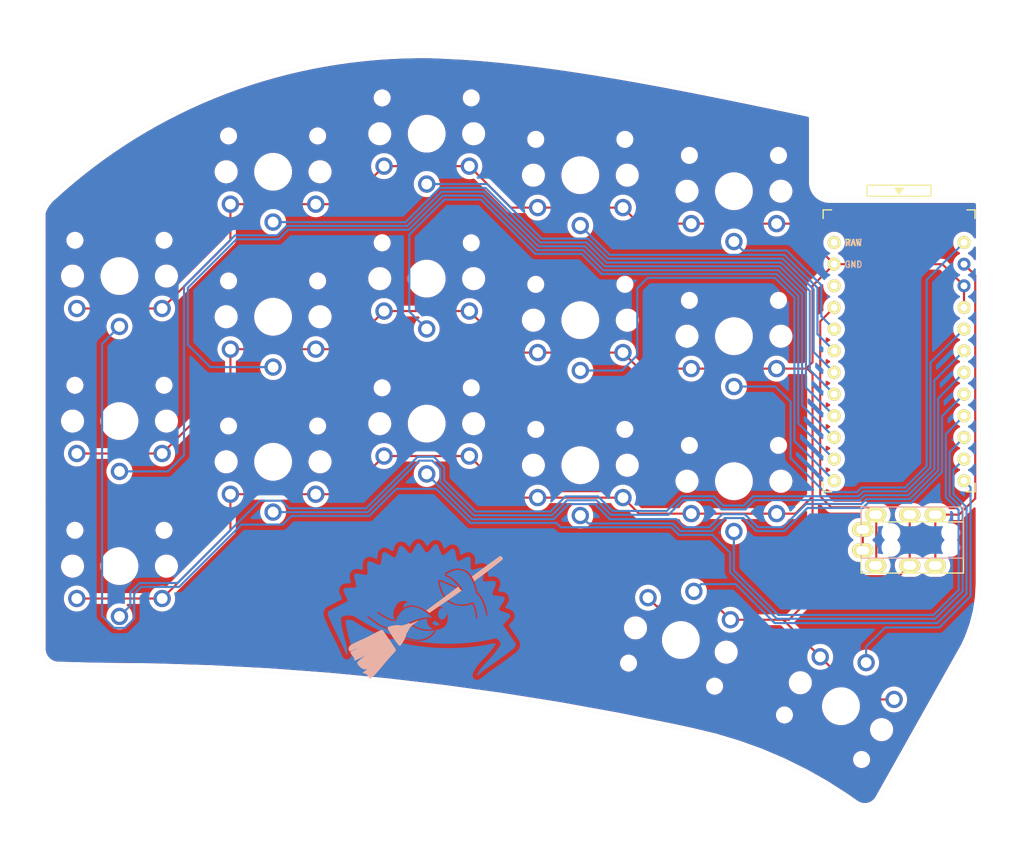
<source format=kicad_pcb>
(kicad_pcb (version 20171130) (host pcbnew "(5.1.10-1-10_14)")
  (title_block (title Sweep) (date 2020-07-20) (rev 0.3) (company BroomLabs))
  (layers (0 F.Cu signal) (31 B.Cu signal) (34 B.Paste user) (35 F.Paste user) (36 B.SilkS user) (37 F.SilkS user) (38 B.Mask user) (39 F.Mask user) (44 Edge.Cuts user))
  (net 0 "")
  (net 1 row0)
  (net 2 row1)
  (net 3 row2)
  (net 4 row3)
  (net 5 GND)
  (net 6 VCC)
  (net 7 col0)
  (net 8 col1)
  (net 9 col2)
  (net 10 col3)
  (net 11 col4)
  (net 12 col5)
  (net 13 LED)
  (net 14 data)
  (net 15 reset)
  (net 16 SCL)
  (net 17 SDA)
  (net 18 "Net-(U1-Pad24)")
  (net 19 "Net-(J1-PadA)")
  (net 20 "Net-(U1-Pad14)")
  (net 21 "Net-(U1-Pad13)")
  (net 22 "Net-(U1-Pad12)")
  (net 23 "Net-(U1-Pad11)")
  (module kbd:ProMicro_v3 (layer F.Cu) (at 135.35 52.91)
    (fp_text reference U1 hide)
    (fp_text value ProMicro hide)
    (fp_text user GND (at -5.35 -11.9 unlocked) (layer B.SilkS) (effects (font (size 0.75 0.67) (thickness 0.125)) (justify mirror)))
    (fp_text user RAW (at -5.35 -14.45 unlocked) (layer B.SilkS) (effects (font (size 0.75 0.67) (thickness 0.125)) (justify mirror)))
    (fp_text user GND (at -5.35 -11.9 unlocked) (layer F.SilkS) (effects (font (size 0.75 0.67) (thickness 0.125))))
    (fp_text user RAW (at -5.35 -14.45 unlocked) (layer F.SilkS) (effects (font (size 0.75 0.67) (thickness 0.125))))
    (pad 1 thru_hole circle (at 7.6114 -14.478) (size 1.524 1.524) (drill 0.8128) (layers *.Cu *.Mask F.SilkS) (net 13 LED))
    (pad 2 thru_hole circle (at 7.6114 -11.938) (size 1.524 1.524) (drill 0.8128) (layers *.Cu *.Mask) (net 14 data))
    (pad 3 thru_hole circle (at 7.6114 -9.398) (size 1.524 1.524) (drill 0.8128) (layers *.Cu *.Mask) (net 5 GND))
    (pad 4 thru_hole circle (at 7.6114 -6.858) (size 1.524 1.524) (drill 0.8128) (layers *.Cu *.Mask F.SilkS) (net 5 GND))
    (pad 5 thru_hole circle (at 7.6114 -4.318) (size 1.524 1.524) (drill 0.8128) (layers *.Cu *.Mask F.SilkS) (net 17 SDA))
    (pad 6 thru_hole circle (at 7.6114 -1.778) (size 1.524 1.524) (drill 0.8128) (layers *.Cu *.Mask F.SilkS) (net 16 SCL))
    (pad 7 thru_hole circle (at 7.6114 0.762) (size 1.524 1.524) (drill 0.8128) (layers *.Cu *.Mask F.SilkS) (net 1 row0))
    (pad 8 thru_hole circle (at 7.6114 3.302) (size 1.524 1.524) (drill 0.8128) (layers *.Cu *.Mask F.SilkS) (net 2 row1))
    (pad 9 thru_hole circle (at 7.6114 5.842) (size 1.524 1.524) (drill 0.8128) (layers *.Cu *.Mask F.SilkS) (net 3 row2))
    (pad 10 thru_hole circle (at 7.6114 8.382) (size 1.524 1.524) (drill 0.8128) (layers *.Cu *.Mask F.SilkS) (net 4 row3))
    (pad 11 thru_hole circle (at 7.6114 10.922) (size 1.524 1.524) (drill 0.8128) (layers *.Cu *.Mask F.SilkS) (net 23 "Net-(U1-Pad11)"))
    (pad 12 thru_hole circle (at 7.6114 13.462) (size 1.524 1.524) (drill 0.8128) (layers *.Cu *.Mask F.SilkS) (net 22 "Net-(U1-Pad12)"))
    (pad 13 thru_hole circle (at -7.6086 13.462) (size 1.524 1.524) (drill 0.8128) (layers *.Cu *.Mask F.SilkS) (net 21 "Net-(U1-Pad13)"))
    (pad 14 thru_hole circle (at -7.6086 10.922) (size 1.524 1.524) (drill 0.8128) (layers *.Cu *.Mask F.SilkS) (net 20 "Net-(U1-Pad14)"))
    (pad 15 thru_hole circle (at -7.6086 8.382) (size 1.524 1.524) (drill 0.8128) (layers *.Cu *.Mask F.SilkS) (net 12 col5))
    (pad 16 thru_hole circle (at -7.6086 5.842) (size 1.524 1.524) (drill 0.8128) (layers *.Cu *.Mask F.SilkS) (net 11 col4))
    (pad 17 thru_hole circle (at -7.6086 3.302) (size 1.524 1.524) (drill 0.8128) (layers *.Cu *.Mask F.SilkS) (net 10 col3))
    (pad 18 thru_hole circle (at -7.6086 0.762) (size 1.524 1.524) (drill 0.8128) (layers *.Cu *.Mask F.SilkS) (net 9 col2))
    (pad 19 thru_hole circle (at -7.6086 -1.778) (size 1.524 1.524) (drill 0.8128) (layers *.Cu *.Mask F.SilkS) (net 8 col1))
    (pad 20 thru_hole circle (at -7.6086 -4.318) (size 1.524 1.524) (drill 0.8128) (layers *.Cu *.Mask F.SilkS) (net 7 col0))
    (pad 21 thru_hole circle (at -7.6086 -6.858) (size 1.524 1.524) (drill 0.8128) (layers *.Cu *.Mask F.SilkS) (net 6 VCC))
    (pad 22 thru_hole circle (at -7.6086 -9.398) (size 1.524 1.524) (drill 0.8128) (layers *.Cu *.Mask F.SilkS) (net 15 reset))
    (pad 23 thru_hole circle (at -7.6086 -11.938) (size 1.524 1.524) (drill 0.8128) (layers *.Cu *.Mask F.SilkS) (net 5 GND))
    (pad 24 thru_hole circle (at -7.6086 -14.478) (size 1.524 1.524) (drill 0.8128) (layers *.Cu *.Mask F.SilkS) (net 18 "Net-(U1-Pad24)"))
  )
  (module Kailh:SW_PG1350_reversible_b2 (layer F.Cu) (at 80 42.67)
    (fp_text reference SW10 hide)
    (fp_text value SW_PUSH hide)
    (pad "" np_thru_hole circle (at -5.22 -4.2) (size 0.9906 0.9906) (drill 0.9906) (layers *.Cu *.Mask))
    (pad 2 thru_hole circle (at 5 3.8) (size 2.032 2.032) (drill 1.27) (layers *.Cu *.Mask) (net 5 GND))
    (pad "" np_thru_hole circle (at 0 0) (size 3.429 3.429) (drill 3.429) (layers *.Cu *.Mask))
    (pad 2 thru_hole circle (at -5 3.8) (size 2.032 2.032) (drill 1.27) (layers *.Cu *.Mask) (net 5 GND))
    (pad 1 thru_hole circle (at 0 5.9) (size 2.032 2.032) (drill 1.27) (layers *.Cu *.Mask) (net 20 "Net-(U1-Pad14)"))
    (pad "" np_thru_hole circle (at 5.22 -4.2) (size 0.9906 0.9906) (drill 0.9906) (layers *.Cu *.Mask))
    (pad "" np_thru_hole circle (at 5.5 0) (size 1.7018 1.7018) (drill 1.7018) (layers *.Cu *.Mask))
    (pad "" np_thru_hole circle (at -5.5 0) (size 1.7018 1.7018) (drill 1.7018) (layers *.Cu *.Mask))
  )
  (module Kailh:SW_PG1350_reversible_b2 (layer F.Cu) (at 44 42.37)
    (fp_text reference SW2 hide)
    (fp_text value SW_PUSH hide)
    (pad "" np_thru_hole circle (at -5.22 -4.2) (size 0.9906 0.9906) (drill 0.9906) (layers *.Cu *.Mask))
    (pad 2 thru_hole circle (at 5 3.8) (size 2.032 2.032) (drill 1.27) (layers *.Cu *.Mask) (net 5 GND))
    (pad "" np_thru_hole circle (at 0 0) (size 3.429 3.429) (drill 3.429) (layers *.Cu *.Mask))
    (pad 2 thru_hole circle (at -5 3.8) (size 2.032 2.032) (drill 1.27) (layers *.Cu *.Mask) (net 5 GND))
    (pad 1 thru_hole circle (at 0 5.9) (size 2.032 2.032) (drill 1.27) (layers *.Cu *.Mask) (net 4 row3))
    (pad "" np_thru_hole circle (at 5.22 -4.2) (size 0.9906 0.9906) (drill 0.9906) (layers *.Cu *.Mask))
    (pad "" np_thru_hole circle (at 5.5 0) (size 1.7018 1.7018) (drill 1.7018) (layers *.Cu *.Mask))
    (pad "" np_thru_hole circle (at -5.5 0) (size 1.7018 1.7018) (drill 1.7018) (layers *.Cu *.Mask))
  )
  (module Kailh:SW_PG1350_reversible_b2 (layer F.Cu) (at 62 30.14)
    (fp_text reference SW3 hide)
    (fp_text value SW_PUSH hide)
    (pad "" np_thru_hole circle (at -5.22 -4.2) (size 0.9906 0.9906) (drill 0.9906) (layers *.Cu *.Mask))
    (pad 2 thru_hole circle (at 5 3.8) (size 2.032 2.032) (drill 1.27) (layers *.Cu *.Mask) (net 5 GND))
    (pad "" np_thru_hole circle (at 0 0) (size 3.429 3.429) (drill 3.429) (layers *.Cu *.Mask))
    (pad 2 thru_hole circle (at -5 3.8) (size 2.032 2.032) (drill 1.27) (layers *.Cu *.Mask) (net 5 GND))
    (pad 1 thru_hole circle (at 0 5.9) (size 2.032 2.032) (drill 1.27) (layers *.Cu *.Mask) (net 10 col3))
    (pad "" np_thru_hole circle (at 5.22 -4.2) (size 0.9906 0.9906) (drill 0.9906) (layers *.Cu *.Mask))
    (pad "" np_thru_hole circle (at 5.5 0) (size 1.7018 1.7018) (drill 1.7018) (layers *.Cu *.Mask))
    (pad "" np_thru_hole circle (at -5.5 0) (size 1.7018 1.7018) (drill 1.7018) (layers *.Cu *.Mask))
  )
  (module Kailh:SW_PG1350_reversible_b2 (layer F.Cu) (at 80 25.68)
    (fp_text reference SW4 hide)
    (fp_text value SW_PUSH hide)
    (pad "" np_thru_hole circle (at -5.22 -4.2) (size 0.9906 0.9906) (drill 0.9906) (layers *.Cu *.Mask))
    (pad 2 thru_hole circle (at 5 3.8) (size 2.032 2.032) (drill 1.27) (layers *.Cu *.Mask) (net 5 GND))
    (pad "" np_thru_hole circle (at 0 0) (size 3.429 3.429) (drill 3.429) (layers *.Cu *.Mask))
    (pad 2 thru_hole circle (at -5 3.8) (size 2.032 2.032) (drill 1.27) (layers *.Cu *.Mask) (net 5 GND))
    (pad 1 thru_hole circle (at 0 5.9) (size 2.032 2.032) (drill 1.27) (layers *.Cu *.Mask) (net 9 col2))
    (pad "" np_thru_hole circle (at 5.22 -4.2) (size 0.9906 0.9906) (drill 0.9906) (layers *.Cu *.Mask))
    (pad "" np_thru_hole circle (at 5.5 0) (size 1.7018 1.7018) (drill 1.7018) (layers *.Cu *.Mask))
    (pad "" np_thru_hole circle (at -5.5 0) (size 1.7018 1.7018) (drill 1.7018) (layers *.Cu *.Mask))
  )
  (module Kailh:SW_PG1350_reversible_b2 (layer F.Cu) (at 98 30.54)
    (fp_text reference SW5 hide)
    (fp_text value SW_PUSH hide)
    (pad "" np_thru_hole circle (at -5.22 -4.2) (size 0.9906 0.9906) (drill 0.9906) (layers *.Cu *.Mask))
    (pad 2 thru_hole circle (at 5 3.8) (size 2.032 2.032) (drill 1.27) (layers *.Cu *.Mask) (net 5 GND))
    (pad "" np_thru_hole circle (at 0 0) (size 3.429 3.429) (drill 3.429) (layers *.Cu *.Mask))
    (pad 2 thru_hole circle (at -5 3.8) (size 2.032 2.032) (drill 1.27) (layers *.Cu *.Mask) (net 5 GND))
    (pad 1 thru_hole circle (at 0 5.9) (size 2.032 2.032) (drill 1.27) (layers *.Cu *.Mask) (net 8 col1))
    (pad "" np_thru_hole circle (at 5.22 -4.2) (size 0.9906 0.9906) (drill 0.9906) (layers *.Cu *.Mask))
    (pad "" np_thru_hole circle (at 5.5 0) (size 1.7018 1.7018) (drill 1.7018) (layers *.Cu *.Mask))
    (pad "" np_thru_hole circle (at -5.5 0) (size 1.7018 1.7018) (drill 1.7018) (layers *.Cu *.Mask))
  )
  (module Kailh:SW_PG1350_reversible_b2 (layer F.Cu) (at 116 32.42)
    (fp_text reference SW6 hide)
    (fp_text value SW_PUSH hide)
    (pad "" np_thru_hole circle (at -5.22 -4.2) (size 0.9906 0.9906) (drill 0.9906) (layers *.Cu *.Mask))
    (pad 2 thru_hole circle (at 5 3.8) (size 2.032 2.032) (drill 1.27) (layers *.Cu *.Mask) (net 5 GND))
    (pad "" np_thru_hole circle (at 0 0) (size 3.429 3.429) (drill 3.429) (layers *.Cu *.Mask))
    (pad 2 thru_hole circle (at -5 3.8) (size 2.032 2.032) (drill 1.27) (layers *.Cu *.Mask) (net 5 GND))
    (pad 1 thru_hole circle (at 0 5.9) (size 2.032 2.032) (drill 1.27) (layers *.Cu *.Mask) (net 7 col0))
    (pad "" np_thru_hole circle (at 5.22 -4.2) (size 0.9906 0.9906) (drill 0.9906) (layers *.Cu *.Mask))
    (pad "" np_thru_hole circle (at 5.5 0) (size 1.7018 1.7018) (drill 1.7018) (layers *.Cu *.Mask))
    (pad "" np_thru_hole circle (at -5.5 0) (size 1.7018 1.7018) (drill 1.7018) (layers *.Cu *.Mask))
  )
  (module Kailh:SW_PG1350_reversible_b2 (layer F.Cu) (at 44 59.37)
    (fp_text reference SW8 hide)
    (fp_text value SW_PUSH hide)
    (pad "" np_thru_hole circle (at -5.22 -4.2) (size 0.9906 0.9906) (drill 0.9906) (layers *.Cu *.Mask))
    (pad 2 thru_hole circle (at 5 3.8) (size 2.032 2.032) (drill 1.27) (layers *.Cu *.Mask) (net 5 GND))
    (pad "" np_thru_hole circle (at 0 0) (size 3.429 3.429) (drill 3.429) (layers *.Cu *.Mask))
    (pad 2 thru_hole circle (at -5 3.8) (size 2.032 2.032) (drill 1.27) (layers *.Cu *.Mask) (net 5 GND))
    (pad 1 thru_hole circle (at 0 5.9) (size 2.032 2.032) (drill 1.27) (layers *.Cu *.Mask) (net 11 col4))
    (pad "" np_thru_hole circle (at 5.22 -4.2) (size 0.9906 0.9906) (drill 0.9906) (layers *.Cu *.Mask))
    (pad "" np_thru_hole circle (at 5.5 0) (size 1.7018 1.7018) (drill 1.7018) (layers *.Cu *.Mask))
    (pad "" np_thru_hole circle (at -5.5 0) (size 1.7018 1.7018) (drill 1.7018) (layers *.Cu *.Mask))
  )
  (module Kailh:SW_PG1350_reversible_b2 (layer F.Cu) (at 62 47.14)
    (fp_text reference SW9 hide)
    (fp_text value SW_PUSH hide)
    (pad "" np_thru_hole circle (at -5.22 -4.2) (size 0.9906 0.9906) (drill 0.9906) (layers *.Cu *.Mask))
    (pad 2 thru_hole circle (at 5 3.8) (size 2.032 2.032) (drill 1.27) (layers *.Cu *.Mask) (net 5 GND))
    (pad "" np_thru_hole circle (at 0 0) (size 3.429 3.429) (drill 3.429) (layers *.Cu *.Mask))
    (pad 2 thru_hole circle (at -5 3.8) (size 2.032 2.032) (drill 1.27) (layers *.Cu *.Mask) (net 5 GND))
    (pad 1 thru_hole circle (at 0 5.9) (size 2.032 2.032) (drill 1.27) (layers *.Cu *.Mask) (net 12 col5))
    (pad "" np_thru_hole circle (at 5.22 -4.2) (size 0.9906 0.9906) (drill 0.9906) (layers *.Cu *.Mask))
    (pad "" np_thru_hole circle (at 5.5 0) (size 1.7018 1.7018) (drill 1.7018) (layers *.Cu *.Mask))
    (pad "" np_thru_hole circle (at -5.5 0) (size 1.7018 1.7018) (drill 1.7018) (layers *.Cu *.Mask))
  )
  (module Kailh:SW_PG1350_reversible_b2 (layer F.Cu) (at 98 47.54)
    (fp_text reference SW11 hide)
    (fp_text value SW_PUSH hide)
    (pad "" np_thru_hole circle (at -5.22 -4.2) (size 0.9906 0.9906) (drill 0.9906) (layers *.Cu *.Mask))
    (pad 2 thru_hole circle (at 5 3.8) (size 2.032 2.032) (drill 1.27) (layers *.Cu *.Mask) (net 5 GND))
    (pad "" np_thru_hole circle (at 0 0) (size 3.429 3.429) (drill 3.429) (layers *.Cu *.Mask))
    (pad 2 thru_hole circle (at -5 3.8) (size 2.032 2.032) (drill 1.27) (layers *.Cu *.Mask) (net 5 GND))
    (pad 1 thru_hole circle (at 0 5.9) (size 2.032 2.032) (drill 1.27) (layers *.Cu *.Mask) (net 21 "Net-(U1-Pad13)"))
    (pad "" np_thru_hole circle (at 5.22 -4.2) (size 0.9906 0.9906) (drill 0.9906) (layers *.Cu *.Mask))
    (pad "" np_thru_hole circle (at 5.5 0) (size 1.7018 1.7018) (drill 1.7018) (layers *.Cu *.Mask))
    (pad "" np_thru_hole circle (at -5.5 0) (size 1.7018 1.7018) (drill 1.7018) (layers *.Cu *.Mask))
  )
  (module Kailh:SW_PG1350_reversible_b2 (layer F.Cu) (at 116 49.42)
    (fp_text reference SW12 hide)
    (fp_text value SW_PUSH hide)
    (pad "" np_thru_hole circle (at -5.22 -4.2) (size 0.9906 0.9906) (drill 0.9906) (layers *.Cu *.Mask))
    (pad 2 thru_hole circle (at 5 3.8) (size 2.032 2.032) (drill 1.27) (layers *.Cu *.Mask) (net 5 GND))
    (pad "" np_thru_hole circle (at 0 0) (size 3.429 3.429) (drill 3.429) (layers *.Cu *.Mask))
    (pad 2 thru_hole circle (at -5 3.8) (size 2.032 2.032) (drill 1.27) (layers *.Cu *.Mask) (net 5 GND))
    (pad 1 thru_hole circle (at 0 5.9) (size 2.032 2.032) (drill 1.27) (layers *.Cu *.Mask) (net 13 LED))
    (pad "" np_thru_hole circle (at 5.22 -4.2) (size 0.9906 0.9906) (drill 0.9906) (layers *.Cu *.Mask))
    (pad "" np_thru_hole circle (at 5.5 0) (size 1.7018 1.7018) (drill 1.7018) (layers *.Cu *.Mask))
    (pad "" np_thru_hole circle (at -5.5 0) (size 1.7018 1.7018) (drill 1.7018) (layers *.Cu *.Mask))
  )
  (module Kailh:SW_PG1350_reversible_b2 (layer F.Cu) (at 62 64.145)
    (fp_text reference SW15 hide)
    (fp_text value SW_PUSH hide)
    (pad "" np_thru_hole circle (at -5.22 -4.2) (size 0.9906 0.9906) (drill 0.9906) (layers *.Cu *.Mask))
    (pad 2 thru_hole circle (at 5 3.8) (size 2.032 2.032) (drill 1.27) (layers *.Cu *.Mask) (net 5 GND))
    (pad "" np_thru_hole circle (at 0 0) (size 3.429 3.429) (drill 3.429) (layers *.Cu *.Mask))
    (pad 2 thru_hole circle (at -5 3.8) (size 2.032 2.032) (drill 1.27) (layers *.Cu *.Mask) (net 5 GND))
    (pad 1 thru_hole circle (at 0 5.9) (size 2.032 2.032) (drill 1.27) (layers *.Cu *.Mask) (net 16 SCL))
    (pad "" np_thru_hole circle (at 5.22 -4.2) (size 0.9906 0.9906) (drill 0.9906) (layers *.Cu *.Mask))
    (pad "" np_thru_hole circle (at 5.5 0) (size 1.7018 1.7018) (drill 1.7018) (layers *.Cu *.Mask))
    (pad "" np_thru_hole circle (at -5.5 0) (size 1.7018 1.7018) (drill 1.7018) (layers *.Cu *.Mask))
  )
  (module Kailh:SW_PG1350_reversible_b2 (layer F.Cu) (at 80 59.67)
    (fp_text reference SW16 hide)
    (fp_text value SW_PUSH hide)
    (pad "" np_thru_hole circle (at -5.22 -4.2) (size 0.9906 0.9906) (drill 0.9906) (layers *.Cu *.Mask))
    (pad 2 thru_hole circle (at 5 3.8) (size 2.032 2.032) (drill 1.27) (layers *.Cu *.Mask) (net 5 GND))
    (pad "" np_thru_hole circle (at 0 0) (size 3.429 3.429) (drill 3.429) (layers *.Cu *.Mask))
    (pad 2 thru_hole circle (at -5 3.8) (size 2.032 2.032) (drill 1.27) (layers *.Cu *.Mask) (net 5 GND))
    (pad 1 thru_hole circle (at 0 5.9) (size 2.032 2.032) (drill 1.27) (layers *.Cu *.Mask) (net 1 row0))
    (pad "" np_thru_hole circle (at 5.22 -4.2) (size 0.9906 0.9906) (drill 0.9906) (layers *.Cu *.Mask))
    (pad "" np_thru_hole circle (at 5.5 0) (size 1.7018 1.7018) (drill 1.7018) (layers *.Cu *.Mask))
    (pad "" np_thru_hole circle (at -5.5 0) (size 1.7018 1.7018) (drill 1.7018) (layers *.Cu *.Mask))
  )
  (module Kailh:SW_PG1350_reversible_b2 (layer F.Cu) (at 98 64.545)
    (fp_text reference SW17 hide)
    (fp_text value SW_PUSH hide)
    (pad "" np_thru_hole circle (at -5.22 -4.2) (size 0.9906 0.9906) (drill 0.9906) (layers *.Cu *.Mask))
    (pad 2 thru_hole circle (at 5 3.8) (size 2.032 2.032) (drill 1.27) (layers *.Cu *.Mask) (net 5 GND))
    (pad "" np_thru_hole circle (at 0 0) (size 3.429 3.429) (drill 3.429) (layers *.Cu *.Mask))
    (pad 2 thru_hole circle (at -5 3.8) (size 2.032 2.032) (drill 1.27) (layers *.Cu *.Mask) (net 5 GND))
    (pad 1 thru_hole circle (at 0 5.9) (size 2.032 2.032) (drill 1.27) (layers *.Cu *.Mask) (net 2 row1))
    (pad "" np_thru_hole circle (at 5.22 -4.2) (size 0.9906 0.9906) (drill 0.9906) (layers *.Cu *.Mask))
    (pad "" np_thru_hole circle (at 5.5 0) (size 1.7018 1.7018) (drill 1.7018) (layers *.Cu *.Mask))
    (pad "" np_thru_hole circle (at -5.5 0) (size 1.7018 1.7018) (drill 1.7018) (layers *.Cu *.Mask))
  )
  (module Kailh:SW_PG1350_reversible_b2 (layer B.Cu) (at 128.54 92.8 330)
    (fp_text reference SW21 hide)
    (fp_text value SW_PUSH hide)
    (pad "" np_thru_hole circle (at -5.22 4.2 330) (size 0.9906 0.9906) (drill 0.9906) (layers *.Cu *.Mask))
    (pad 2 thru_hole circle (at 5 -3.8 330) (size 2.032 2.032) (drill 1.27) (layers *.Cu *.Mask) (net 5 GND))
    (pad "" np_thru_hole circle (at 0 0 330) (size 3.429 3.429) (drill 3.429) (layers *.Cu *.Mask))
    (pad 2 thru_hole circle (at -5 -3.8 330) (size 2.032 2.032) (drill 1.27) (layers *.Cu *.Mask) (net 5 GND))
    (pad 1 thru_hole circle (at 0 -5.9 330) (size 2.032 2.032) (drill 1.27) (layers *.Cu *.Mask) (net 22 "Net-(U1-Pad12)"))
    (pad "" np_thru_hole circle (at 5.22 4.2 330) (size 0.9906 0.9906) (drill 0.9906) (layers *.Cu *.Mask))
    (pad "" np_thru_hole circle (at 5.5 0 330) (size 1.7018 1.7018) (drill 1.7018) (layers *.Cu *.Mask))
    (pad "" np_thru_hole circle (at -5.5 0 330) (size 1.7018 1.7018) (drill 1.7018) (layers *.Cu *.Mask))
  )
  (module Kailh:SW_PG1350_reversible_b2 (layer F.Cu) (at 116 66.42)
    (fp_text reference SW18 hide)
    (fp_text value SW_PUSH hide)
    (pad "" np_thru_hole circle (at -5.22 -4.2) (size 0.9906 0.9906) (drill 0.9906) (layers *.Cu *.Mask))
    (pad 2 thru_hole circle (at 5 3.8) (size 2.032 2.032) (drill 1.27) (layers *.Cu *.Mask) (net 5 GND))
    (pad "" np_thru_hole circle (at 0 0) (size 3.429 3.429) (drill 3.429) (layers *.Cu *.Mask))
    (pad 2 thru_hole circle (at -5 3.8) (size 2.032 2.032) (drill 1.27) (layers *.Cu *.Mask) (net 5 GND))
    (pad 1 thru_hole circle (at 0 5.9) (size 2.032 2.032) (drill 1.27) (layers *.Cu *.Mask) (net 3 row2))
    (pad "" np_thru_hole circle (at 5.22 -4.2) (size 0.9906 0.9906) (drill 0.9906) (layers *.Cu *.Mask))
    (pad "" np_thru_hole circle (at 5.5 0) (size 1.7018 1.7018) (drill 1.7018) (layers *.Cu *.Mask))
    (pad "" np_thru_hole circle (at -5.5 0) (size 1.7018 1.7018) (drill 1.7018) (layers *.Cu *.Mask))
  )
  (module Kailh:SW_PG1350_reversible_b2 (layer B.Cu) (at 109.78 85.04 345)
    (fp_text reference SW20 hide)
    (fp_text value SW_PUSH hide)
    (pad "" np_thru_hole circle (at -5.22 4.2 345) (size 0.9906 0.9906) (drill 0.9906) (layers *.Cu *.Mask))
    (pad 2 thru_hole circle (at 5 -3.8 345) (size 2.032 2.032) (drill 1.27) (layers *.Cu *.Mask) (net 5 GND))
    (pad "" np_thru_hole circle (at 0 0 345) (size 3.429 3.429) (drill 3.429) (layers *.Cu *.Mask))
    (pad 2 thru_hole circle (at -5 -3.8 345) (size 2.032 2.032) (drill 1.27) (layers *.Cu *.Mask) (net 5 GND))
    (pad 1 thru_hole circle (at 0 -5.9 345) (size 2.032 2.032) (drill 1.27) (layers *.Cu *.Mask) (net 23 "Net-(U1-Pad11)"))
    (pad "" np_thru_hole circle (at 5.22 4.2 345) (size 0.9906 0.9906) (drill 0.9906) (layers *.Cu *.Mask))
    (pad "" np_thru_hole circle (at 5.5 0 345) (size 1.7018 1.7018) (drill 1.7018) (layers *.Cu *.Mask))
    (pad "" np_thru_hole circle (at -5.5 0 345) (size 1.7018 1.7018) (drill 1.7018) (layers *.Cu *.Mask))
  )
  (module Kailh:SW_PG1350_reversible_b2 (layer F.Cu) (at 44 76.375)
    (fp_text reference SW14 hide)
    (fp_text value SW_PUSH hide)
    (pad "" np_thru_hole circle (at -5.22 -4.2) (size 0.9906 0.9906) (drill 0.9906) (layers *.Cu *.Mask))
    (pad 2 thru_hole circle (at 5 3.8) (size 2.032 2.032) (drill 1.27) (layers *.Cu *.Mask) (net 5 GND))
    (pad "" np_thru_hole circle (at 0 0) (size 3.429 3.429) (drill 3.429) (layers *.Cu *.Mask))
    (pad 2 thru_hole circle (at -5 3.8) (size 2.032 2.032) (drill 1.27) (layers *.Cu *.Mask) (net 5 GND))
    (pad 1 thru_hole circle (at 0 5.9) (size 2.032 2.032) (drill 1.27) (layers *.Cu *.Mask) (net 17 SDA))
    (pad "" np_thru_hole circle (at 5.22 -4.2) (size 0.9906 0.9906) (drill 0.9906) (layers *.Cu *.Mask))
    (pad "" np_thru_hole circle (at 5.5 0) (size 1.7018 1.7018) (drill 1.7018) (layers *.Cu *.Mask))
    (pad "" np_thru_hole circle (at -5.5 0) (size 1.7018 1.7018) (drill 1.7018) (layers *.Cu *.Mask))
  )
  (module Kailh:ferris_broom (layer B.Cu) (at 80.95 82.18 171)
    (fp_text reference G*** hide)
    (fp_text value LOGO hide)
    (fp_poly (pts (xy -2.070755 5.735079) (xy -2.013767 5.733193) (xy -1.962647 5.729706) (xy -1.947334 5.728157) (xy -1.91579 5.72403) (xy -1.878997 5.7183) (xy -1.841135 5.711737) (xy -1.806387 5.705109) (xy -1.778935 5.699187) (xy -1.762962 5.694739) (xy -1.761197 5.693913) (xy -1.749383 5.689933) (xy -1.733913 5.686542) (xy -1.69976 5.678685) (xy -1.654944 5.666018) (xy -1.604482 5.650132) (xy -1.553391 5.632615) (xy -1.506685 5.615056) (xy -1.500717 5.612659) (xy -1.452864 5.593201) (xy -1.41605 5.578176) (xy -1.397757 5.569244) (xy -1.388734 5.561978) (xy -1.388534 5.561206) (xy -1.381213 5.555741) (xy -1.363354 5.550046) (xy -1.361017 5.54952) (xy -1.334178 5.540519) (xy -1.312334 5.52897) (xy -1.296618 5.519291) (xy -1.269751 5.503909) (xy -1.235579 5.484988) (xy -1.20015 5.465865) (xy -1.165151 5.446711) (xy -1.136388 5.43002) (xy -1.116756 5.41754) (xy -1.109147 5.411019) (xy -1.109134 5.410901) (xy -1.10226 5.403266) (xy -1.08585 5.394053) (xy -1.067279 5.384314) (xy -1.042639 5.369673) (xy -1.017625 5.353721) (xy -0.997933 5.340048) (xy -0.9906 5.334) (xy -0.981678 5.327142) (xy -0.963529 5.314319) (xy -0.950384 5.305308) (xy -0.929902 5.290103) (xy -0.916869 5.277912) (xy -0.9144 5.273582) (xy -0.907692 5.266773) (xy -0.903817 5.26626) (xy -0.891672 5.261021) (xy -0.87273 5.247713) (xy -0.861947 5.238743) (xy -0.83469 5.215391) (xy -0.805662 5.191395) (xy -0.798736 5.185833) (xy -0.783298 5.173272) (xy -0.766052 5.158572) (xy -0.744798 5.139762) (xy -0.717335 5.114874) (xy -0.681463 5.08194) (xy -0.645536 5.048757) (xy -0.620612 5.023913) (xy -0.5975 4.997804) (xy -0.57919 4.974145) (xy -0.568671 4.956653) (xy -0.567267 4.951469) (xy -0.574481 4.944193) (xy -0.592494 4.934555) (xy -0.615857 4.924975) (xy -0.639126 4.917873) (xy -0.646085 4.916446) (xy -0.66792 4.910824) (xy -0.688468 4.903524) (xy -0.709079 4.896441) (xy -0.723126 4.893733) (xy -0.736557 4.891119) (xy -0.760155 4.884352) (xy -0.781842 4.877256) (xy -0.807062 4.869305) (xy -0.824412 4.865225) (xy -0.829734 4.865593) (xy -0.834929 4.865546) (xy -0.840317 4.861881) (xy -0.855473 4.854392) (xy -0.878215 4.847573) (xy -0.880534 4.847062) (xy -0.905832 4.839411) (xy -0.926267 4.82956) (xy -0.926868 4.829151) (xy -0.94749 4.819766) (xy -0.96086 4.817533) (xy -0.979529 4.813619) (xy -1.003289 4.803975) (xy -1.007659 4.801729) (xy -1.035188 4.789332) (xy -1.062581 4.780376) (xy -1.064684 4.779889) (xy -1.083341 4.77372) (xy -1.092105 4.76673) (xy -1.0922 4.76606) (xy -1.099409 4.760066) (xy -1.112072 4.758267) (xy -1.132942 4.75281) (xy -1.151467 4.741333) (xy -1.169281 4.729143) (xy -1.183206 4.7244) (xy -1.199285 4.720663) (xy -1.217894 4.712669) (xy -1.23352 4.704764) (xy -1.26091 4.691156) (xy -1.296604 4.673555) (xy -1.337143 4.653672) (xy -1.350434 4.647174) (xy -1.389858 4.627766) (xy -1.423633 4.610852) (xy -1.448933 4.59787) (xy -1.462935 4.590257) (xy -1.464734 4.589042) (xy -1.474577 4.582584) (xy -1.492773 4.5728) (xy -1.494367 4.572) (xy -1.512926 4.562153) (xy -1.523685 4.555359) (xy -1.524 4.555067) (xy -1.533841 4.548685) (xy -1.552032 4.538937) (xy -1.553634 4.538133) (xy -1.572192 4.528291) (xy -1.582951 4.521505) (xy -1.583267 4.521213) (xy -1.593061 4.514343) (xy -1.615209 4.501387) (xy -1.646767 4.483895) (xy -1.66297 4.472895) (xy -1.669742 4.466167) (xy -1.681018 4.458082) (xy -1.68361 4.4577) (xy -1.694208 4.453086) (xy -1.71368 4.441126) (xy -1.732602 4.428096) (xy -1.755478 4.412672) (xy -1.77295 4.40277) (xy -1.780117 4.40058) (xy -1.786238 4.396375) (xy -1.786467 4.3942) (xy -1.79291 4.385979) (xy -1.794934 4.385733) (xy -1.807142 4.380633) (xy -1.820334 4.370917) (xy -1.840889 4.352931) (xy -1.8542 4.341283) (xy -1.869873 4.33012) (xy -1.8796 4.326467) (xy -1.887821 4.320024) (xy -1.888067 4.318) (xy -1.894943 4.310532) (xy -1.901033 4.309533) (xy -1.91516 4.302683) (xy -1.918872 4.296833) (xy -1.929139 4.285588) (xy -1.934834 4.284133) (xy -1.946994 4.280058) (xy -1.948745 4.277783) (xy -1.956307 4.269799) (xy -1.973742 4.254458) (xy -1.997562 4.234807) (xy -2.002367 4.23096) (xy -2.05897 4.185366) (xy -2.107345 4.145084) (xy -2.152571 4.105695) (xy -2.199724 4.062784) (xy -2.25082 4.014837) (xy -2.282144 3.986602) (xy -2.31506 3.959258) (xy -2.343577 3.937729) (xy -2.3495 3.933712) (xy -2.382716 3.908023) (xy -2.422294 3.871176) (xy -2.465482 3.826283) (xy -2.509527 3.776456) (xy -2.551678 3.724809) (xy -2.589183 3.674454) (xy -2.619144 3.628746) (xy -2.632928 3.60764) (xy -2.652372 3.580174) (xy -2.668043 3.559171) (xy -2.690166 3.527118) (xy -2.712998 3.489087) (xy -2.727361 3.461805) (xy -2.741979 3.433921) (xy -2.755504 3.412175) (xy -2.765069 3.401168) (xy -2.765246 3.401062) (xy -2.776185 3.389869) (xy -2.772838 3.38069) (xy -2.761979 3.3782) (xy -2.745394 3.38026) (xy -2.719645 3.385523) (xy -2.703126 3.389552) (xy -2.659361 3.400905) (xy -2.296252 3.040302) (xy -2.179516 2.924591) (xy -2.064878 2.811389) (xy -1.953713 2.702039) (xy -1.847395 2.597883) (xy -1.747298 2.500265) (xy -1.654795 2.410526) (xy -1.57126 2.33001) (xy -1.498069 2.260059) (xy -1.490134 2.252522) (xy -1.435936 2.201049) (xy -1.392906 2.159989) (xy -1.359926 2.1281) (xy -1.335881 2.104141) (xy -1.319654 2.086869) (xy -1.310128 2.075042) (xy -1.306187 2.067418) (xy -1.306715 2.062755) (xy -1.310595 2.05981) (xy -1.31522 2.057912) (xy -1.335836 2.04737) (xy -1.347003 2.039052) (xy -1.360058 2.029955) (xy -1.383666 2.016257) (xy -1.413109 2.000674) (xy -1.418167 1.998126) (xy -1.449636 1.981792) (xy -1.47753 1.966258) (xy -1.496319 1.954618) (xy -1.497626 1.953683) (xy -1.517702 1.942744) (xy -1.533609 1.938867) (xy -1.546724 1.934474) (xy -1.5494 1.928989) (xy -1.552509 1.92298) (xy -1.554445 1.924155) (xy -1.564266 1.92363) (xy -1.582504 1.916106) (xy -1.588569 1.912866) (xy -1.609834 1.902294) (xy -1.625786 1.896729) (xy -1.627975 1.896481) (xy -1.642532 1.89276) (xy -1.660765 1.884708) (xy -1.69831 1.868494) (xy -1.74143 1.854734) (xy -1.766179 1.849081) (xy -1.786701 1.844) (xy -1.798574 1.839186) (xy -1.814186 1.832973) (xy -1.824567 1.830496) (xy -1.846536 1.826373) (xy -1.858182 1.823299) (xy -1.865883 1.819529) (xy -1.8669 1.818913) (xy -1.880912 1.813315) (xy -1.90606 1.80559) (xy -1.936925 1.797166) (xy -1.96809 1.789471) (xy -1.994134 1.783934) (xy -2.0066 1.782091) (xy -2.028804 1.778781) (xy -2.056421 1.772863) (xy -2.061634 1.771551) (xy -2.086245 1.765782) (xy -2.10518 1.762402) (xy -2.1082 1.762121) (xy -2.124082 1.760743) (xy -2.148861 1.758045) (xy -2.159 1.756841) (xy -2.305927 1.744119) (xy -2.460366 1.740238) (xy -2.616413 1.745054) (xy -2.768162 1.758421) (xy -2.878667 1.774503) (xy -2.906407 1.779029) (xy -2.931223 1.782618) (xy -2.955197 1.786837) (xy -2.983266 1.793214) (xy -2.986257 1.793986) (xy -3.042283 1.808501) (xy -3.082076 1.818429) (xy -3.105611 1.823765) (xy -3.1115 1.82473) (xy -3.127667 1.82777) (xy -3.151485 1.833749) (xy -3.174475 1.840449) (xy -3.183467 1.843551) (xy -3.198545 1.847117) (xy -3.202785 1.846988) (xy -3.21378 1.849392) (xy -3.234258 1.85712) (xy -3.246771 1.862577) (xy -3.270943 1.872644) (xy -3.289611 1.878752) (xy -3.294782 1.8796) (xy -3.308606 1.882445) (xy -3.333658 1.889919) (xy -3.365418 1.900426) (xy -3.399364 1.912375) (xy -3.430976 1.924171) (xy -3.455733 1.934221) (xy -3.469115 1.94093) (xy -3.469422 1.941163) (xy -3.481387 1.946064) (xy -3.485257 1.944699) (xy -3.494781 1.945644) (xy -3.514807 1.953018) (xy -3.540037 1.964756) (xy -3.566417 1.977743) (xy -3.586726 1.987136) (xy -3.596168 1.990774) (xy -3.608624 1.995179) (xy -3.633452 2.005979) (xy -3.667953 2.021854) (xy -3.709424 2.041482) (xy -3.755166 2.063543) (xy -3.802478 2.086715) (xy -3.848659 2.109679) (xy -3.891009 2.131112) (xy -3.926827 2.149694) (xy -3.953413 2.164103) (xy -3.966429 2.171879) (xy -3.98478 2.183619) (xy -4.013092 2.201131) (xy -4.046745 2.221575) (xy -4.066578 2.233469) (xy -4.141123 2.277946) (xy -4.166062 2.263214) (xy -4.182833 2.25204) (xy -4.190878 2.244189) (xy -4.191 2.243637) (xy -4.196453 2.235762) (xy -4.211055 2.218735) (xy -4.232176 2.195567) (xy -4.243917 2.183086) (xy -4.282792 2.141536) (xy -4.311807 2.108922) (xy -4.333329 2.08247) (xy -4.349727 2.059403) (xy -4.350795 2.057765) (xy -4.365502 2.03706) (xy -4.377267 2.022726) (xy -4.388135 2.008492) (xy -4.403941 1.984977) (xy -4.419601 1.959976) (xy -4.436055 1.933584) (xy -4.450101 1.912459) (xy -4.458294 1.901656) (xy -4.465894 1.890317) (xy -4.478754 1.867674) (xy -4.494699 1.837636) (xy -4.503518 1.820333) (xy -4.521058 1.785565) (xy -4.537267 1.753678) (xy -4.549583 1.7297) (xy -4.553101 1.722967) (xy -4.56451 1.701134) (xy -4.573819 1.682438) (xy -4.583879 1.660939) (xy -4.59754 1.630694) (xy -4.599823 1.6256) (xy -4.615489 1.590924) (xy -4.633411 1.55167) (xy -4.644207 1.528233) (xy -4.655959 1.502202) (xy -4.663982 1.48317) (xy -4.666521 1.475356) (xy -4.669029 1.467185) (xy -4.676768 1.447947) (xy -4.686716 1.424881) (xy -4.698389 1.397194) (xy -4.706961 1.374454) (xy -4.710155 1.363458) (xy -4.716227 1.344645) (xy -4.718775 1.339882) (xy -4.726507 1.322361) (xy -4.728771 1.314482) (xy -4.733021 1.299758) (xy -4.741585 1.272692) (xy -4.753239 1.236938) (xy -4.766757 1.196147) (xy -4.780914 1.153976) (xy -4.794486 1.114076) (xy -4.806248 1.080102) (xy -4.814974 1.055707) (xy -4.818906 1.045633) (xy -4.825384 1.028109) (xy -4.833854 1.00132) (xy -4.83939 0.982133) (xy -4.848012 0.951076) (xy -4.853486 0.931763) (xy -4.857161 0.919616) (xy -4.860389 0.910054) (xy -4.861855 0.905933) (xy -4.868436 0.885379) (xy -4.876284 0.858025) (xy -4.883583 0.830562) (xy -4.888513 0.809679) (xy -4.88946 0.804333) (xy -4.892803 0.788878) (xy -4.899338 0.764723) (xy -4.902643 0.753533) (xy -4.909664 0.729081) (xy -4.914085 0.711191) (xy -4.914775 0.706967) (xy -4.91934 0.691914) (xy -4.920362 0.690033) (xy -4.92499 0.67698) (xy -4.930473 0.655055) (xy -4.935276 0.631437) (xy -4.937859 0.613305) (xy -4.937828 0.608491) (xy -4.942569 0.599489) (xy -4.953337 0.588129) (xy -4.966151 0.569374) (xy -4.969934 0.553568) (xy -4.972994 0.534634) (xy -4.980814 0.507721) (xy -4.986867 0.491066) (xy -4.996249 0.466605) (xy -5.002398 0.449303) (xy -5.003801 0.444186) (xy -4.995894 0.442635) (xy -4.974416 0.441374) (xy -4.942725 0.44054) (xy -4.907471 0.440267) (xy -4.858575 0.441078) (xy -4.825375 0.443592) (xy -4.806709 0.447925) (xy -4.80243 0.45085) (xy -4.796046 0.465159) (xy -4.789915 0.489191) (xy -4.787716 0.501754) (xy -4.782751 0.526331) (xy -4.776939 0.543089) (xy -4.774224 0.546704) (xy -4.767907 0.558099) (xy -4.766734 0.56747) (xy -4.764223 0.585366) (xy -4.757934 0.610759) (xy -4.755175 0.619887) (xy -4.746726 0.64924) (xy -4.73758 0.685216) (xy -4.732587 0.706967) (xy -4.725807 0.735286) (xy -4.719432 0.757098) (xy -4.715622 0.766233) (xy -4.710566 0.778721) (xy -4.703841 0.801902) (xy -4.699102 0.821267) (xy -4.691063 0.852638) (xy -4.682224 0.881313) (xy -4.677762 0.893233) (xy -4.670016 0.913835) (xy -4.65964 0.944425) (xy -4.648752 0.978736) (xy -4.647716 0.982133) (xy -4.635131 1.02196) (xy -4.620636 1.065324) (xy -4.60563 1.108299) (xy -4.591515 1.146961) (xy -4.57969 1.177386) (xy -4.571557 1.195648) (xy -4.571474 1.195802) (xy -4.564695 1.213623) (xy -4.563534 1.221459) (xy -4.560378 1.233487) (xy -4.551874 1.257388) (xy -4.539464 1.289521) (xy -4.524594 1.326249) (xy -4.508708 1.363931) (xy -4.493249 1.398928) (xy -4.492197 1.401233) (xy -4.482454 1.422676) (xy -4.469047 1.45235) (xy -4.457757 1.477433) (xy -4.443475 1.508535) (xy -4.429785 1.537226) (xy -4.421541 1.553633) (xy -4.410349 1.575105) (xy -4.402 1.591531) (xy -4.401901 1.591733) (xy -4.374228 1.647385) (xy -4.350719 1.693428) (xy -4.332188 1.728318) (xy -4.319447 1.750514) (xy -4.314361 1.757723) (xy -4.305518 1.76946) (xy -4.29126 1.790995) (xy -4.275667 1.816043) (xy -4.258319 1.843548) (xy -4.242421 1.866792) (xy -4.232387 1.8796) (xy -4.218581 1.897092) (xy -4.203775 1.919536) (xy -4.203045 1.920764) (xy -4.191271 1.938205) (xy -4.182417 1.947057) (xy -4.181399 1.947333) (xy -4.173653 1.953863) (xy -4.16148 1.970196) (xy -4.157068 1.977074) (xy -4.144845 1.995788) (xy -4.133378 2.008295) (xy -4.120158 2.014366) (xy -4.102676 2.013769) (xy -4.078424 2.006275) (xy -4.044891 1.991654) (xy -3.999569 1.969676) (xy -3.98215 1.961044) (xy -3.920601 1.930654) (xy -3.866749 1.904492) (xy -3.814863 1.879834) (xy -3.759208 1.853957) (xy -3.69405 1.824138) (xy -3.690595 1.822566) (xy -3.667203 1.812833) (xy -3.634343 1.800351) (xy -3.595568 1.786334) (xy -3.554424 1.771994) (xy -3.514464 1.758544) (xy -3.479234 1.747199) (xy -3.452286 1.739171) (xy -3.437169 1.735673) (xy -3.436214 1.735614) (xy -3.421173 1.731869) (xy -3.400437 1.722871) (xy -3.399381 1.722326) (xy -3.372649 1.711464) (xy -3.331096 1.698701) (xy -3.276661 1.684554) (xy -3.211282 1.669542) (xy -3.167996 1.660415) (xy -3.141615 1.654541) (xy -3.122273 1.649356) (xy -3.116167 1.647034) (xy -3.103222 1.643128) (xy -3.076296 1.637864) (xy -3.038248 1.631654) (xy -2.991935 1.624909) (xy -2.940217 1.618041) (xy -2.885953 1.611462) (xy -2.832001 1.605582) (xy -2.8194 1.604319) (xy -2.761684 1.599843) (xy -2.691766 1.596355) (xy -2.612836 1.593855) (xy -2.528081 1.592342) (xy -2.440689 1.591815) (xy -2.353849 1.592273) (xy -2.270747 1.593714) (xy -2.194573 1.596138) (xy -2.128513 1.599544) (xy -2.075757 1.603929) (xy -2.070049 1.604571) (xy -1.991895 1.614353) (xy -1.92762 1.623948) (xy -1.874184 1.633871) (xy -1.828547 1.644635) (xy -1.820334 1.646866) (xy -1.790994 1.654912) (xy -1.754472 1.664791) (xy -1.7272 1.672091) (xy -1.69622 1.680641) (xy -1.669898 1.68844) (xy -1.655234 1.693336) (xy -1.636713 1.699579) (xy -1.610391 1.707391) (xy -1.6002 1.710203) (xy -1.566846 1.720761) (xy -1.532795 1.733816) (xy -1.526582 1.736536) (xy -1.502363 1.746301) (xy -1.483152 1.751999) (xy -1.478398 1.7526) (xy -1.464053 1.757175) (xy -1.460903 1.760415) (xy -1.449873 1.767649) (xy -1.43077 1.773788) (xy -1.413037 1.77993) (xy -1.405471 1.787011) (xy -1.405467 1.787139) (xy -1.398422 1.79362) (xy -1.389676 1.794933) (xy -1.371408 1.799783) (xy -1.353692 1.80975) (xy -1.336277 1.820751) (xy -1.309127 1.835985) (xy -1.277778 1.852359) (xy -1.274234 1.854136) (xy -1.245659 1.86879) (xy -1.223428 1.880938) (xy -1.21155 1.888367) (xy -1.210734 1.889138) (xy -1.201253 1.896357) (xy -1.18268 1.90782) (xy -1.175471 1.911936) (xy -1.144442 1.929301) (xy -1.112596 1.902334) (xy -1.088531 1.880917) (xy -1.060275 1.854312) (xy -1.042025 1.836363) (xy -1.025702 1.820447) (xy -0.998926 1.794961) (xy -0.963711 1.761794) (xy -0.922072 1.722834) (xy -0.876021 1.679972) (xy -0.827573 1.635096) (xy -0.821267 1.62927) (xy -0.758406 1.571118) (xy -0.693392 1.510779) (xy -0.628105 1.450013) (xy -0.564426 1.39058) (xy -0.504238 1.334242) (xy -0.44942 1.282756) (xy -0.401854 1.237885) (xy -0.36342 1.201388) (xy -0.341395 1.180254) (xy -0.305485 1.145541) (xy -0.420701 1.139759) (xy -0.463656 1.137225) (xy -0.500768 1.134325) (xy -0.528627 1.131378) (xy -0.543824 1.128703) (xy -0.545242 1.128116) (xy -0.561252 1.124209) (xy -0.569084 1.124643) (xy -0.583235 1.124223) (xy -0.608998 1.121125) (xy -0.642426 1.116058) (xy -0.679575 1.109732) (xy -0.716499 1.102856) (xy -0.74925 1.096139) (xy -0.773883 1.09029) (xy -0.786453 1.086019) (xy -0.787151 1.085444) (xy -0.797928 1.08073) (xy -0.817879 1.077463) (xy -0.819 1.077371) (xy -0.836751 1.074004) (xy -0.866821 1.066208) (xy -0.905506 1.055025) (xy -0.949098 1.041497) (xy -0.965303 1.036245) (xy -1.012778 1.020346) (xy -1.046641 1.007985) (xy -1.069526 0.997914) (xy -1.084063 0.988883) (xy -1.092884 0.979642) (xy -1.096214 0.974091) (xy -1.10685 0.957332) (xy -1.125236 0.931971) (xy -1.148181 0.902334) (xy -1.159584 0.888217) (xy -1.192382 0.843994) (xy -1.225498 0.792074) (xy -1.255957 0.737724) (xy -1.280781 0.686208) (xy -1.29551 0.6477) (xy -1.306217 0.618567) (xy -1.320309 0.586012) (xy -1.325393 0.575471) (xy -1.337269 0.549663) (xy -1.345601 0.52771) (xy -1.34752 0.520437) (xy -1.354654 0.50122) (xy -1.359971 0.493624) (xy -1.366894 0.482099) (xy -1.378513 0.458431) (xy -1.393159 0.426168) (xy -1.407835 0.392024) (xy -1.473801 0.219116) (xy -1.524288 0.052216) (xy -1.559283 -0.108567) (xy -1.578773 -0.263125) (xy -1.582746 -0.411347) (xy -1.571188 -0.553125) (xy -1.544087 -0.68835) (xy -1.536763 -0.714729) (xy -1.522625 -0.76045) (xy -1.508301 -0.801795) (xy -1.49491 -0.835961) (xy -1.483571 -0.860144) (xy -1.475403 -0.871543) (xy -1.47396 -0.872067) (xy -1.468704 -0.879132) (xy -1.467179 -0.887449) (xy -1.462511 -0.902042) (xy -1.451301 -0.926091) (xy -1.435883 -0.954633) (xy -1.434341 -0.957299) (xy -1.357519 -1.072624) (xy -1.265833 -1.18015) (xy -1.159586 -1.279612) (xy -1.039079 -1.370748) (xy -0.904613 -1.453292) (xy -0.814617 -1.499918) (xy -0.773639 -1.518889) (xy -0.72857 -1.538253) (xy -0.682266 -1.556952) (xy -0.637585 -1.573932) (xy -0.597387 -1.588137) (xy -0.564528 -1.598512) (xy -0.541866 -1.604) (xy -0.532748 -1.60403) (xy -0.525402 -1.604743) (xy -0.524934 -1.607162) (xy -0.517545 -1.613712) (xy -0.499407 -1.620868) (xy -0.476559 -1.62704) (xy -0.455041 -1.630639) (xy -0.440893 -1.630074) (xy -0.439833 -1.629565) (xy -0.432348 -1.63066) (xy -0.4318 -1.633567) (xy -0.424558 -1.640306) (xy -0.410634 -1.642534) (xy -0.389467 -1.642534) (xy -0.389467 -1.748482) (xy -0.388853 -1.790316) (xy -0.38718 -1.826869) (xy -0.384698 -1.854316) (xy -0.381661 -1.868834) (xy -0.381511 -1.869132) (xy -0.373766 -1.884174) (xy -0.361457 -1.908828) (xy -0.348776 -1.934634) (xy -0.313665 -2.00279) (xy -0.273086 -2.075146) (xy -0.228941 -2.148772) (xy -0.183132 -2.220739) (xy -0.137562 -2.288116) (xy -0.094131 -2.347974) (xy -0.054741 -2.397383) (xy -0.03175 -2.422984) (xy -0.020508 -2.436165) (xy -0.016934 -2.442634) (xy -0.011132 -2.451404) (xy 0.004838 -2.46966) (xy 0.028827 -2.495271) (xy 0.058685 -2.526104) (xy 0.09226 -2.56003) (xy 0.127403 -2.594915) (xy 0.161962 -2.628629) (xy 0.193787 -2.659039) (xy 0.220729 -2.684016) (xy 0.240635 -2.701426) (xy 0.251357 -2.709139) (xy 0.252143 -2.709334) (xy 0.261604 -2.715446) (xy 0.270933 -2.726267) (xy 0.284385 -2.739382) (xy 0.293969 -2.7432) (xy 0.303989 -2.7477) (xy 0.3048 -2.75044) (xy 0.311272 -2.758407) (xy 0.328396 -2.772893) (xy 0.352727 -2.791029) (xy 0.357716 -2.794536) (xy 0.383427 -2.813027) (xy 0.403076 -2.828255) (xy 0.412996 -2.837355) (xy 0.413455 -2.838096) (xy 0.423196 -2.844228) (xy 0.428272 -2.8448) (xy 0.439078 -2.849604) (xy 0.440266 -2.853267) (xy 0.447072 -2.860895) (xy 0.452261 -2.861734) (xy 0.464911 -2.866014) (xy 0.467077 -2.868912) (xy 0.47555 -2.877099) (xy 0.494468 -2.890737) (xy 0.519452 -2.907097) (xy 0.546122 -2.923451) (xy 0.570095 -2.93707) (xy 0.586994 -2.945224) (xy 0.591464 -2.9464) (xy 0.600633 -2.951795) (xy 0.601133 -2.954296) (xy 0.608157 -2.962744) (xy 0.619355 -2.967976) (xy 0.637046 -2.975554) (xy 0.662036 -2.988495) (xy 0.676939 -2.996968) (xy 0.706305 -3.012717) (xy 0.735698 -3.026081) (xy 0.74707 -3.030331) (xy 0.767587 -3.038442) (xy 0.779589 -3.045721) (xy 0.780503 -3.046987) (xy 0.789178 -3.052009) (xy 0.811367 -3.061336) (xy 0.844468 -3.074065) (xy 0.885882 -3.089294) (xy 0.933008 -3.106119) (xy 0.983246 -3.12364) (xy 1.033995 -3.140952) (xy 1.082657 -3.157154) (xy 1.12663 -3.171344) (xy 1.163315 -3.182618) (xy 1.190111 -3.190075) (xy 1.198033 -3.191901) (xy 1.229229 -3.19867) (xy 1.256604 -3.205355) (xy 1.269999 -3.209185) (xy 1.28907 -3.214091) (xy 1.318413 -3.220158) (xy 1.350433 -3.225859) (xy 1.408824 -3.235135) (xy 1.461418 -3.242723) (xy 1.511054 -3.248826) (xy 1.560571 -3.253646) (xy 1.612806 -3.257387) (xy 1.6706 -3.260253) (xy 1.73679 -3.262445) (xy 1.814216 -3.264168) (xy 1.905716 -3.265623) (xy 1.90643 -3.265633) (xy 2.030388 -3.266781) (xy 2.140474 -3.266389) (xy 2.2397 -3.264223) (xy 2.331077 -3.260051) (xy 2.417617 -3.25364) (xy 2.50233 -3.244757) (xy 2.588228 -3.233168) (xy 2.678323 -3.218641) (xy 2.775625 -3.200942) (xy 2.798233 -3.196612) (xy 2.856562 -3.185156) (xy 2.90134 -3.175862) (xy 2.935709 -3.168038) (xy 2.962807 -3.160992) (xy 2.971744 -3.158408) (xy 2.998319 -3.151599) (xy 3.015691 -3.152138) (xy 3.027605 -3.162505) (xy 3.037809 -3.185179) (xy 3.045055 -3.206931) (xy 3.053774 -3.235226) (xy 3.059625 -3.256257) (xy 3.061439 -3.265787) (xy 3.061374 -3.265926) (xy 3.052766 -3.266895) (xy 3.029432 -3.26861) (xy 2.993554 -3.270936) (xy 2.947318 -3.273737) (xy 2.892906 -3.276877) (xy 2.832501 -3.28022) (xy 2.827251 -3.280505) (xy 2.762658 -3.284095) (xy 2.700432 -3.287736) (xy 2.643534 -3.291242) (xy 2.594924 -3.294424) (xy 2.557561 -3.297097) (xy 2.535766 -3.298934) (xy 2.495883 -3.302294) (xy 2.44946 -3.30534) (xy 2.408766 -3.30732) (xy 2.376175 -3.308145) (xy 2.329871 -3.308787) (xy 2.272824 -3.30925) (xy 2.208005 -3.309538) (xy 2.138384 -3.309654) (xy 2.066933 -3.3096) (xy 1.996623 -3.309381) (xy 1.930423 -3.309) (xy 1.871306 -3.30846) (xy 1.822241 -3.307764) (xy 1.7862 -3.306916) (xy 1.777999 -3.306617) (xy 1.754905 -3.305833) (xy 1.71691 -3.304758) (xy 1.666045 -3.303441) (xy 1.604339 -3.30193) (xy 1.533822 -3.300274) (xy 1.456524 -3.298522) (xy 1.374475 -3.296722) (xy 1.295399 -3.295042) (xy 1.001519 -3.287945) (xy 0.722297 -3.279161) (xy 0.455526 -3.268519) (xy 0.199 -3.255844) (xy -0.04949 -3.240964) (xy -0.29215 -3.223706) (xy -0.531187 -3.203896) (xy -0.768808 -3.181363) (xy -1.007221 -3.155933) (xy -1.248632 -3.127432) (xy -1.495249 -3.095689) (xy -1.74928 -3.06053) (xy -1.811867 -3.051525) (xy -2.208085 -2.990355) (xy -2.608847 -2.921136) (xy -3.012582 -2.844292) (xy -3.417717 -2.760252) (xy -3.822682 -2.669439) (xy -4.225904 -2.572282) (xy -4.625812 -2.469205) (xy -5.020834 -2.360634) (xy -5.409398 -2.246997) (xy -5.789932 -2.128719) (xy -6.160866 -2.006226) (xy -6.520627 -1.879944) (xy -6.867643 -1.7503) (xy -7.200342 -1.617719) (xy -7.382337 -1.54127) (xy -7.504507 -1.488932) (xy -7.53897 -1.503934) (xy -7.647014 -1.557772) (xy -7.758215 -1.626224) (xy -7.870468 -1.707811) (xy -7.981664 -1.801055) (xy -8.042167 -1.857308) (xy -8.081687 -1.896583) (xy -8.109862 -1.928055) (xy -8.128475 -1.954615) (xy -8.139311 -1.979151) (xy -8.144153 -2.004554) (xy -8.144934 -2.023718) (xy -8.141031 -2.075149) (xy -8.129157 -2.135964) (xy -8.109061 -2.206842) (xy -8.080493 -2.288462) (xy -8.043201 -2.381503) (xy -7.996937 -2.486643) (xy -7.941449 -2.604561) (xy -7.898316 -2.6924) (xy -7.823081 -2.839647) (xy -7.740389 -2.994671) (xy -7.651577 -3.155278) (xy -7.557981 -3.319274) (xy -7.460938 -3.484463) (xy -7.361784 -3.648651) (xy -7.261857 -3.809643) (xy -7.162493 -3.965244) (xy -7.065028 -4.11326) (xy -6.9708 -4.251496) (xy -6.881145 -4.377757) (xy -6.828313 -4.449234) (xy -6.704379 -4.619897) (xy -6.58618 -4.794474) (xy -6.47474 -4.971103) (xy -6.371083 -5.147925) (xy -6.276233 -5.32308) (xy -6.191216 -5.494707) (xy -6.117055 -5.660945) (xy -6.054775 -5.819936) (xy -6.02397 -5.909733) (xy -6.005617 -5.970327) (xy -5.991295 -6.025477) (xy -5.98131 -6.073271) (xy -5.975967 -6.111796) (xy -5.975572 -6.139139) (xy -5.98043 -6.153387) (xy -5.984805 -6.155009) (xy -5.995667 -6.151072) (xy -6.007101 -6.145199) (xy -6.033907 -6.126357) (xy -6.071113 -6.094226) (xy -6.118677 -6.048848) (xy -6.176559 -5.990265) (xy -6.244718 -5.91852) (xy -6.323113 -5.833655) (xy -6.411703 -5.735712) (xy -6.510448 -5.624734) (xy -6.542842 -5.588) (xy -6.598388 -5.526413) (xy -6.663871 -5.456393) (xy -6.736569 -5.380754) (xy -6.813759 -5.30231) (xy -6.892721 -5.223873) (xy -6.935554 -5.182108) (xy -7.023286 -5.096994) (xy -7.118664 -5.004157) (xy -7.220607 -4.904664) (xy -7.328034 -4.799584) (xy -7.439863 -4.689983) (xy -7.555015 -4.57693) (xy -7.672407 -4.461493) (xy -7.79096 -4.34474) (xy -7.909591 -4.227739) (xy -8.027221 -4.111556) (xy -8.142768 -3.997261) (xy -8.255151 -3.885922) (xy -8.36329 -3.778605) (xy -8.466103 -3.676379) (xy -8.562509 -3.580312) (xy -8.651428 -3.491472) (xy -8.731778 -3.410926) (xy -8.802478 -3.339743) (xy -8.862449 -3.27899) (xy -8.877975 -3.263174) (xy -8.999074 -3.139426) (xy -9.108801 -3.026855) (xy -9.207809 -2.924719) (xy -9.296752 -2.832274) (xy -9.376285 -2.748778) (xy -9.447061 -2.673488) (xy -9.509735 -2.605661) (xy -9.564961 -2.544555) (xy -9.613393 -2.489426) (xy -9.655684 -2.439531) (xy -9.69249 -2.394129) (xy -9.724464 -2.352475) (xy -9.75226 -2.313828) (xy -9.776533 -2.277444) (xy -9.797936 -2.24258) (xy -9.817124 -2.208494) (xy -9.832228 -2.179483) (xy -9.869379 -2.093136) (xy -9.892885 -2.009656) (xy -9.90265 -1.930443) (xy -9.898581 -1.856903) (xy -9.880581 -1.790437) (xy -9.861201 -1.751419) (xy -9.853029 -1.740922) (xy -9.834833 -1.719935) (xy -9.806501 -1.688339) (xy -9.767924 -1.646017) (xy -9.718991 -1.592849) (xy -9.659592 -1.528717) (xy -9.589615 -1.453504) (xy -9.50895 -1.367091) (xy -9.417487 -1.269359) (xy -9.315115 -1.160191) (xy -9.201724 -1.039468) (xy -9.077202 -0.907071) (xy -8.941441 -0.762884) (xy -8.794328 -0.606787) (xy -8.635754 -0.438661) (xy -8.4709 -0.263997) (xy -8.392445 -0.180857) (xy -8.324845 -0.109104) (xy -8.267301 -0.047841) (xy -8.219011 0.003826) (xy -8.179175 0.046794) (xy -8.146993 0.081959) (xy -8.121663 0.110216) (xy -8.102386 0.132462) (xy -8.088361 0.149592) (xy -8.078786 0.162503) (xy -8.072862 0.172089) (xy -8.069788 0.179248) (xy -8.068764 0.184875) (xy -8.068734 0.18605) (xy -8.073433 0.195317) (xy -8.086997 0.217295) (xy -8.108628 0.250791) (xy -8.137528 0.294613) (xy -8.172897 0.347567) (xy -8.213937 0.408461) (xy -8.25985 0.4761) (xy -8.309837 0.549292) (xy -8.363099 0.626844) (xy -8.385824 0.659805) (xy -8.458165 0.764969) (xy -8.522122 0.858675) (xy -8.57748 0.940601) (xy -8.624026 1.010423) (xy -8.661547 1.067817) (xy -8.689828 1.112459) (xy -8.708656 1.144026) (xy -8.717816 1.162195) (xy -8.718058 1.162863) (xy -8.729786 1.21456) (xy -8.733484 1.273968) (xy -8.729298 1.334052) (xy -8.717373 1.387779) (xy -8.713193 1.399409) (xy -8.686223 1.449877) (xy -8.647879 1.498002) (xy -8.602653 1.539014) (xy -8.555038 1.568142) (xy -8.553722 1.568737) (xy -8.53999 1.573969) (xy -8.520486 1.579766) (xy -8.494039 1.586353) (xy -8.459477 1.593959) (xy -8.415626 1.602809) (xy -8.361316 1.613131) (xy -8.295375 1.62515) (xy -8.216629 1.639094) (xy -8.123907 1.65519) (xy -8.016038 1.673663) (xy -7.9756 1.680543) (xy -7.883117 1.696335) (xy -7.795612 1.711425) (xy -7.714508 1.72556) (xy -7.641228 1.738484) (xy -7.577193 1.749942) (xy -7.523828 1.759679) (xy -7.482554 1.76744) (xy -7.454794 1.772969) (xy -7.44197 1.776013) (xy -7.441274 1.776345) (xy -7.435728 1.785552) (xy -7.423863 1.807026) (xy -7.407168 1.838012) (xy -7.387137 1.875754) (xy -7.376128 1.896694) (xy -7.316143 2.011156) (xy -7.536499 2.514761) (xy -7.575079 2.603255) (xy -7.611912 2.688361) (xy -7.646382 2.768614) (xy -7.677872 2.842551) (xy -7.705765 2.908708) (xy -7.729445 2.965618) (xy -7.748295 3.011819) (xy -7.761699 3.045845) (xy -7.769041 3.066232) (xy -7.769889 3.069152) (xy -7.779328 3.138016) (xy -7.773365 3.20586) (xy -7.753418 3.270448) (xy -7.720908 3.32954) (xy -7.677252 3.380899) (xy -7.623872 3.422288) (xy -7.562185 3.451469) (xy -7.520451 3.462437) (xy -7.503442 3.46366) (xy -7.47035 3.464095) (xy -7.422006 3.46376) (xy -7.359241 3.462672) (xy -7.282884 3.460851) (xy -7.193768 3.458314) (xy -7.092723 3.455079) (xy -6.980581 3.451165) (xy -6.943584 3.449813) (xy -6.849854 3.446378) (xy -6.761281 3.443181) (xy -6.679289 3.440271) (xy -6.605302 3.437696) (xy -6.540743 3.435505) (xy -6.487035 3.433745) (xy -6.445602 3.432464) (xy -6.417867 3.431711) (xy -6.405254 3.431533) (xy -6.404627 3.431588) (xy -6.399359 3.438438) (xy -6.385403 3.456254) (xy -6.364575 3.482724) (xy -6.338696 3.515534) (xy -6.322857 3.535584) (xy -6.241962 3.637935) (xy -6.359396 4.157884) (xy -6.385338 4.272724) (xy -6.407801 4.372262) (xy -6.427011 4.457716) (xy -6.443195 4.530307) (xy -6.456582 4.591253) (xy -6.467398 4.641776) (xy -6.475871 4.683094) (xy -6.482227 4.716427) (xy -6.486693 4.742995) (xy -6.489498 4.764018) (xy -6.490868 4.780715) (xy -6.49103 4.794306) (xy -6.490211 4.806011) (xy -6.488639 4.817049) (xy -6.486541 4.82864) (xy -6.485443 4.834598) (xy -6.464751 4.906432) (xy -6.431211 4.96927) (xy -6.386359 5.021701) (xy -6.331729 5.062312) (xy -6.268858 5.089691) (xy -6.199279 5.102427) (xy -6.19383 5.102753) (xy -6.180466 5.103085) (xy -6.165697 5.102545) (xy -6.148201 5.100848) (xy -6.126657 5.097706) (xy -6.099742 5.092835) (xy -6.066136 5.085948) (xy -6.024517 5.076759) (xy -5.973562 5.064982) (xy -5.911951 5.050331) (xy -5.838361 5.03252) (xy -5.751472 5.011262) (xy -5.649961 4.986272) (xy -5.609167 4.976204) (xy -5.084234 4.846591) (xy -4.984751 4.931194) (xy -4.946907 4.963556) (xy -4.920121 4.987307) (xy -4.902484 5.004727) (xy -4.892085 5.018095) (xy -4.887017 5.029692) (xy -4.885368 5.041797) (xy -4.885227 5.050016) (xy -4.885517 5.067072) (xy -4.88636 5.098594) (xy -4.887676 5.142127) (xy -4.889388 5.195216) (xy -4.891418 5.255406) (xy -4.89369 5.32024) (xy -4.894335 5.338233) (xy -4.896579 5.404602) (xy -4.898436 5.467623) (xy -4.899849 5.524704) (xy -4.900765 5.573255) (xy -4.901127 5.610685) (xy -4.90088 5.634404) (xy -4.900725 5.63775) (xy -4.897967 5.683267) (xy -4.821767 5.604324) (xy -4.706123 5.484674) (xy -4.598246 5.373404) (xy -4.494294 5.266568) (xy -4.390426 5.160216) (xy -4.282801 5.0504) (xy -4.2799 5.047446) (xy -4.209234 4.975434) (xy -4.149474 4.914473) (xy -4.099639 4.863555) (xy -4.058748 4.821671) (xy -4.025819 4.787813) (xy -3.999871 4.760973) (xy -3.979924 4.740142) (xy -3.964995 4.724312) (xy -3.955867 4.714417) (xy -3.943396 4.699332) (xy -3.941868 4.688809) (xy -3.950621 4.675081) (xy -3.952324 4.672859) (xy -3.965858 4.652938) (xy -3.981869 4.626276) (xy -3.988491 4.614333) (xy -4.001214 4.591716) (xy -4.011127 4.575966) (xy -4.014361 4.572) (xy -4.019445 4.563576) (xy -4.030899 4.542185) (xy -4.047607 4.510046) (xy -4.068451 4.469382) (xy -4.092316 4.422413) (xy -4.118085 4.371359) (xy -4.144643 4.318443) (xy -4.170872 4.265885) (xy -4.195657 4.215906) (xy -4.217881 4.170726) (xy -4.236428 4.132568) (xy -4.250182 4.103652) (xy -4.254786 4.093633) (xy -4.27113 4.057213) (xy -4.288546 4.018193) (xy -4.298282 3.996266) (xy -4.311837 3.965952) (xy -4.324613 3.937881) (xy -4.330935 3.9243) (xy -4.344918 3.893675) (xy -4.360127 3.858573) (xy -4.375022 3.822787) (xy -4.388065 3.790109) (xy -4.397716 3.764332) (xy -4.402437 3.749248) (xy -4.402667 3.74754) (xy -4.406285 3.734031) (xy -4.415301 3.712829) (xy -4.418678 3.705977) (xy -4.4306 3.679738) (xy -4.43941 3.655426) (xy -4.440394 3.65184) (xy -4.447875 3.62928) (xy -4.459169 3.602211) (xy -4.46189 3.596424) (xy -4.473709 3.568315) (xy -4.482601 3.540918) (xy -4.483645 3.536587) (xy -4.489703 3.518649) (xy -4.501035 3.503529) (xy -4.520715 3.488528) (xy -4.55182 3.470949) (xy -4.567767 3.462783) (xy -4.588279 3.451052) (xy -4.616396 3.433123) (xy -4.648966 3.411229) (xy -4.68284 3.387602) (xy -4.714866 3.364474) (xy -4.741892 3.344079) (xy -4.760766 3.328649) (xy -4.768215 3.320776) (xy -4.775936 3.312544) (xy -4.792979 3.297796) (xy -4.808936 3.285004) (xy -4.832276 3.265623) (xy -4.859419 3.241264) (xy -4.887524 3.214722) (xy -4.91375 3.188793) (xy -4.935255 3.166272) (xy -4.949199 3.149954) (xy -4.953001 3.14325) (xy -4.959575 3.134724) (xy -4.975676 3.122962) (xy -4.978401 3.121313) (xy -4.995398 3.109579) (xy -5.003652 3.100555) (xy -5.003801 3.099757) (xy -5.009201 3.090821) (xy -5.023456 3.073272) (xy -5.043651 3.050669) (xy -5.046772 3.047319) (xy -5.07423 3.016804) (xy -5.102413 2.983605) (xy -5.121962 2.9591) (xy -5.143535 2.93146) (xy -5.164957 2.905127) (xy -5.176714 2.891366) (xy -5.196327 2.866375) (xy -5.215056 2.83819) (xy -5.217383 2.834217) (xy -5.229758 2.814798) (xy -5.239395 2.803573) (xy -5.241622 2.802466) (xy -5.249005 2.795784) (xy -5.261239 2.778681) (xy -5.269702 2.764965) (xy -5.285342 2.740178) (xy -5.300063 2.719879) (xy -5.305591 2.713552) (xy -5.320221 2.696591) (xy -5.336265 2.674708) (xy -5.350189 2.653165) (xy -5.358461 2.637224) (xy -5.359401 2.633407) (xy -5.364395 2.622551) (xy -5.376692 2.605416) (xy -5.379469 2.602033) (xy -5.397652 2.577412) (xy -5.414536 2.55015) (xy -5.415452 2.548465) (xy -5.431557 2.521404) (xy -5.450521 2.493293) (xy -5.453531 2.489198) (xy -5.467447 2.468119) (xy -5.485624 2.437214) (xy -5.50493 2.401892) (xy -5.512337 2.3876) (xy -5.53119 2.351387) (xy -5.549962 2.316689) (xy -5.565535 2.289226) (xy -5.570034 2.281766) (xy -5.584239 2.257618) (xy -5.603186 2.223532) (xy -5.625633 2.181929) (xy -5.65034 2.135225) (xy -5.676068 2.085839) (xy -5.701577 2.03619) (xy -5.725626 1.988695) (xy -5.746975 1.945773) (xy -5.764385 1.909843) (xy -5.776615 1.883321) (xy -5.782426 1.868627) (xy -5.782734 1.866964) (xy -5.786108 1.858387) (xy -5.795269 1.837696) (xy -5.808778 1.808089) (xy -5.823535 1.776313) (xy -5.843183 1.733514) (xy -5.863006 1.688983) (xy -5.880143 1.649212) (xy -5.888145 1.629833) (xy -5.903393 1.59264) (xy -5.919609 1.554265) (xy -5.93201 1.525885) (xy -5.94293 1.500169) (xy -5.950214 1.480347) (xy -5.952067 1.472631) (xy -5.955656 1.460251) (xy -5.964633 1.43966) (xy -5.96841 1.432024) (xy -5.977994 1.410551) (xy -5.990916 1.377974) (xy -6.005246 1.339284) (xy -6.015182 1.310946) (xy -6.045612 1.221901) (xy -6.04329 1.074618) (xy -6.040967 0.927335) (xy -6.004767 0.908388) (xy -5.968566 0.889441) (xy -5.952432 0.925204) (xy -5.9439 0.946623) (xy -5.931927 0.980024) (xy -5.917975 1.021182) (xy -5.903505 1.065871) (xy -5.90055 1.075267) (xy -5.887331 1.117063) (xy -5.875612 1.15325) (xy -5.86644 1.180652) (xy -5.860863 1.196097) (xy -5.859989 1.198033) (xy -5.854064 1.214345) (xy -5.853632 1.21667) (xy -5.849456 1.229274) (xy -5.840127 1.251932) (xy -5.829398 1.275937) (xy -5.817056 1.303744) (xy -5.807771 1.326701) (xy -5.803982 1.338254) (xy -5.79906 1.353601) (xy -5.789747 1.377213) (xy -5.784661 1.389054) (xy -5.772829 1.416598) (xy -5.758057 1.452003) (xy -5.744235 1.4859) (xy -5.730185 1.519477) (xy -5.711677 1.561831) (xy -5.691577 1.606467) (xy -5.679602 1.632379) (xy -5.663401 1.667293) (xy -5.650246 1.696183) (xy -5.641577 1.715852) (xy -5.638801 1.723031) (xy -5.635004 1.733989) (xy -5.624442 1.757451) (xy -5.608354 1.790997) (xy -5.58798 1.83221) (xy -5.56456 1.878671) (xy -5.539335 1.927962) (xy -5.513543 1.977664) (xy -5.488426 2.025361) (xy -5.465223 2.068632) (xy -5.445174 2.105061) (xy -5.429519 2.132228) (xy -5.4261 2.137833) (xy -5.412601 2.160964) (xy -5.394696 2.193543) (xy -5.375505 2.229849) (xy -5.368404 2.243666) (xy -5.34953 2.279238) (xy -5.330521 2.312579) (xy -5.314506 2.338279) (xy -5.309597 2.345265) (xy -5.290931 2.372324) (xy -5.273771 2.400437) (xy -5.271519 2.404531) (xy -5.255047 2.431502) (xy -5.236677 2.456722) (xy -5.235536 2.458099) (xy -5.222323 2.475708) (xy -5.21566 2.488214) (xy -5.215467 2.489473) (xy -5.210705 2.501396) (xy -5.198774 2.521179) (xy -5.183207 2.543561) (xy -5.167538 2.563279) (xy -5.161658 2.569619) (xy -5.149211 2.585067) (xy -5.13343 2.608465) (xy -5.125769 2.621032) (xy -5.112197 2.642334) (xy -5.101451 2.655921) (xy -5.097688 2.658533) (xy -5.090143 2.665208) (xy -5.078401 2.681987) (xy -5.073449 2.690283) (xy -5.05564 2.71788) (xy -5.035601 2.744173) (xy -5.032781 2.747433) (xy -5.014935 2.768557) (xy -4.992852 2.796045) (xy -4.978029 2.815166) (xy -4.954608 2.844348) (xy -4.92611 2.877651) (xy -4.902839 2.903386) (xy -4.882048 2.92641) (xy -4.866789 2.944877) (xy -4.85998 2.955227) (xy -4.859867 2.955824) (xy -4.853301 2.964087) (xy -4.837218 2.975717) (xy -4.834467 2.97738) (xy -4.81746 2.989221) (xy -4.809213 2.998487) (xy -4.809067 2.999317) (xy -4.803205 3.008671) (xy -4.787511 3.026461) (xy -4.764828 3.049893) (xy -4.737996 3.07617) (xy -4.709856 3.102497) (xy -4.68325 3.126079) (xy -4.665002 3.14107) (xy -4.643797 3.15825) (xy -4.628843 3.171611) (xy -4.624282 3.176842) (xy -4.615639 3.185766) (xy -4.595958 3.201699) (xy -4.568391 3.22241) (xy -4.536089 3.245665) (xy -4.502203 3.269232) (xy -4.469885 3.290879) (xy -4.442286 3.308373) (xy -4.423834 3.31885) (xy -4.387421 3.338173) (xy -4.363637 3.353861) (xy -4.349406 3.368613) (xy -4.34165 3.385127) (xy -4.339712 3.392654) (xy -4.331913 3.418501) (xy -4.320334 3.44741) (xy -4.317957 3.452491) (xy -4.30636 3.479112) (xy -4.297637 3.503645) (xy -4.29646 3.507907) (xy -4.288756 3.530597) (xy -4.2771 3.557303) (xy -4.274744 3.562043) (xy -4.264637 3.584164) (xy -4.259095 3.600756) (xy -4.258734 3.603606) (xy -4.255555 3.615272) (xy -4.247043 3.638621) (xy -4.234737 3.669862) (xy -4.220178 3.705202) (xy -4.204902 3.740848) (xy -4.190451 3.773009) (xy -4.187002 3.780366) (xy -4.176761 3.802498) (xy -4.163328 3.832191) (xy -4.154349 3.852333) (xy -4.138804 3.88695) (xy -4.120884 3.926147) (xy -4.109952 3.9497) (xy -4.098216 3.975323) (xy -4.090351 3.993579) (xy -4.088063 4.0005) (xy -4.085141 4.007637) (xy -4.075616 4.027513) (xy -4.060659 4.057824) (xy -4.041445 4.096266) (xy -4.019145 4.140536) (xy -3.994933 4.188331) (xy -3.96998 4.237346) (xy -3.94546 4.285279) (xy -3.922545 4.329825) (xy -3.902408 4.368681) (xy -3.886221 4.399544) (xy -3.875158 4.420109) (xy -3.870401 4.428067) (xy -3.863598 4.437426) (xy -3.852142 4.456661) (xy -3.844558 4.4704) (xy -3.829167 4.497296) (xy -3.813984 4.521149) (xy -3.808574 4.528692) (xy -3.797228 4.54836) (xy -3.793067 4.564175) (xy -3.789181 4.579717) (xy -3.785138 4.584368) (xy -3.77526 4.594481) (xy -3.759928 4.614337) (xy -3.741994 4.639704) (xy -3.724312 4.666349) (xy -3.709735 4.69004) (xy -3.701117 4.706546) (xy -3.699934 4.710742) (xy -3.694093 4.726495) (xy -3.677538 4.752041) (xy -3.651723 4.785395) (xy -3.618101 4.824573) (xy -3.610107 4.83344) (xy -3.582713 4.865234) (xy -3.554611 4.900464) (xy -3.534658 4.9276) (xy -3.494217 4.982042) (xy -3.446963 5.039263) (xy -3.399341 5.09151) (xy -3.393017 5.097981) (xy -3.375305 5.116516) (xy -3.36378 5.129718) (xy -3.361267 5.133614) (xy -3.35513 5.143258) (xy -3.338135 5.161855) (xy -3.31241 5.187491) (xy -3.280081 5.21825) (xy -3.243274 5.252215) (xy -3.204117 5.287472) (xy -3.164737 5.322103) (xy -3.127259 5.354194) (xy -3.093811 5.381829) (xy -3.066518 5.403092) (xy -3.048121 5.415709) (xy -3.031073 5.427489) (xy -3.02276 5.43659) (xy -3.0226 5.437425) (xy -3.015803 5.443481) (xy -3.011092 5.444067) (xy -2.998475 5.449035) (xy -2.978209 5.461823) (xy -2.962409 5.473618) (xy -2.940096 5.489958) (xy -2.922028 5.500726) (xy -2.91465 5.503251) (xy -2.904801 5.507701) (xy -2.904067 5.51022) (xy -2.896983 5.517455) (xy -2.87945 5.526666) (xy -2.874434 5.528733) (xy -2.85526 5.537903) (xy -2.845228 5.545913) (xy -2.8448 5.547247) (xy -2.837921 5.553363) (xy -2.8321 5.554133) (xy -2.820828 5.558348) (xy -2.8194 5.561927) (xy -2.812103 5.568992) (xy -2.79451 5.575187) (xy -2.794098 5.575279) (xy -2.774624 5.581581) (xy -2.763965 5.588651) (xy -2.752334 5.59535) (xy -2.743738 5.596466) (xy -2.725457 5.602595) (xy -2.717878 5.609073) (xy -2.706551 5.617818) (xy -2.701266 5.617879) (xy -2.69049 5.618964) (xy -2.671495 5.626423) (xy -2.666242 5.629031) (xy -2.64111 5.640219) (xy -2.608908 5.652231) (xy -2.5908 5.658121) (xy -2.528812 5.67687) (xy -2.480969 5.691143) (xy -2.445242 5.701484) (xy -2.419607 5.708442) (xy -2.402037 5.712563) (xy -2.390504 5.714393) (xy -2.382982 5.714479) (xy -2.382201 5.714392) (xy -2.361722 5.715323) (xy -2.353734 5.717529) (xy -2.329853 5.723465) (xy -2.292322 5.728311) (xy -2.244394 5.73198) (xy -2.189321 5.734388) (xy -2.130357 5.735449) (xy -2.070755 5.735079)) (layer B.Cu) (width 0.01))
    (fp_poly (pts (xy 3.338859 1.039943) (xy 3.381528 1.037073) (xy 3.414098 1.031849) (xy 3.443386 1.022761) (xy 3.471333 1.010616) (xy 3.542832 0.967875) (xy 3.607733 0.911121) (xy 3.664984 0.842341) (xy 3.713532 0.763523) (xy 3.752325 0.676654) (xy 3.780309 0.58372) (xy 3.796432 0.486708) (xy 3.799747 0.390693) (xy 3.797299 0.313779) (xy 3.759199 0.350196) (xy 3.673719 0.423651) (xy 3.575263 0.494102) (xy 3.467764 0.559419) (xy 3.355157 0.617476) (xy 3.241376 0.666145) (xy 3.130355 0.703298) (xy 3.084249 0.715249) (xy 3.049708 0.723486) (xy 3.017103 0.731513) (xy 2.996217 0.736878) (xy 2.969051 0.742504) (xy 2.944627 0.745053) (xy 2.943301 0.745067) (xy 2.926849 0.747477) (xy 2.920999 0.752447) (xy 2.926114 0.766195) (xy 2.939823 0.789421) (xy 2.959677 0.818764) (xy 2.983225 0.850868) (xy 3.008019 0.882372) (xy 3.031607 0.90992) (xy 3.04881 0.92765) (xy 3.109678 0.977639) (xy 3.170468 1.012259) (xy 3.234392 1.032756) (xy 3.304661 1.040371) (xy 3.338859 1.039943)) (layer B.Cu) (width 0.01))
    (fp_poly (pts (xy 0.876959 -0.512614) (xy 0.879912 -0.513257) (xy 0.909731 -0.520829) (xy 0.950577 -0.532551) (xy 0.999376 -0.547409) (xy 1.053055 -0.564389) (xy 1.108539 -0.582475) (xy 1.162754 -0.600654) (xy 1.212625 -0.617911) (xy 1.25508 -0.633232) (xy 1.287043 -0.645603) (xy 1.303866 -0.653146) (xy 1.327085 -0.664074) (xy 1.359259 -0.677603) (xy 1.392766 -0.690556) (xy 1.41799 -0.70002) (xy 1.442859 -0.709847) (xy 1.469644 -0.721054) (xy 1.500622 -0.734654) (xy 1.538066 -0.751664) (xy 1.584249 -0.773098) (xy 1.641445 -0.799972) (xy 1.701799 -0.828502) (xy 1.790699 -0.870597) (xy 1.990634 -1.072415) (xy 2.069517 -1.152176) (xy 2.137023 -1.220741) (xy 2.193816 -1.278817) (xy 2.240566 -1.327109) (xy 2.277937 -1.366325) (xy 2.306597 -1.39717) (xy 2.327213 -1.420351) (xy 2.340451 -1.436574) (xy 2.346978 -1.446545) (xy 2.347727 -1.450669) (xy 2.337133 -1.458448) (xy 2.313359 -1.470926) (xy 2.279096 -1.486898) (xy 2.237036 -1.50516) (xy 2.189869 -1.524506) (xy 2.140286 -1.543732) (xy 2.137833 -1.544653) (xy 2.097444 -1.559856) (xy 2.058067 -1.574784) (xy 2.025451 -1.587254) (xy 2.01182 -1.592529) (xy 1.986019 -1.601772) (xy 1.965641 -1.607611) (xy 1.958789 -1.608667) (xy 1.941554 -1.61242) (xy 1.932401 -1.616333) (xy 1.916696 -1.622488) (xy 1.888261 -1.631781) (xy 1.850774 -1.643153) (xy 1.807909 -1.655543) (xy 1.763342 -1.667892) (xy 1.720749 -1.679138) (xy 1.683806 -1.688221) (xy 1.680633 -1.688954) (xy 1.64504 -1.697141) (xy 1.610788 -1.705064) (xy 1.587499 -1.710491) (xy 1.510641 -1.726839) (xy 1.427179 -1.741738) (xy 1.350433 -1.752959) (xy 1.307609 -1.758468) (xy 1.263139 -1.764289) (xy 1.225385 -1.769324) (xy 1.219199 -1.770165) (xy 1.156081 -1.776576) (xy 1.0818 -1.780579) (xy 1.001959 -1.782131) (xy 0.922164 -1.781187) (xy 0.848018 -1.777702) (xy 0.800099 -1.773465) (xy 0.751827 -1.767563) (xy 0.696348 -1.759999) (xy 0.637115 -1.751324) (xy 0.57758 -1.742086) (xy 0.521197 -1.732835) (xy 0.471419 -1.724123) (xy 0.431698 -1.716498) (xy 0.406399 -1.710756) (xy 0.379671 -1.703999) (xy 0.347122 -1.696235) (xy 0.334433 -1.69333) (xy 0.286755 -1.6819) (xy 0.237291 -1.668513) (xy 0.181713 -1.65192) (xy 0.115695 -1.630872) (xy 0.097366 -1.624871) (xy 0.057153 -1.612043) (xy 0.021585 -1.601424) (xy -0.005616 -1.594076) (xy -0.02073 -1.59106) (xy -0.021167 -1.59104) (xy -0.020533 -1.588533) (xy -0.006195 -1.582029) (xy 0.01937 -1.572526) (xy 0.052427 -1.561425) (xy 0.090109 -1.548565) (xy 0.12247 -1.536207) (xy 0.145654 -1.525903) (xy 0.155135 -1.520055) (xy 0.166798 -1.512017) (xy 0.171701 -1.512258) (xy 0.180836 -1.510909) (xy 0.200781 -1.50325) (xy 0.227383 -1.490895) (xy 0.229859 -1.489659) (xy 0.348134 -1.421013) (xy 0.455886 -1.339375) (xy 0.55229 -1.245632) (xy 0.636521 -1.140672) (xy 0.707755 -1.025383) (xy 0.75626 -0.922867) (xy 0.771785 -0.882802) (xy 0.78707 -0.838997) (xy 0.80115 -0.794778) (xy 0.813059 -0.753473) (xy 0.821834 -0.718408) (xy 0.826508 -0.692911) (xy 0.826433 -0.680945) (xy 0.826989 -0.669474) (xy 0.829813 -0.667297) (xy 0.834165 -0.658281) (xy 0.839539 -0.636304) (xy 0.845077 -0.605234) (xy 0.847767 -0.586531) (xy 0.852768 -0.550086) (xy 0.85688 -0.527452) (xy 0.861412 -0.515648) (xy 0.867669 -0.511696) (xy 0.876959 -0.512614)) (layer B.Cu) (width 0.01))
    (fp_poly (pts (xy 1.18609 8.26694) (xy 1.214188 8.264416) (xy 1.237977 8.258478) (xy 1.263762 8.247824) (xy 1.28018 8.239924) (xy 1.332822 8.207593) (xy 1.373164 8.170943) (xy 1.383832 8.156508) (xy 1.402225 8.12883) (xy 1.427504 8.089272) (xy 1.458829 8.039199) (xy 1.495361 7.979973) (xy 1.536259 7.912958) (xy 1.580683 7.839518) (xy 1.627793 7.761017) (xy 1.676751 7.678817) (xy 1.688673 7.658705) (xy 1.749686 7.555933) (xy 1.802685 7.467207) (xy 1.848074 7.391879) (xy 1.886258 7.329302) (xy 1.917639 7.278828) (xy 1.942624 7.239812) (xy 1.961614 7.211605) (xy 1.975016 7.193561) (xy 1.983232 7.185032) (xy 1.985006 7.184165) (xy 1.99968 7.182101) (xy 2.027464 7.178955) (xy 2.064598 7.175126) (xy 2.107324 7.171015) (xy 2.114947 7.170311) (xy 2.161716 7.166274) (xy 2.194493 7.164243) (xy 2.216106 7.164256) (xy 2.229381 7.166351) (xy 2.237146 7.170565) (xy 2.238569 7.171966) (xy 2.24602 7.180248) (xy 2.26376 7.200056) (xy 2.290799 7.230284) (xy 2.326148 7.269825) (xy 2.368819 7.317574) (xy 2.417823 7.372423) (xy 2.472171 7.433267) (xy 2.530876 7.498999) (xy 2.592947 7.568512) (xy 2.606265 7.583428) (xy 2.669458 7.654042) (xy 2.729997 7.721376) (xy 2.786832 7.784281) (xy 2.838912 7.84161) (xy 2.885185 7.892213) (xy 2.924601 7.934941) (xy 2.956108 7.968647) (xy 2.978657 7.992182) (xy 2.991195 8.004397) (xy 2.99226 8.005268) (xy 3.046465 8.036544) (xy 3.108708 8.055594) (xy 3.17475 8.061852) (xy 3.240349 8.054752) (xy 3.278688 8.043487) (xy 3.335647 8.013629) (xy 3.387009 7.970326) (xy 3.429288 7.916938) (xy 3.45033 7.878233) (xy 3.457965 7.859688) (xy 3.470674 7.826764) (xy 3.487877 7.78104) (xy 3.508994 7.724098) (xy 3.533443 7.657519) (xy 3.560645 7.582884) (xy 3.590019 7.501775) (xy 3.620985 7.415771) (xy 3.652961 7.326455) (xy 3.653977 7.323608) (xy 3.830783 6.828249) (xy 3.957129 6.788924) (xy 4.083474 6.7496) (xy 4.522832 7.079603) (xy 4.599843 7.137265) (xy 4.673782 7.192281) (xy 4.74339 7.243735) (xy 4.807407 7.290713) (xy 4.864574 7.332298) (xy 4.913631 7.367577) (xy 4.953318 7.395635) (xy 4.982376 7.415555) (xy 4.999546 7.426424) (xy 5.002045 7.427717) (xy 5.051638 7.442567) (xy 5.109023 7.447434) (xy 5.168424 7.442465) (xy 5.224067 7.42781) (xy 5.239021 7.421613) (xy 5.291008 7.390283) (xy 5.338536 7.347533) (xy 5.377344 7.297853) (xy 5.401481 7.250429) (xy 5.40705 7.230297) (xy 5.414883 7.193742) (xy 5.424921 7.141113) (xy 5.437101 7.072759) (xy 5.451364 6.98903) (xy 5.467648 6.890276) (xy 5.485893 6.776845) (xy 5.506038 6.649087) (xy 5.506066 6.648906) (xy 5.592534 6.095805) (xy 5.706144 6.032403) (xy 5.74553 6.010535) (xy 5.779427 5.991931) (xy 5.805217 5.978008) (xy 5.820283 5.970187) (xy 5.823042 5.969) (xy 5.831055 5.972538) (xy 5.853067 5.982745) (xy 5.887788 5.999012) (xy 5.933927 6.020731) (xy 5.990193 6.047291) (xy 6.055298 6.078083) (xy 6.127949 6.112498) (xy 6.206858 6.149927) (xy 6.290733 6.189761) (xy 6.315956 6.201749) (xy 6.405535 6.244151) (xy 6.490678 6.284101) (xy 6.570042 6.32099) (xy 6.642284 6.35421) (xy 6.706061 6.383152) (xy 6.76003 6.407205) (xy 6.802848 6.425761) (xy 6.833171 6.438211) (xy 6.849658 6.443945) (xy 6.850123 6.444051) (xy 6.916044 6.449981) (xy 6.980538 6.440513) (xy 7.041451 6.417163) (xy 7.096626 6.381452) (xy 7.143907 6.334896) (xy 7.181138 6.279016) (xy 7.206163 6.215328) (xy 7.212072 6.189133) (xy 7.21374 6.172468) (xy 7.214712 6.144306) (xy 7.214975 6.103965) (xy 7.214516 6.050757) (xy 7.213325 5.983999) (xy 7.211389 5.903004) (xy 7.208695 5.807088) (xy 7.205232 5.695566) (xy 7.201405 5.580011) (xy 7.182328 5.017456) (xy 7.20826 4.995811) (xy 7.225251 4.981431) (xy 7.251215 4.959223) (xy 7.282336 4.932458) (xy 7.308678 4.909707) (xy 7.383165 4.845248) (xy 7.630699 4.906618) (xy 7.763975 4.939661) (xy 7.881838 4.968867) (xy 7.985311 4.994467) (xy 8.075417 5.016692) (xy 8.15318 5.035774) (xy 8.219624 5.051945) (xy 8.275773 5.065434) (xy 8.322649 5.076474) (xy 8.361277 5.085295) (xy 8.39268 5.092129) (xy 8.417882 5.097207) (xy 8.437906 5.100761) (xy 8.453777 5.103021) (xy 8.466517 5.104219) (xy 8.477151 5.104586) (xy 8.486701 5.104353) (xy 8.496192 5.103751) (xy 8.501635 5.103356) (xy 8.568814 5.090472) (xy 8.630181 5.063019) (xy 8.683935 5.022877) (xy 8.728277 4.971929) (xy 8.761406 4.912057) (xy 8.78152 4.845142) (xy 8.786398 4.805777) (xy 8.786878 4.792512) (xy 8.786526 4.777746) (xy 8.785086 4.760185) (xy 8.782302 4.738534) (xy 8.777919 4.711497) (xy 8.771679 4.677779) (xy 8.763328 4.636086) (xy 8.752609 4.585123) (xy 8.739266 4.523594) (xy 8.723044 4.450205) (xy 8.703686 4.363661) (xy 8.680937 4.262667) (xy 8.665967 4.196425) (xy 8.644825 4.102516) (xy 8.624943 4.013351) (xy 8.606618 3.930319) (xy 8.590147 3.854812) (xy 8.575829 3.788222) (xy 8.563962 3.731938) (xy 8.554843 3.687353) (xy 8.548771 3.655858) (xy 8.546044 3.638842) (xy 8.545991 3.636268) (xy 8.552537 3.626005) (xy 8.5677 3.605183) (xy 8.589497 3.576443) (xy 8.615939 3.542428) (xy 8.628283 3.526788) (xy 8.706346 3.428326) (xy 8.808756 3.433426) (xy 8.885198 3.437049) (xy 8.967802 3.440636) (xy 9.054858 3.444138) (xy 9.144657 3.447505) (xy 9.235491 3.450689) (xy 9.325651 3.45364) (xy 9.413427 3.456311) (xy 9.497111 3.458653) (xy 9.574994 3.460615) (xy 9.645367 3.46215) (xy 9.706521 3.463208) (xy 9.756747 3.463741) (xy 9.794335 3.4637) (xy 9.817578 3.463036) (xy 9.823327 3.462447) (xy 9.887625 3.442064) (xy 9.946287 3.406957) (xy 9.996952 3.359018) (xy 10.037258 3.300135) (xy 10.044899 3.285066) (xy 10.056891 3.258492) (xy 10.064547 3.236084) (xy 10.068827 3.212567) (xy 10.070692 3.18267) (xy 10.0711 3.141133) (xy 10.0711 3.052233) (xy 9.842993 2.532114) (xy 9.614887 2.011995) (xy 9.671649 1.901348) (xy 9.692212 1.861424) (xy 9.710353 1.826499) (xy 9.724522 1.799534) (xy 9.733172 1.783488) (xy 9.734753 1.780767) (xy 9.744091 1.777568) (xy 9.768869 1.771868) (xy 9.807815 1.763905) (xy 9.859658 1.753913) (xy 9.923128 1.742129) (xy 9.996952 1.728787) (xy 10.07986 1.714125) (xy 10.17058 1.698378) (xy 10.267841 1.681781) (xy 10.274397 1.680672) (xy 10.391253 1.660812) (xy 10.492382 1.643389) (xy 10.578785 1.62821) (xy 10.651464 1.615087) (xy 10.71142 1.603826) (xy 10.759654 1.594238) (xy 10.797169 1.586132) (xy 10.824964 1.579316) (xy 10.844042 1.573599) (xy 10.852029 1.570478) (xy 10.900007 1.541283) (xy 10.945597 1.499799) (xy 10.984327 1.450543) (xy 11.002944 1.418058) (xy 11.014083 1.39403) (xy 11.021301 1.37321) (xy 11.025438 1.350745) (xy 11.027333 1.32178) (xy 11.027828 1.28146) (xy 11.027833 1.274233) (xy 11.027456 1.231658) (xy 11.0258 1.201283) (xy 11.022072 1.178383) (xy 11.015482 1.158231) (xy 11.005239 1.136101) (xy 11.004454 1.134533) (xy 10.995572 1.119455) (xy 10.977908 1.09181) (xy 10.952358 1.052924) (xy 10.919816 1.004128) (xy 10.881178 0.946748) (xy 10.837339 0.882113) (xy 10.789193 0.811552) (xy 10.737636 0.736392) (xy 10.683564 0.657961) (xy 10.672504 0.641967) (xy 10.363933 0.195968) (xy 10.416997 0.016328) (xy 11.373047 -0.687879) (xy 11.517954 -0.794687) (xy 11.649596 -0.891872) (xy 11.768408 -0.979764) (xy 11.874825 -1.05869) (xy 11.969284 -1.128979) (xy 12.052218 -1.190959) (xy 12.124065 -1.244957) (xy 12.185259 -1.291304) (xy 12.236237 -1.330326) (xy 12.277433 -1.362353) (xy 12.309283 -1.387712) (xy 12.332224 -1.406732) (xy 12.346689 -1.419742) (xy 12.352629 -1.426293) (xy 12.3775 -1.467951) (xy 12.393927 -1.510333) (xy 12.403148 -1.558229) (xy 12.406405 -1.616427) (xy 12.406426 -1.634067) (xy 12.404693 -1.67839) (xy 12.399809 -1.722739) (xy 12.39125 -1.768149) (xy 12.378496 -1.815655) (xy 12.361022 -1.866293) (xy 12.338307 -1.921099) (xy 12.309828 -1.981108) (xy 12.275061 -2.047354) (xy 12.233484 -2.120875) (xy 12.184575 -2.202705) (xy 12.127811 -2.29388) (xy 12.06267 -2.395435) (xy 11.988628 -2.508406) (xy 11.905162 -2.633828) (xy 11.891448 -2.6543) (xy 11.789672 -2.805308) (xy 11.679257 -2.967586) (xy 11.560048 -3.141355) (xy 11.431891 -3.326833) (xy 11.294634 -3.524242) (xy 11.148121 -3.733801) (xy 10.992199 -3.95573) (xy 10.826715 -4.190249) (xy 10.651514 -4.437578) (xy 10.466443 -4.697936) (xy 10.271348 -4.971544) (xy 10.23319 -5.024967) (xy 10.178995 -5.101336) (xy 10.124865 -5.178573) (xy 10.072242 -5.254558) (xy 10.022567 -5.32717) (xy 9.977283 -5.394291) (xy 9.937833 -5.453799) (xy 9.905657 -5.503575) (xy 9.884772 -5.5372) (xy 9.807572 -5.664384) (xy 9.737578 -5.777688) (xy 9.674879 -5.876983) (xy 9.619561 -5.96214) (xy 9.571714 -6.033029) (xy 9.531424 -6.089522) (xy 9.49878 -6.131489) (xy 9.47387 -6.158802) (xy 9.456781 -6.171331) (xy 9.452757 -6.1722) (xy 9.443447 -6.164599) (xy 9.43611 -6.145208) (xy 9.435347 -6.141536) (xy 9.433068 -6.110291) (xy 9.434782 -6.065087) (xy 9.440113 -6.008323) (xy 9.448686 -5.942399) (xy 9.460123 -5.869715) (xy 9.474049 -5.79267) (xy 9.490087 -5.713665) (xy 9.507861 -5.6351) (xy 9.526132 -5.5626) (xy 9.578158 -5.380061) (xy 9.636402 -5.200561) (xy 9.702028 -5.021087) (xy 9.776196 -4.838627) (xy 9.860069 -4.650169) (xy 9.952334 -4.4577) (xy 10.008721 -4.341769) (xy 10.062902 -4.226171) (xy 10.116283 -4.107712) (xy 10.170272 -3.983198) (xy 10.226275 -3.849436) (xy 10.2857 -3.703232) (xy 10.295876 -3.677828) (xy 10.370307 -3.488599) (xy 10.439322 -3.306876) (xy 10.50275 -3.133255) (xy 10.560426 -2.968335) (xy 10.612179 -2.812713) (xy 10.657842 -2.666986) (xy 10.697247 -2.531752) (xy 10.730225 -2.407609) (xy 10.756607 -2.295152) (xy 10.776226 -2.194981) (xy 10.788914 -2.107692) (xy 10.794501 -2.033883) (xy 10.79282 -1.974152) (xy 10.786233 -1.937278) (xy 10.782453 -1.925809) (xy 10.776808 -1.915086) (xy 10.767555 -1.903583) (xy 10.752947 -1.889774) (xy 10.73124 -1.872132) (xy 10.700689 -1.849132) (xy 10.659549 -1.819248) (xy 10.613794 -1.786467) (xy 10.564189 -1.75477) (xy 10.502391 -1.721113) (xy 10.43268 -1.687445) (xy 10.359339 -1.655717) (xy 10.28665 -1.627881) (xy 10.218894 -1.605887) (xy 10.215033 -1.604783) (xy 10.100408 -1.574607) (xy 9.994872 -1.552218) (xy 9.893171 -1.53697) (xy 9.790049 -1.528219) (xy 9.680254 -1.525319) (xy 9.58064 -1.526883) (xy 9.493991 -1.530398) (xy 9.421976 -1.535343) (xy 9.362333 -1.542065) (xy 9.312796 -1.550909) (xy 9.271103 -1.562223) (xy 9.234988 -1.576354) (xy 9.224433 -1.58143) (xy 9.205565 -1.590266) (xy 9.172475 -1.605029) (xy 9.12657 -1.625125) (xy 9.069256 -1.64996) (xy 9.001937 -1.678939) (xy 8.926021 -1.71147) (xy 8.842914 -1.746956) (xy 8.75402 -1.784806) (xy 8.660747 -1.824424) (xy 8.5645 -1.865217) (xy 8.466685 -1.90659) (xy 8.368708 -1.947949) (xy 8.271975 -1.988702) (xy 8.177892 -2.028252) (xy 8.087865 -2.066008) (xy 8.0033 -2.101373) (xy 7.925603 -2.133755) (xy 7.856179 -2.16256) (xy 7.796435 -2.187193) (xy 7.747777 -2.20706) (xy 7.71161 -2.221567) (xy 7.689341 -2.230121) (xy 7.687733 -2.230697) (xy 7.373925 -2.339332) (xy 7.073945 -2.438619) (xy 6.787553 -2.528633) (xy 6.514507 -2.609449) (xy 6.254566 -2.681143) (xy 6.180593 -2.700499) (xy 6.074687 -2.727856) (xy 6.008927 -2.688978) (xy 5.944454 -2.653445) (xy 5.888202 -2.627749) (xy 5.841254 -2.61224) (xy 5.804691 -2.607269) (xy 5.779594 -2.613186) (xy 5.778008 -2.614213) (xy 5.76939 -2.622432) (xy 5.751713 -2.640856) (xy 5.727226 -2.667088) (xy 5.698181 -2.698733) (xy 5.684874 -2.713382) (xy 5.644439 -2.758015) (xy 5.613497 -2.791813) (xy 5.59011 -2.816434) (xy 5.572341 -2.833536) (xy 5.558251 -2.844776) (xy 5.545903 -2.851812) (xy 5.53336 -2.856303) (xy 5.518683 -2.859906) (xy 5.5118 -2.861466) (xy 5.482508 -2.869356) (xy 5.457858 -2.878058) (xy 5.447968 -2.882878) (xy 5.43141 -2.889892) (xy 5.403867 -2.898335) (xy 5.370994 -2.906494) (xy 5.367535 -2.907249) (xy 5.321208 -2.916904) (xy 5.266276 -2.927831) (xy 5.204783 -2.939671) (xy 5.138772 -2.952062) (xy 5.070286 -2.964646) (xy 5.001369 -2.977063) (xy 4.934062 -2.988954) (xy 4.870411 -2.999958) (xy 4.812457 -3.009716) (xy 4.762245 -3.017869) (xy 4.721816 -3.024056) (xy 4.693216 -3.027918) (xy 4.678485 -3.029096) (xy 4.676982 -3.028804) (xy 4.680909 -3.021774) (xy 4.693641 -3.005661) (xy 4.712505 -2.98383) (xy 4.714231 -2.981902) (xy 4.738718 -2.954335) (xy 4.762457 -2.92715) (xy 4.777932 -2.909044) (xy 4.796485 -2.887231) (xy 4.812935 -2.868397) (xy 4.816186 -2.864786) (xy 4.826042 -2.853185) (xy 4.844086 -2.831255) (xy 4.867965 -2.801917) (xy 4.895324 -2.768092) (xy 4.923809 -2.732703) (xy 4.951068 -2.698669) (xy 4.974746 -2.668915) (xy 4.99249 -2.64636) (xy 4.999407 -2.637367) (xy 5.009825 -2.623786) (xy 5.027855 -2.600506) (xy 5.050672 -2.571168) (xy 5.068377 -2.548467) (xy 5.092468 -2.516911) (xy 5.113154 -2.48852) (xy 5.127797 -2.466986) (xy 5.133125 -2.457788) (xy 5.144225 -2.444466) (xy 5.165182 -2.436738) (xy 5.180688 -2.43427) (xy 5.214266 -2.429539) (xy 5.251113 -2.423513) (xy 5.262033 -2.421537) (xy 5.296641 -2.4156) (xy 5.33225 -2.410291) (xy 5.342466 -2.408966) (xy 5.376683 -2.403865) (xy 5.412441 -2.39721) (xy 5.418666 -2.395874) (xy 5.441404 -2.391083) (xy 5.476283 -2.384036) (xy 5.518807 -2.375627) (xy 5.56448 -2.366754) (xy 5.571066 -2.365488) (xy 5.616822 -2.356623) (xy 5.660078 -2.348093) (xy 5.696338 -2.340796) (xy 5.721106 -2.335627) (xy 5.723466 -2.335109) (xy 5.754698 -2.328188) (xy 5.784852 -2.321502) (xy 5.7912 -2.320094) (xy 5.810975 -2.315333) (xy 5.842663 -2.307285) (xy 5.881831 -2.297092) (xy 5.922433 -2.286326) (xy 5.968776 -2.27397) (xy 6.015936 -2.261478) (xy 6.057819 -2.25046) (xy 6.083909 -2.243664) (xy 6.130814 -2.231205) (xy 6.173246 -2.218978) (xy 6.213427 -2.206053) (xy 6.253581 -2.191499) (xy 6.295931 -2.174386) (xy 6.342701 -2.153782) (xy 6.396114 -2.128759) (xy 6.458394 -2.098384) (xy 6.531763 -2.061727) (xy 6.595122 -2.029697) (xy 6.663364 -1.995125) (xy 6.728787 -1.962051) (xy 6.78941 -1.93147) (xy 6.843254 -1.90438) (xy 6.888337 -1.881776) (xy 6.922678 -1.864654) (xy 6.944297 -1.854011) (xy 6.9469 -1.852757) (xy 6.975939 -1.838625) (xy 7.000856 -1.826077) (xy 7.014633 -1.818729) (xy 7.025736 -1.812865) (xy 7.050124 -1.800314) (xy 7.085959 -1.782006) (xy 7.131402 -1.758871) (xy 7.184616 -1.731838) (xy 7.243761 -1.701837) (xy 7.307001 -1.6698) (xy 7.372495 -1.636655) (xy 7.438407 -1.603332) (xy 7.502898 -1.570762) (xy 7.564129 -1.539874) (xy 7.620262 -1.511599) (xy 7.66946 -1.486867) (xy 7.709883 -1.466606) (xy 7.739694 -1.451748) (xy 7.753426 -1.44498) (xy 7.781097 -1.431127) (xy 7.796524 -1.421162) (xy 7.802689 -1.411566) (xy 7.802577 -1.398821) (xy 7.800888 -1.389015) (xy 7.791348 -1.360974) (xy 7.776221 -1.33593) (xy 7.762569 -1.318716) (xy 7.754531 -1.307047) (xy 7.754159 -1.306296) (xy 7.745212 -1.298742) (xy 7.726744 -1.288433) (xy 7.7216 -1.285984) (xy 7.715832 -1.282777) (xy 7.711401 -1.279787) (xy 7.707147 -1.277531) (xy 7.701911 -1.276528) (xy 7.694533 -1.277296) (xy 7.683854 -1.280352) (xy 7.668713 -1.286214) (xy 7.647953 -1.2954) (xy 7.620412 -1.308428) (xy 7.584932 -1.325817) (xy 7.540352 -1.348083) (xy 7.485514 -1.375745) (xy 7.419258 -1.409321) (xy 7.340424 -1.449329) (xy 7.247852 -1.496286) (xy 7.2263 -1.507209) (xy 7.154134 -1.543748) (xy 7.084923 -1.578731) (xy 7.020491 -1.611242) (xy 6.962666 -1.640361) (xy 6.913272 -1.66517) (xy 6.874137 -1.684749) (xy 6.847085 -1.69818) (xy 6.836833 -1.703184) (xy 6.807866 -1.7173) (xy 6.783076 -1.729776) (xy 6.769395 -1.737048) (xy 6.758338 -1.742879) (xy 6.733898 -1.755457) (xy 6.69781 -1.773899) (xy 6.651807 -1.797321) (xy 6.597625 -1.824843) (xy 6.536997 -1.85558) (xy 6.471658 -1.88865) (xy 6.454917 -1.897114) (xy 6.36389 -1.942751) (xy 6.286131 -1.980858) (xy 6.220096 -2.012112) (xy 6.164243 -2.037193) (xy 6.11703 -2.056781) (xy 6.076915 -2.071553) (xy 6.042353 -2.08219) (xy 6.024033 -2.08678) (xy 6.008845 -2.09133) (xy 6.002866 -2.093453) (xy 5.987188 -2.098296) (xy 5.962707 -2.104887) (xy 5.952066 -2.107561) (xy 5.927096 -2.113808) (xy 5.891535 -2.122844) (xy 5.851176 -2.133191) (xy 5.8293 -2.138838) (xy 5.785647 -2.150092) (xy 5.754166 -2.158077) (xy 5.730651 -2.163835) (xy 5.7109 -2.168407) (xy 5.7023 -2.170317) (xy 5.687699 -2.176246) (xy 5.68325 -2.178788) (xy 5.673891 -2.182421) (xy 5.672666 -2.181258) (xy 5.665585 -2.180553) (xy 5.648231 -2.184257) (xy 5.64515 -2.185128) (xy 5.616963 -2.192381) (xy 5.592233 -2.197541) (xy 5.568551 -2.202288) (xy 5.551775 -2.206518) (xy 5.531763 -2.211244) (xy 5.513675 -2.214381) (xy 5.488382 -2.218679) (xy 5.471583 -2.222201) (xy 5.443503 -2.228755) (xy 5.418741 -2.234127) (xy 5.390966 -2.239617) (xy 5.353845 -2.246523) (xy 5.3467 -2.247831) (xy 5.31149 -2.254309) (xy 5.28001 -2.260172) (xy 5.25818 -2.264318) (xy 5.255683 -2.264806) (xy 5.237778 -2.265524) (xy 5.2324 -2.2575) (xy 5.226512 -2.236492) (xy 5.211383 -2.210973) (xy 5.190814 -2.185429) (xy 5.168604 -2.164348) (xy 5.148556 -2.152216) (xy 5.142088 -2.150878) (xy 5.130603 -2.145768) (xy 5.129388 -2.14385) (xy 5.11894 -2.133505) (xy 5.095492 -2.117943) (xy 5.061654 -2.098504) (xy 5.020037 -2.076531) (xy 4.973252 -2.053365) (xy 4.923909 -2.030348) (xy 4.874619 -2.008822) (xy 4.837056 -1.993606) (xy 4.804326 -1.980729) (xy 4.774357 -1.968656) (xy 4.754033 -1.960167) (xy 4.703621 -1.93983) (xy 4.639964 -1.916707) (xy 4.566312 -1.891836) (xy 4.485916 -1.86626) (xy 4.402024 -1.841018) (xy 4.317889 -1.817152) (xy 4.2545 -1.800241) (xy 4.166148 -1.781427) (xy 4.069418 -1.768781) (xy 3.961538 -1.76202) (xy 3.869266 -1.760644) (xy 3.771466 -1.759385) (xy 3.689906 -1.755054) (xy 3.624163 -1.747597) (xy 3.573816 -1.736959) (xy 3.538443 -1.723086) (xy 3.528183 -1.71646) (xy 3.499598 -1.697723) (xy 3.458654 -1.675054) (xy 3.408938 -1.650227) (xy 3.354032 -1.625018) (xy 3.297522 -1.601202) (xy 3.287031 -1.597033) (xy 3.225471 -1.572293) (xy 3.175814 -1.550746) (xy 3.133939 -1.530116) (xy 3.095724 -1.508125) (xy 3.057046 -1.482497) (xy 3.013785 -1.450956) (xy 2.990312 -1.433147) (xy 2.969502 -1.416454) (xy 2.954894 -1.403916) (xy 2.935549 -1.388319) (xy 2.917479 -1.375522) (xy 2.903017 -1.365096) (xy 2.90179 -1.357811) (xy 2.912829 -1.347586) (xy 2.913009 -1.347439) (xy 2.922555 -1.338569) (xy 2.922744 -1.331504) (xy 2.911676 -1.322354) (xy 2.895929 -1.312451) (xy 2.875815 -1.298825) (xy 2.863523 -1.288097) (xy 2.861733 -1.284935) (xy 2.854848 -1.279189) (xy 2.849033 -1.278467) (xy 2.837766 -1.273895) (xy 2.836333 -1.27) (xy 2.829816 -1.261869) (xy 2.827301 -1.261534) (xy 2.815348 -1.256761) (xy 2.79662 -1.244863) (xy 2.790519 -1.240367) (xy 2.771818 -1.227104) (xy 2.758879 -1.219735) (xy 2.75686 -1.2192) (xy 2.745769 -1.214491) (xy 2.740725 -1.210861) (xy 2.707992 -1.184546) (xy 2.68648 -1.168215) (xy 2.674648 -1.160725) (xy 2.672016 -1.159934) (xy 2.663457 -1.155653) (xy 2.643046 -1.143798) (xy 2.613243 -1.125844) (xy 2.576505 -1.103268) (xy 2.545149 -1.083734) (xy 2.504409 -1.058546) (xy 2.468327 -1.036871) (xy 2.439466 -1.020197) (xy 2.420387 -1.010015) (xy 2.414027 -1.007534) (xy 2.404991 -1.002056) (xy 2.404533 -0.999637) (xy 2.397479 -0.991314) (xy 2.385483 -0.985796) (xy 2.368874 -0.979119) (xy 2.362199 -0.974642) (xy 2.355125 -0.968986) (xy 2.338956 -0.959148) (xy 2.311586 -0.943906) (xy 2.277919 -0.92578) (xy 2.255715 -0.912823) (xy 2.238906 -0.901137) (xy 2.237098 -0.899584) (xy 2.221347 -0.890413) (xy 2.214134 -0.889) (xy 2.201806 -0.885023) (xy 2.199922 -0.88265) (xy 2.191527 -0.875899) (xy 2.172014 -0.863994) (xy 2.145401 -0.84937) (xy 2.142066 -0.847624) (xy 2.106859 -0.82928) (xy 2.070446 -0.81031) (xy 2.044699 -0.796899) (xy 2.021035 -0.783758) (xy 2.00446 -0.773021) (xy 1.999544 -0.768426) (xy 1.989838 -0.762116) (xy 1.988173 -0.762) (xy 1.977907 -0.758495) (xy 1.955305 -0.748839) (xy 1.923241 -0.73432) (xy 1.884591 -0.716224) (xy 1.863996 -0.706383) (xy 1.786883 -0.669437) (xy 1.722778 -0.639085) (xy 1.669534 -0.614364) (xy 1.625006 -0.594311) (xy 1.587048 -0.577965) (xy 1.553513 -0.564362) (xy 1.522254 -0.552539) (xy 1.515533 -0.550105) (xy 1.484886 -0.538425) (xy 1.458726 -0.527295) (xy 1.443566 -0.519603) (xy 1.430721 -0.513511) (xy 1.406519 -0.503718) (xy 1.374155 -0.491363) (xy 1.33682 -0.477586) (xy 1.297709 -0.463528) (xy 1.260014 -0.450329) (xy 1.226928 -0.439129) (xy 1.201645 -0.43107) (xy 1.187357 -0.42729) (xy 1.185333 -0.427385) (xy 1.178092 -0.426707) (xy 1.15924 -0.421439) (xy 1.136649 -0.414009) (xy 1.097686 -0.401237) (xy 1.054161 -0.388134) (xy 1.010839 -0.376016) (xy 0.972483 -0.366198) (xy 0.943855 -0.359996) (xy 0.937366 -0.358969) (xy 0.912816 -0.353174) (xy 0.896425 -0.346576) (xy 0.881296 -0.340991) (xy 0.874704 -0.341674) (xy 0.864482 -0.342251) (xy 0.848992 -0.337942) (xy 0.825461 -0.331046) (xy 0.797953 -0.325546) (xy 0.796946 -0.325398) (xy 0.753221 -0.31873) (xy 0.720477 -0.312814) (xy 0.702733 -0.308988) (xy 0.662302 -0.301828) (xy 0.609791 -0.29564) (xy 0.550038 -0.290701) (xy 0.48788 -0.287285) (xy 0.428158 -0.285668) (xy 0.375709 -0.286125) (xy 0.340284 -0.288368) (xy 0.313792 -0.289651) (xy 0.295363 -0.287685) (xy 0.290309 -0.28497) (xy 0.293259 -0.2756) (xy 0.305694 -0.261112) (xy 0.322952 -0.245696) (xy 0.340373 -0.23354) (xy 0.352777 -0.228828) (xy 0.364254 -0.223675) (xy 0.365477 -0.221686) (xy 0.373378 -0.21394) (xy 0.39178 -0.199632) (xy 0.417061 -0.181546) (xy 0.423333 -0.177236) (xy 0.44965 -0.158758) (xy 0.469913 -0.14354) (xy 0.480505 -0.134323) (xy 0.481188 -0.13335) (xy 0.490855 -0.127046) (xy 0.49181 -0.127) (xy 0.502017 -0.122443) (xy 0.52204 -0.110368) (xy 0.547967 -0.093166) (xy 0.554119 -0.0889) (xy 0.582324 -0.070672) (xy 0.607229 -0.057195) (xy 0.624137 -0.050961) (xy 0.62596 -0.0508) (xy 0.640748 -0.046363) (xy 0.665034 -0.034546) (xy 0.694383 -0.017588) (xy 0.704763 -0.011025) (xy 0.792022 0.043313) (xy 0.890972 0.101276) (xy 0.997745 0.160826) (xy 1.108475 0.219926) (xy 1.219293 0.276536) (xy 1.326331 0.328619) (xy 1.425722 0.374136) (xy 1.479338 0.39714) (xy 1.653903 0.464628) (xy 1.826676 0.521302) (xy 1.995561 0.566616) (xy 2.158461 0.600022) (xy 2.31328 0.620975) (xy 2.349499 0.624128) (xy 2.40437 0.627352) (xy 2.464566 0.629192) (xy 2.527024 0.62972) (xy 2.588678 0.629012) (xy 2.646463 0.627142) (xy 2.697314 0.624184) (xy 2.738166 0.620212) (xy 2.765953 0.615302) (xy 2.770585 0.613907) (xy 2.785513 0.61063) (xy 2.809032 0.607198) (xy 2.815166 0.60649) (xy 2.843061 0.602858) (xy 2.86739 0.598749) (xy 2.870199 0.59816) (xy 2.941935 0.581434) (xy 3.003843 0.564588) (xy 3.062927 0.545646) (xy 3.088482 0.536628) (xy 3.237052 0.474677) (xy 3.377458 0.398894) (xy 3.510491 0.308723) (xy 3.63694 0.203608) (xy 3.757593 0.082991) (xy 3.801024 0.034208) (xy 3.917837 -0.113436) (xy 4.025316 -0.275006) (xy 4.123305 -0.4502) (xy 4.211651 -0.638714) (xy 4.290197 -0.840246) (xy 4.358789 -1.054492) (xy 4.359895 -1.058334) (xy 4.373538 -1.107249) (xy 4.386834 -1.15739) (xy 4.398314 -1.203061) (xy 4.406506 -1.23857) (xy 4.406885 -1.240367) (xy 4.415721 -1.282218) (xy 4.422116 -1.310071) (xy 4.427094 -1.326504) (xy 4.431676 -1.334096) (xy 4.436885 -1.335423) (xy 4.443648 -1.333104) (xy 4.454157 -1.330024) (xy 4.468752 -1.328657) (xy 4.490051 -1.329141) (xy 4.520677 -1.331612) (xy 4.563249 -1.336207) (xy 4.6101 -1.341802) (xy 4.631655 -1.344206) (xy 4.663006 -1.347435) (xy 4.694766 -1.350541) (xy 4.728885 -1.353895) (xy 4.759782 -1.357124) (xy 4.779433 -1.359367) (xy 4.858837 -1.368416) (xy 4.923411 -1.373643) (xy 4.974805 -1.375114) (xy 5.01467 -1.3729) (xy 5.033433 -1.369896) (xy 5.051151 -1.365767) (xy 5.058824 -1.363219) (xy 5.058833 -1.363182) (xy 5.065728 -1.360677) (xy 5.072626 -1.359152) (xy 5.086423 -1.35573) (xy 5.112137 -1.348747) (xy 5.145432 -1.339396) (xy 5.165759 -1.333572) (xy 5.201761 -1.323331) (xy 5.232963 -1.314725) (xy 5.25487 -1.308981) (xy 5.261308 -1.30749) (xy 5.279014 -1.303065) (xy 5.304767 -1.295621) (xy 5.316342 -1.292045) (xy 5.335455 -1.286065) (xy 5.367915 -1.275972) (xy 5.410887 -1.262644) (xy 5.461538 -1.246958) (xy 5.517032 -1.229795) (xy 5.5499 -1.21964) (xy 5.630803 -1.194608) (xy 5.697848 -1.173728) (xy 5.753374 -1.156215) (xy 5.799721 -1.141284) (xy 5.839228 -1.12815) (xy 5.874234 -1.116029) (xy 5.90708 -1.104136) (xy 5.940104 -1.091685) (xy 5.975646 -1.077892) (xy 5.9944 -1.070521) (xy 6.121179 -1.019612) (xy 6.236344 -0.971228) (xy 6.34457 -0.923269) (xy 6.450533 -0.873636) (xy 6.558908 -0.820228) (xy 6.612466 -0.792991) (xy 6.658437 -0.769395) (xy 6.691317 -0.752342) (xy 6.713064 -0.740604) (xy 6.725631 -0.732952) (xy 6.730973 -0.728157) (xy 6.731047 -0.724992) (xy 6.727806 -0.722228) (xy 6.726521 -0.721323) (xy 6.717404 -0.708325) (xy 6.715645 -0.702734) (xy 6.709457 -0.687939) (xy 6.697323 -0.66675) (xy 6.693208 -0.6604) (xy 6.679248 -0.637156) (xy 6.669459 -0.616716) (xy 6.668206 -0.613072) (xy 6.654264 -0.591528) (xy 6.631791 -0.580551) (xy 6.606857 -0.582788) (xy 6.602941 -0.584603) (xy 6.586388 -0.594629) (xy 6.5786 -0.601239) (xy 6.569296 -0.607678) (xy 6.547165 -0.620233) (xy 6.514629 -0.637665) (xy 6.474112 -0.658732) (xy 6.428038 -0.682195) (xy 6.378829 -0.706813) (xy 6.328911 -0.731346) (xy 6.280705 -0.754554) (xy 6.258676 -0.764957) (xy 6.185128 -0.798595) (xy 6.104469 -0.834028) (xy 6.020068 -0.869883) (xy 5.935294 -0.904788) (xy 5.853515 -0.93737) (xy 5.7781 -0.966255) (xy 5.712417 -0.99007) (xy 5.6769 -1.002065) (xy 5.644472 -1.012439) (xy 5.600457 -1.026322) (xy 5.547829 -1.042792) (xy 5.489564 -1.06093) (xy 5.428634 -1.079818) (xy 5.368016 -1.098534) (xy 5.310683 -1.11616) (xy 5.25961 -1.131776) (xy 5.217771 -1.144462) (xy 5.188141 -1.153298) (xy 5.1816 -1.155199) (xy 5.153063 -1.163398) (xy 5.114374 -1.174526) (xy 5.071649 -1.186825) (xy 5.047148 -1.193881) (xy 5.009481 -1.20418) (xy 4.976213 -1.211545) (xy 4.944147 -1.216059) (xy 4.910084 -1.217804) (xy 4.870828 -1.216861) (xy 4.82318 -1.213313) (xy 4.763941 -1.207242) (xy 4.720166 -1.202267) (xy 4.672124 -1.196756) (xy 4.629618 -1.191998) (xy 4.595642 -1.188318) (xy 4.573191 -1.186042) (xy 4.56565 -1.185452) (xy 4.556384 -1.181866) (xy 4.558118 -1.170708) (xy 4.571428 -1.15089) (xy 4.596889 -1.121323) (xy 4.603161 -1.114498) (xy 4.675205 -1.025357) (xy 4.734303 -0.927246) (xy 4.780649 -0.819586) (xy 4.814441 -0.701794) (xy 4.835872 -0.573292) (xy 4.845138 -0.433496) (xy 4.845579 -0.3937) (xy 4.844709 -0.34047) (xy 4.842272 -0.284709) (xy 4.838549 -0.22907) (xy 4.833821 -0.176206) (xy 4.828367 -0.12877) (xy 4.82247 -0.089413) (xy 4.81641 -0.06079) (xy 4.810467 -0.045552) (xy 4.808554 -0.043903) (xy 4.804685 -0.035135) (xy 4.805851 -0.030034) (xy 4.806499 -0.01342) (xy 4.801935 0.016855) (xy 4.792806 0.058566) (xy 4.779759 0.109487) (xy 4.763442 0.167393) (xy 4.744501 0.230057) (xy 4.723584 0.295253) (xy 4.701336 0.360757) (xy 4.678407 0.424341) (xy 4.659293 0.474133) (xy 4.630613 0.545653) (xy 4.606339 0.603666) (xy 4.585082 0.650576) (xy 4.565451 0.688786) (xy 4.546057 0.7207) (xy 4.52551 0.748722) (xy 4.50242 0.775254) (xy 4.475396 0.802701) (xy 4.461607 0.815966) (xy 4.35647 0.908633) (xy 4.25201 0.985379) (xy 4.146537 1.047049) (xy 4.038359 1.09449) (xy 3.925787 1.128548) (xy 3.80713 1.150067) (xy 3.789722 1.152151) (xy 3.703228 1.157378) (xy 3.615745 1.153208) (xy 3.524729 1.139184) (xy 3.427635 1.114847) (xy 3.321917 1.079739) (xy 3.263899 1.057556) (xy 3.210476 1.035757) (xy 3.168252 1.016779) (xy 3.132391 0.998002) (xy 3.098054 0.976811) (xy 3.060406 0.950585) (xy 3.043766 0.938417) (xy 3.002781 0.907535) (xy 2.960591 0.874646) (xy 2.922236 0.843741) (xy 2.89345 0.819422) (xy 2.836268 0.769128) (xy 2.520917 0.766856) (xy 2.429741 0.766059) (xy 2.352943 0.764962) (xy 2.287966 0.763368) (xy 2.232256 0.761077) (xy 2.183256 0.757889) (xy 2.138411 0.753606) (xy 2.095165 0.748029) (xy 2.050962 0.740957) (xy 2.003248 0.732193) (xy 1.955799 0.722816) (xy 1.844224 0.698237) (xy 1.734648 0.669638) (xy 1.624296 0.63607) (xy 1.510392 0.596583) (xy 1.390159 0.550228) (xy 1.260821 0.496057) (xy 1.153249 0.448407) (xy 1.091533 0.420517) (xy 0.852683 0.662046) (xy 0.789887 0.725703) (xy 0.721785 0.795015) (xy 0.651421 0.866867) (xy 0.58184 0.938139) (xy 0.516086 1.005716) (xy 0.457204 1.06648) (xy 0.423333 1.1016) (xy 0.372079 1.154698) (xy 0.311759 1.216886) (xy 0.245232 1.285234) (xy 0.175359 1.356812) (xy 0.105 1.42869) (xy 0.037015 1.497936) (xy -0.017848 1.55363) (xy -0.125126 1.6625) (xy -0.221567 1.760738) (xy -0.308395 1.849598) (xy -0.38683 1.930337) (xy -0.458097 2.004207) (xy -0.519943 2.068817) (xy -0.542347 2.092132) (xy -0.572669 2.123427) (xy -0.606941 2.158617) (xy -0.641196 2.193621) (xy -0.641395 2.193824) (xy -0.721272 2.275214) (xy -0.692953 2.306933) (xy -0.671212 2.330638) (xy -0.6443 2.35911) (xy -0.624417 2.379656) (xy -0.60419 2.400969) (xy -0.589748 2.417506) (xy -0.584201 2.425702) (xy -0.5842 2.425716) (xy -0.578795 2.434195) (xy -0.565004 2.450222) (xy -0.554802 2.461043) (xy -0.536435 2.482038) (xy -0.523396 2.500745) (xy -0.520365 2.50719) (xy -0.513467 2.520283) (xy -0.509039 2.523067) (xy -0.502421 2.529532) (xy -0.488144 2.547066) (xy -0.468273 2.572869) (xy -0.444873 2.604146) (xy -0.420007 2.6381) (xy -0.395739 2.671932) (xy -0.374134 2.702847) (xy -0.357255 2.728048) (xy -0.354003 2.733149) (xy -0.341724 2.751919) (xy -0.332778 2.764366) (xy -0.323997 2.776917) (xy -0.308679 2.800553) (xy -0.288975 2.831827) (xy -0.267038 2.867294) (xy -0.245021 2.903504) (xy -0.227024 2.9337) (xy -0.192021 2.99527) (xy -0.152562 3.068237) (xy -0.11077 3.148394) (xy -0.068773 3.231536) (xy -0.028694 3.313458) (xy 0.007339 3.389954) (xy 0.03616 3.4544) (xy 0.046646 3.478391) (xy 0.06062 3.509966) (xy 0.071721 3.534833) (xy 0.08469 3.563975) (xy 0.095632 3.588942) (xy 0.101439 3.602566) (xy 0.108977 3.620414) (xy 0.119971 3.645859) (xy 0.125104 3.6576) (xy 0.136784 3.687512) (xy 0.14604 3.716884) (xy 0.148092 3.725333) (xy 0.153993 3.747567) (xy 0.16009 3.762529) (xy 0.1607 3.763433) (xy 0.166438 3.774788) (xy 0.176302 3.797823) (xy 0.188524 3.828343) (xy 0.193589 3.841477) (xy 0.203095 3.866909) (xy 0.210006 3.888134) (xy 0.214733 3.908574) (xy 0.217686 3.931653) (xy 0.219276 3.960794) (xy 0.219914 3.999419) (xy 0.220011 4.050952) (xy 0.220003 4.06161) (xy 0.219581 4.110959) (xy 0.218488 4.154792) (xy 0.216857 4.190151) (xy 0.214819 4.214079) (xy 0.212841 4.223255) (xy 0.206889 4.227131) (xy 0.193442 4.229814) (xy 0.170552 4.231384) (xy 0.136269 4.231921) (xy 0.088647 4.231506) (xy 0.037287 4.230488) (xy -0.033588 4.228585) (xy -0.089698 4.226362) (xy -0.133207 4.223624) (xy -0.166283 4.220181) (xy -0.191092 4.215838) (xy -0.2098 4.210404) (xy -0.2159 4.207951) (xy -0.232756 4.202122) (xy -0.259889 4.19427) (xy -0.287867 4.186992) (xy -0.341274 4.173637) (xy -0.380116 4.163425) (xy -0.406351 4.155788) (xy -0.421938 4.150159) (xy -0.428568 4.146255) (xy -0.440619 4.141885) (xy -0.460728 4.139953) (xy -0.482122 4.137548) (xy -0.51297 4.131484) (xy -0.5461 4.123206) (xy -0.58651 4.112275) (xy -0.630394 4.100885) (xy -0.6604 4.093419) (xy -0.733891 4.075362) (xy -0.797053 4.0592) (xy -0.848355 4.045347) (xy -0.886265 4.034217) (xy -0.909252 4.026226) (xy -0.910167 4.025836) (xy -0.931335 4.019031) (xy -0.962608 4.011702) (xy -0.997288 4.005413) (xy -0.997936 4.005314) (xy -1.030647 3.999559) (xy -1.058199 3.993337) (xy -1.074995 3.987924) (xy -1.075696 3.98757) (xy -1.096819 3.980834) (xy -1.111117 3.979333) (xy -1.130149 3.976464) (xy -1.13919 3.972018) (xy -1.152913 3.965285) (xy -1.17922 3.956861) (xy -1.213998 3.947866) (xy -1.253133 3.939426) (xy -1.27 3.936295) (xy -1.297123 3.931168) (xy -1.325527 3.924923) (xy -1.359019 3.916619) (xy -1.401406 3.905314) (xy -1.452034 3.891316) (xy -1.493333 3.88007) (xy -1.535578 3.869035) (xy -1.57122 3.860169) (xy -1.579034 3.858332) (xy -1.609058 3.851224) (xy -1.649374 3.841423) (xy -1.693868 3.830426) (xy -1.722967 3.823134) (xy -1.766854 3.812068) (xy -1.810658 3.801029) (xy -1.848258 3.791558) (xy -1.8669 3.786867) (xy -1.90181 3.777636) (xy -1.943563 3.765956) (xy -1.9812 3.754927) (xy -2.018865 3.744595) (xy -2.056873 3.735838) (xy -2.087073 3.73053) (xy -2.087377 3.730493) (xy -2.112812 3.728181) (xy -2.129672 3.730897) (xy -2.14498 3.741236) (xy -2.162185 3.758126) (xy -2.194317 3.791032) (xy -2.149523 3.832266) (xy -2.122335 3.857395) (xy -2.095898 3.881994) (xy -2.077886 3.8989) (xy -2.021049 3.951104) (xy -1.959134 4.004734) (xy -1.888309 4.063075) (xy -1.858434 4.087027) (xy -1.833818 4.10714) (xy -1.814945 4.123503) (xy -1.805304 4.133071) (xy -1.804812 4.13385) (xy -1.795061 4.139776) (xy -1.790901 4.1402) (xy -1.778467 4.147016) (xy -1.774939 4.1529) (xy -1.763624 4.164163) (xy -1.7571 4.1656) (xy -1.745663 4.17009) (xy -1.744134 4.174066) (xy -1.737691 4.182287) (xy -1.735667 4.182533) (xy -1.723459 4.187634) (xy -1.710267 4.19735) (xy -1.689712 4.215335) (xy -1.6764 4.226983) (xy -1.661333 4.238099) (xy -1.65253 4.2418) (xy -1.642675 4.246524) (xy -1.623604 4.25889) (xy -1.6002 4.275667) (xy -1.575508 4.292958) (xy -1.555183 4.305162) (xy -1.544059 4.309533) (xy -1.530179 4.315855) (xy -1.526538 4.320117) (xy -1.514181 4.332283) (xy -1.500717 4.341283) (xy -1.477197 4.35435) (xy -1.462617 4.36245) (xy -1.446615 4.37201) (xy -1.439334 4.37728) (xy -1.429494 4.383652) (xy -1.411304 4.393396) (xy -1.4097 4.3942) (xy -1.391142 4.404046) (xy -1.380383 4.410841) (xy -1.380067 4.411133) (xy -1.370227 4.417515) (xy -1.352036 4.427263) (xy -1.350434 4.428067) (xy -1.331872 4.437944) (xy -1.321114 4.444811) (xy -1.3208 4.445108) (xy -1.312061 4.450196) (xy -1.290903 4.461221) (xy -1.26015 4.476747) (xy -1.222628 4.495339) (xy -1.2065 4.503241) (xy -1.16515 4.523491) (xy -1.127547 4.541999) (xy -1.097152 4.557057) (xy -1.077426 4.566953) (xy -1.073961 4.568736) (xy -1.053659 4.577302) (xy -1.039273 4.580467) (xy -1.024472 4.585677) (xy -1.007534 4.5974) (xy -0.986807 4.609823) (xy -0.968138 4.614333) (xy -0.952854 4.617161) (xy -0.948267 4.622127) (xy -0.940931 4.629021) (xy -0.92304 4.635427) (xy -0.92075 4.635956) (xy -0.894042 4.644331) (xy -0.86597 4.656617) (xy -0.863726 4.657795) (xy -0.840547 4.668139) (xy -0.821144 4.673423) (xy -0.818466 4.6736) (xy -0.799556 4.677513) (xy -0.78024 4.68563) (xy -0.763098 4.692842) (xy -0.733996 4.703102) (xy -0.697294 4.714932) (xy -0.664634 4.724756) (xy -0.617526 4.738616) (xy -0.567174 4.753679) (xy -0.521154 4.767669) (xy -0.499534 4.774363) (xy -0.427567 4.796873) (xy -0.425153 4.940553) (xy -0.424609 4.989437) (xy -0.424637 5.033441) (xy -0.425195 5.069326) (xy -0.426242 5.093851) (xy -0.427271 5.102646) (xy -0.43584 5.117747) (xy -0.455144 5.141552) (xy -0.482969 5.171854) (xy -0.517102 5.206442) (xy -0.555331 5.243107) (xy -0.595442 5.279641) (xy -0.635223 5.313835) (xy -0.654802 5.329766) (xy -0.682319 5.352261) (xy -0.711202 5.376739) (xy -0.718014 5.382677) (xy -0.738332 5.398773) (xy -0.754715 5.408681) (xy -0.759884 5.410193) (xy -0.769728 5.414836) (xy -0.770467 5.417515) (xy -0.776909 5.426049) (xy -0.793387 5.439877) (xy -0.80645 5.449241) (xy -0.827784 5.463969) (xy -0.842763 5.474781) (xy -0.846667 5.477933) (xy -0.859698 5.488119) (xy -0.881824 5.502963) (xy -0.907348 5.518873) (xy -0.930576 5.532261) (xy -0.941917 5.537986) (xy -0.958396 5.54725) (xy -0.965201 5.554834) (xy -0.972238 5.561066) (xy -0.991422 5.57333) (xy -1.019859 5.589878) (xy -1.054653 5.608964) (xy -1.056217 5.609798) (xy -1.093753 5.630074) (xy -1.127607 5.648849) (xy -1.153934 5.66396) (xy -1.1684 5.672903) (xy -1.192625 5.685457) (xy -1.217084 5.693453) (xy -1.235725 5.699014) (xy -1.244501 5.704631) (xy -1.2446 5.705139) (xy -1.251605 5.711809) (xy -1.268799 5.720712) (xy -1.272117 5.722109) (xy -1.298016 5.732764) (xy -1.3208 5.742242) (xy -1.343821 5.75161) (xy -1.3589 5.757452) (xy -1.377485 5.764663) (xy -1.402706 5.77476) (xy -1.4097 5.777605) (xy -1.439373 5.788477) (xy -1.473775 5.799396) (xy -1.4859 5.802818) (xy -1.516052 5.810941) (xy -1.554227 5.821249) (xy -1.591734 5.831394) (xy -1.633657 5.842003) (xy -1.677765 5.851489) (xy -1.728231 5.860638) (xy -1.789226 5.870239) (xy -1.826198 5.87563) (xy -1.851893 5.878069) (xy -1.891329 5.880244) (xy -1.941316 5.882053) (xy -1.998663 5.883395) (xy -2.060179 5.884171) (xy -2.101365 5.884323) (xy -2.226368 5.88286) (xy -2.335892 5.878412) (xy -2.431145 5.870867) (xy -2.513335 5.860115) (xy -2.583668 5.846047) (xy -2.6162 5.837312) (xy -2.678392 5.818783) (xy -2.726041 5.804258) (xy -2.760906 5.793148) (xy -2.784743 5.784865) (xy -2.799308 5.77882) (xy -2.80636 5.774425) (xy -2.807312 5.773278) (xy -2.818512 5.76739) (xy -2.831563 5.7658) (xy -2.851668 5.760614) (xy -2.861734 5.7531) (xy -2.878173 5.742244) (xy -2.887671 5.7404) (xy -2.903218 5.736598) (xy -2.907898 5.732585) (xy -2.918928 5.72535) (xy -2.938031 5.719212) (xy -2.955764 5.713069) (xy -2.96333 5.705988) (xy -2.963334 5.70586) (xy -2.970201 5.698943) (xy -2.976034 5.698066) (xy -2.987313 5.694336) (xy -2.988734 5.69118) (xy -2.995818 5.683945) (xy -3.013351 5.674734) (xy -3.018367 5.672666) (xy -3.037541 5.663497) (xy -3.047573 5.655486) (xy -3.048 5.654153) (xy -3.054723 5.647692) (xy -3.058584 5.647184) (xy -3.070662 5.642186) (xy -3.090549 5.629403) (xy -3.106342 5.617551) (xy -3.128844 5.601202) (xy -3.147324 5.59047) (xy -3.155025 5.588) (xy -3.165519 5.584077) (xy -3.166534 5.581359) (xy -3.173104 5.573041) (xy -3.189205 5.561367) (xy -3.192054 5.559642) (xy -3.211459 5.546276) (xy -3.239056 5.524704) (xy -3.272719 5.496841) (xy -3.310321 5.464602) (xy -3.349735 5.429905) (xy -3.388835 5.394665) (xy -3.425495 5.360797) (xy -3.457586 5.330217) (xy -3.482984 5.304841) (xy -3.49956 5.286585) (xy -3.5052 5.277548) (xy -3.510659 5.270151) (xy -3.524773 5.254634) (xy -3.539203 5.239729) (xy -3.573205 5.205385) (xy -3.850353 5.487348) (xy -3.92023 5.558396) (xy -3.998723 5.638128) (xy -4.082533 5.723196) (xy -4.168359 5.810255) (xy -4.252901 5.895957) (xy -4.33286 5.976954) (xy -4.404936 6.0499) (xy -4.411134 6.056169) (xy -4.469375 6.115072) (xy -4.524974 6.171303) (xy -4.57659 6.223506) (xy -4.622886 6.270327) (xy -4.66252 6.310413) (xy -4.694154 6.342407) (xy -4.71645 6.364956) (xy -4.727538 6.37617) (xy -4.760309 6.409316) (xy -4.719589 6.427328) (xy -4.65856 6.445506) (xy -4.593615 6.449137) (xy -4.5299 6.437974) (xy -4.525434 6.436572) (xy -4.508797 6.430027) (xy -4.478379 6.416843) (xy -4.435664 6.397706) (xy -4.382139 6.373302) (xy -4.319289 6.344316) (xy -4.248601 6.311434) (xy -4.171559 6.275341) (xy -4.08965 6.236722) (xy -4.004359 6.196263) (xy -3.999059 6.193741) (xy -3.523485 5.967374) (xy -3.40913 6.031922) (xy -3.364226 6.057666) (xy -3.332186 6.077191) (xy -3.310849 6.092089) (xy -3.298054 6.103949) (xy -3.291641 6.114363) (xy -3.290154 6.119518) (xy -3.288059 6.131805) (xy -3.283603 6.159318) (xy -3.277025 6.200555) (xy -3.268561 6.254008) (xy -3.258449 6.318174) (xy -3.246925 6.391546) (xy -3.234227 6.47262) (xy -3.220591 6.55989) (xy -3.206256 6.651851) (xy -3.204518 6.663019) (xy -3.19 6.755926) (xy -3.176021 6.844695) (xy -3.162833 6.927768) (xy -3.150689 7.00359) (xy -3.13984 7.070602) (xy -3.130539 7.127248) (xy -3.123037 7.171972) (xy -3.117588 7.203215) (xy -3.114444 7.219422) (xy -3.11428 7.220099) (xy -3.104631 7.246737) (xy -3.088751 7.2794) (xy -3.072743 7.306723) (xy -3.028603 7.360673) (xy -2.975183 7.402384) (xy -2.915009 7.43108) (xy -2.850607 7.445986) (xy -2.784503 7.446326) (xy -2.719223 7.431325) (xy -2.696746 7.422174) (xy -2.682399 7.413644) (xy -2.655829 7.395823) (xy -2.618318 7.369637) (xy -2.571146 7.336012) (xy -2.515594 7.295876) (xy -2.452943 7.250154) (xy -2.384474 7.199774) (xy -2.311467 7.145662) (xy -2.235203 7.088744) (xy -2.217502 7.075478) (xy -1.781934 6.748778) (xy -1.659317 6.787793) (xy -1.616619 6.801458) (xy -1.580016 6.813322) (xy -1.552368 6.822447) (xy -1.536532 6.827894) (xy -1.533918 6.828959) (xy -1.530655 6.837088) (xy -1.522168 6.859828) (xy -1.508941 6.895849) (xy -1.491456 6.94382) (xy -1.470195 7.002409) (xy -1.445642 7.070285) (xy -1.418279 7.146118) (xy -1.38859 7.228576) (xy -1.357055 7.316327) (xy -1.345254 7.349208) (xy -1.31277 7.439546) (xy -1.281604 7.525823) (xy -1.252283 7.606607) (xy -1.225333 7.680467) (xy -1.201281 7.74597) (xy -1.180652 7.801686) (xy -1.163974 7.846181) (xy -1.151772 7.878025) (xy -1.144573 7.895786) (xy -1.143459 7.89817) (xy -1.104963 7.955461) (xy -1.055897 8.001154) (xy -0.998678 8.034517) (xy -0.935724 8.054815) (xy -0.869453 8.061318) (xy -0.802282 8.05329) (xy -0.73663 8.03) (xy -0.726185 8.024678) (xy -0.715191 8.018219) (xy -0.703036 8.009632) (xy -0.688821 7.997975) (xy -0.671652 7.982307) (xy -0.650632 7.961687) (xy -0.624863 7.935172) (xy -0.59345 7.901821) (xy -0.555496 7.860693) (xy -0.510104 7.810845) (xy -0.456379 7.751336) (xy -0.393422 7.681224) (xy -0.320339 7.599568) (xy -0.303339 7.580551) (xy -0.2276 7.495903) (xy -0.162261 7.42312) (xy -0.106528 7.361363) (xy -0.059606 7.309792) (xy -0.020701 7.267568) (xy 0.010983 7.233853) (xy 0.03624 7.207806) (xy 0.055865 7.188589) (xy 0.070653 7.175363) (xy 0.081399 7.167288) (xy 0.088898 7.163525) (xy 0.09216 7.162988) (xy 0.110442 7.163941) (xy 0.139383 7.166332) (xy 0.175307 7.169762) (xy 0.214539 7.17383) (xy 0.253401 7.178136) (xy 0.288218 7.182278) (xy 0.315312 7.185856) (xy 0.331007 7.18847) (xy 0.333418 7.189272) (xy 0.338047 7.19691) (xy 0.35058 7.217905) (xy 0.370296 7.251041) (xy 0.396473 7.295103) (xy 0.428391 7.348875) (xy 0.465328 7.411143) (xy 0.506562 7.48069) (xy 0.551374 7.556302) (xy 0.59904 7.636763) (xy 0.618801 7.67013) (xy 0.687436 7.785609) (xy 0.747974 7.886591) (xy 0.800391 7.973032) (xy 0.844662 8.044894) (xy 0.88076 8.102133) (xy 0.90866 8.144709) (xy 0.928336 8.17258) (xy 0.937784 8.183913) (xy 0.966697 8.208417) (xy 1.001668 8.23209) (xy 1.022451 8.243501) (xy 1.049488 8.255391) (xy 1.074123 8.262541) (xy 1.102498 8.266123) (xy 1.140755 8.267309) (xy 1.147382 8.267352) (xy 1.18609 8.26694)) (layer B.Cu) (width 0.01))
    (fp_poly (pts (xy 2.497362 -1.60812) (xy 2.516201 -1.630541) (xy 2.539606 -1.66204) (xy 2.565698 -1.699782) (xy 2.5926 -1.740931) (xy 2.618435 -1.782653) (xy 2.641323 -1.822112) (xy 2.659388 -1.856474) (xy 2.666144 -1.871134) (xy 2.675174 -1.8922) (xy 2.682735 -1.910202) (xy 2.689668 -1.927504) (xy 2.696814 -1.946474) (xy 2.705016 -1.969476) (xy 2.715116 -1.998877) (xy 2.727955 -2.037044) (xy 2.744376 -2.086341) (xy 2.76522 -2.149136) (xy 2.767277 -2.155335) (xy 2.79547 -2.239012) (xy 2.819709 -2.307903) (xy 2.840648 -2.363518) (xy 2.858937 -2.407367) (xy 2.875227 -2.440961) (xy 2.89017 -2.465808) (xy 2.904417 -2.483419) (xy 2.911698 -2.490161) (xy 2.924037 -2.502392) (xy 2.934069 -2.517875) (xy 2.942227 -2.538695) (xy 2.948946 -2.566937) (xy 2.95466 -2.604686) (xy 2.959803 -2.654024) (xy 2.96481 -2.717037) (xy 2.967712 -2.759011) (xy 2.971473 -2.813088) (xy 2.975206 -2.862625) (xy 2.978665 -2.904682) (xy 2.981607 -2.936322) (xy 2.983786 -2.954605) (xy 2.984118 -2.956442) (xy 2.985216 -2.974616) (xy 2.981467 -2.983758) (xy 2.97033 -2.98773) (xy 2.946718 -2.994554) (xy 2.91464 -3.003205) (xy 2.878104 -3.012654) (xy 2.841119 -3.021876) (xy 2.807693 -3.029842) (xy 2.781834 -3.035526) (xy 2.772833 -3.037218) (xy 2.740017 -3.043049) (xy 2.723886 -3.046878) (xy 2.722033 -3.048) (xy 2.719498 -3.049406) (xy 2.709937 -3.051762) (xy 2.690419 -3.055686) (xy 2.658012 -3.061798) (xy 2.645833 -3.064058) (xy 2.614701 -3.069857) (xy 2.587473 -3.074983) (xy 2.574205 -3.077523) (xy 2.535792 -3.084308) (xy 2.495217 -3.090398) (xy 2.461515 -3.094444) (xy 2.459566 -3.094623) (xy 2.441732 -3.096694) (xy 2.434168 -3.098528) (xy 2.434166 -3.098549) (xy 2.428371 -3.100759) (xy 2.410016 -3.103448) (xy 2.377646 -3.106789) (xy 2.330536 -3.110895) (xy 2.295418 -3.114121) (xy 2.26487 -3.117492) (xy 2.244401 -3.120386) (xy 2.241636 -3.120933) (xy 2.228674 -3.122143) (xy 2.20227 -3.123376) (xy 2.165199 -3.124589) (xy 2.120237 -3.125741) (xy 2.070161 -3.126787) (xy 2.017746 -3.127685) (xy 1.965769 -3.128391) (xy 1.917005 -3.128864) (xy 1.874231 -3.129059) (xy 1.840222 -3.128935) (xy 1.817755 -3.128447) (xy 1.80964 -3.127619) (xy 1.80059 -3.125979) (xy 1.778374 -3.123731) (xy 1.746735 -3.12122) (xy 1.722759 -3.119603) (xy 1.686698 -3.117077) (xy 1.657337 -3.114552) (xy 1.638536 -3.112386) (xy 1.633822 -3.111349) (xy 1.623392 -3.108867) (xy 1.601612 -3.105606) (xy 1.582881 -3.103358) (xy 1.546821 -3.098908) (xy 1.506196 -3.093174) (xy 1.485899 -3.090012) (xy 1.46071 -3.085747) (xy 1.438737 -3.081498) (xy 1.415266 -3.076189) (xy 1.385583 -3.068743) (xy 1.344976 -3.058082) (xy 1.337733 -3.056161) (xy 1.310785 -3.049549) (xy 1.288338 -3.04495) (xy 1.282699 -3.044111) (xy 1.268811 -3.040638) (xy 1.242749 -3.032461) (xy 1.207278 -3.020578) (xy 1.165163 -3.00599) (xy 1.119166 -2.989694) (xy 1.072051 -2.972691) (xy 1.026583 -2.95598) (xy 0.985526 -2.940559) (xy 0.951642 -2.927428) (xy 0.927696 -2.917587) (xy 0.916451 -2.912034) (xy 0.915969 -2.911525) (xy 0.906915 -2.904901) (xy 0.887855 -2.896703) (xy 0.882536 -2.894864) (xy 0.856579 -2.884295) (xy 0.826 -2.869128) (xy 0.812405 -2.861501) (xy 0.786428 -2.847093) (xy 0.763679 -2.835999) (xy 0.754822 -2.832509) (xy 0.740471 -2.824911) (xy 0.736599 -2.81883) (xy 0.729994 -2.811342) (xy 0.726931 -2.810934) (xy 0.715304 -2.806599) (xy 0.694376 -2.795414) (xy 0.668528 -2.780109) (xy 0.642141 -2.763411) (xy 0.619594 -2.748049) (xy 0.605269 -2.736753) (xy 0.602544 -2.733446) (xy 0.592812 -2.726882) (xy 0.587727 -2.726267) (xy 0.576921 -2.721463) (xy 0.575733 -2.7178) (xy 0.568927 -2.710172) (xy 0.563738 -2.709334) (xy 0.551083 -2.705332) (xy 0.548922 -2.702629) (xy 0.541052 -2.694877) (xy 0.522821 -2.680502) (xy 0.497894 -2.662369) (xy 0.493183 -2.659069) (xy 0.4679 -2.640575) (xy 0.449192 -2.625202) (xy 0.440501 -2.61582) (xy 0.440266 -2.614973) (xy 0.433535 -2.608275) (xy 0.429435 -2.607734) (xy 0.41654 -2.601481) (xy 0.406399 -2.5908) (xy 0.394653 -2.5778) (xy 0.38761 -2.573867) (xy 0.37716 -2.567735) (xy 0.35603 -2.549803) (xy 0.324968 -2.520768) (xy 0.284721 -2.481324) (xy 0.243269 -2.439543) (xy 0.200625 -2.396038) (xy 0.168553 -2.3631) (xy 0.145693 -2.339286) (xy 0.130682 -2.323149) (xy 0.122159 -2.313245) (xy 0.118763 -2.308128) (xy 0.118533 -2.307167) (xy 0.113341 -2.298552) (xy 0.103716 -2.287517) (xy 0.068061 -2.246664) (xy 0.027102 -2.193418) (xy -0.01726 -2.130707) (xy -0.063123 -2.061461) (xy -0.108585 -1.98861) (xy -0.151744 -1.915084) (xy -0.190698 -1.843812) (xy -0.213309 -1.799167) (xy -0.227323 -1.770672) (xy -0.239308 -1.746713) (xy -0.246044 -1.733665) (xy -0.254676 -1.710404) (xy -0.250171 -1.697466) (xy -0.232965 -1.695051) (xy -0.203494 -1.703358) (xy -0.191057 -1.708529) (xy -0.16592 -1.718676) (xy -0.130742 -1.731634) (xy -0.089245 -1.746166) (xy -0.045154 -1.761038) (xy -0.002192 -1.775015) (xy 0.035916 -1.786862) (xy 0.065447 -1.795346) (xy 0.082368 -1.799191) (xy 0.105754 -1.804583) (xy 0.133385 -1.813948) (xy 0.138498 -1.816027) (xy 0.159574 -1.823658) (xy 0.173255 -1.826288) (xy 0.175247 -1.825708) (xy 0.185013 -1.825688) (xy 0.204421 -1.830614) (xy 0.211666 -1.833034) (xy 0.232914 -1.839241) (xy 0.246536 -1.840829) (xy 0.248276 -1.840169) (xy 0.258089 -1.840286) (xy 0.269603 -1.845022) (xy 0.289423 -1.852355) (xy 0.315497 -1.858293) (xy 0.319012 -1.85884) (xy 0.345005 -1.86279) (xy 0.366233 -1.866313) (xy 0.368299 -1.86669) (xy 0.387676 -1.870099) (xy 0.41382 -1.874466) (xy 0.419099 -1.875324) (xy 0.4454 -1.879667) (xy 0.466971 -1.883378) (xy 0.469899 -1.883907) (xy 0.578494 -1.899685) (xy 0.592666 -1.901216) (xy 0.624265 -1.904568) (xy 0.653064 -1.907712) (xy 0.664633 -1.90902) (xy 0.738092 -1.915835) (xy 0.821895 -1.920746) (xy 0.912209 -1.92375) (xy 1.005203 -1.924846) (xy 1.097047 -1.92403) (xy 1.183908 -1.921302) (xy 1.261954 -1.916658) (xy 1.327355 -1.910096) (xy 1.332521 -1.909407) (xy 1.363658 -1.905282) (xy 1.404638 -1.90003) (xy 1.448491 -1.894538) (xy 1.473199 -1.891507) (xy 1.51003 -1.886694) (xy 1.547579 -1.881227) (xy 1.581788 -1.875764) (xy 1.6086 -1.870962) (xy 1.623959 -1.86748) (xy 1.625778 -1.866761) (xy 1.636135 -1.863985) (xy 1.657116 -1.86013) (xy 1.667933 -1.858434) (xy 1.691797 -1.854382) (xy 1.707867 -1.850745) (xy 1.7108 -1.849637) (xy 1.721917 -1.846141) (xy 1.74216 -1.841855) (xy 1.744459 -1.841443) (xy 1.767325 -1.836627) (xy 1.801107 -1.828566) (xy 1.841425 -1.818409) (xy 1.883898 -1.807306) (xy 1.924146 -1.796408) (xy 1.957788 -1.786865) (xy 1.980444 -1.779825) (xy 1.983894 -1.778585) (xy 2.000008 -1.774158) (xy 2.006599 -1.77567) (xy 2.01129 -1.775791) (xy 2.016759 -1.771227) (xy 2.033216 -1.762793) (xy 2.044982 -1.761067) (xy 2.062222 -1.758569) (xy 2.068933 -1.755177) (xy 2.081869 -1.748744) (xy 2.088182 -1.747327) (xy 2.103303 -1.7433) (xy 2.127646 -1.735091) (xy 2.145087 -1.728621) (xy 2.171173 -1.71865) (xy 2.207754 -1.704745) (xy 2.249475 -1.68894) (xy 2.281766 -1.676741) (xy 2.32495 -1.660031) (xy 2.368146 -1.642607) (xy 2.405518 -1.626857) (xy 2.425699 -1.617821) (xy 2.452829 -1.606183) (xy 2.47426 -1.598931) (xy 2.484966 -1.597611) (xy 2.497362 -1.60812)) (layer B.Cu) (width 0.01))
    (fp_poly (pts (xy 0.052888 4.087984) (xy 0.067946 4.079375) (xy 0.071756 4.073128) (xy 0.07085 4.059512) (xy 0.064982 4.03481) (xy 0.055664 4.003581) (xy 0.04441 3.970386) (xy 0.03273 3.939783) (xy 0.02214 3.916334) (xy 0.016767 3.907366) (xy 0.010832 3.893836) (xy 0.004762 3.872028) (xy 0.004159 3.869266) (xy -0.003308 3.842764) (xy -0.014528 3.811802) (xy -0.018829 3.801533) (xy -0.03027 3.775245) (xy -0.039771 3.753029) (xy -0.042495 3.7465) (xy -0.04953 3.730048) (xy -0.060889 3.704188) (xy -0.072213 3.678766) (xy -0.086497 3.646732) (xy -0.100004 3.616147) (xy -0.107773 3.598333) (xy -0.137922 3.531005) (xy -0.174157 3.454212) (xy -0.214352 3.372161) (xy -0.256382 3.289058) (xy -0.298121 3.209106) (xy -0.337444 3.136512) (xy -0.370957 3.077633) (xy -0.391222 3.043677) (xy -0.413332 3.007382) (xy -0.435134 2.972196) (xy -0.454476 2.941566) (xy -0.469206 2.918939) (xy -0.476711 2.9083) (xy -0.48595 2.895421) (xy -0.497936 2.877082) (xy -0.513303 2.853756) (xy -0.533916 2.824013) (xy -0.557709 2.79065) (xy -0.582619 2.756464) (xy -0.606581 2.724252) (xy -0.627533 2.696811) (xy -0.643408 2.676938) (xy -0.652144 2.66743) (xy -0.652973 2.667) (xy -0.660355 2.660075) (xy -0.664298 2.651123) (xy -0.673008 2.635835) (xy -0.689343 2.61518) (xy -0.698736 2.604976) (xy -0.715673 2.586607) (xy -0.726298 2.573295) (xy -0.728134 2.56965) (xy -0.733627 2.561506) (xy -0.748032 2.545003) (xy -0.768237 2.523705) (xy -0.76835 2.523589) (xy -0.794189 2.496813) (xy -0.819673 2.469716) (xy -0.835159 2.452748) (xy -0.86175 2.422912) (xy -1.158369 2.724873) (xy -1.219019 2.786647) (xy -1.278002 2.846784) (xy -1.333865 2.903799) (xy -1.385155 2.956205) (xy -1.430418 3.002516) (xy -1.468201 3.041247) (xy -1.49705 3.070911) (xy -1.515514 3.090024) (xy -1.51581 3.090333) (xy -1.56207 3.138555) (xy -1.611662 3.190118) (xy -1.663079 3.243469) (xy -1.714819 3.297056) (xy -1.765376 3.349325) (xy -1.813246 3.398726) (xy -1.856925 3.443704) (xy -1.894908 3.482708) (xy -1.92569 3.514185) (xy -1.947768 3.536582) (xy -1.959637 3.548348) (xy -1.959727 3.548433) (xy -1.9759 3.565761) (xy -1.978192 3.576207) (xy -1.965537 3.581956) (xy -1.942011 3.584799) (xy -1.91354 3.58933) (xy -1.880453 3.597637) (xy -1.868196 3.601528) (xy -1.82972 3.613943) (xy -1.786833 3.626519) (xy -1.744246 3.638004) (xy -1.706667 3.647148) (xy -1.678803 3.652702) (xy -1.672167 3.653571) (xy -1.653829 3.656896) (xy -1.623755 3.664005) (xy -1.58642 3.673788) (xy -1.553634 3.682993) (xy -1.510782 3.695357) (xy -1.479633 3.704135) (xy -1.455635 3.710481) (xy -1.434232 3.715547) (xy -1.410872 3.720485) (xy -1.385129 3.72563) (xy -1.355075 3.732541) (xy -1.317487 3.742489) (xy -1.283529 3.752409) (xy -1.251355 3.761857) (xy -1.223427 3.769199) (xy -1.205497 3.772929) (xy -1.204841 3.773008) (xy -1.181435 3.778879) (xy -1.169414 3.784057) (xy -1.147629 3.79112) (xy -1.130044 3.793066) (xy -1.107168 3.795689) (xy -1.075265 3.802379) (xy -1.041202 3.811367) (xy -1.011848 3.820886) (xy -0.997065 3.827303) (xy -0.975917 3.83424) (xy -0.964759 3.8354) (xy -0.942082 3.839439) (xy -0.931763 3.843637) (xy -0.916052 3.848932) (xy -0.889144 3.855136) (xy -0.856636 3.860974) (xy -0.854003 3.861381) (xy -0.819323 3.867642) (xy -0.787922 3.874987) (xy -0.7665 3.881844) (xy -0.766234 3.881959) (xy -0.743653 3.890216) (xy -0.710769 3.900366) (xy -0.67269 3.911045) (xy -0.634522 3.920888) (xy -0.601371 3.928531) (xy -0.578345 3.93261) (xy -0.575734 3.932855) (xy -0.557083 3.934882) (xy -0.548217 3.936735) (xy -0.535517 3.940906) (xy -0.522538 3.945174) (xy -0.516467 3.947345) (xy -0.502069 3.951826) (xy -0.476921 3.958971) (xy -0.448734 3.966623) (xy -0.416124 3.975439) (xy -0.3866 3.983671) (xy -0.369154 3.988759) (xy -0.341596 3.994399) (xy -0.31793 3.996266) (xy -0.296675 3.998551) (xy -0.283211 4.004005) (xy -0.269512 4.010381) (xy -0.249767 4.014268) (xy -0.228754 4.017909) (xy -0.2159 4.022617) (xy -0.203902 4.027361) (xy -0.180333 4.034346) (xy -0.150148 4.042109) (xy -0.148167 4.042584) (xy -0.116958 4.050284) (xy -0.09127 4.057076) (xy -0.076484 4.061535) (xy -0.0762 4.061643) (xy -0.053269 4.06856) (xy -0.024518 4.072745) (xy -0.009989 4.073958) (xy 0.010378 4.077186) (xy 0.021933 4.082265) (xy 0.02226 4.082704) (xy 0.034915 4.089624) (xy 0.052888 4.087984)) (layer B.Cu) (width 0.01))
    (fp_poly (pts (xy -0.761144 1.032642) (xy -0.688709 1.008644) (xy -0.619188 0.970622) (xy -0.554768 0.920001) (xy -0.497637 0.858202) (xy -0.453968 0.7937) (xy -0.437483 0.766692) (xy -0.423416 0.746579) (xy -0.414329 0.736954) (xy -0.413252 0.7366) (xy -0.408833 0.731565) (xy -0.409736 0.729585) (xy -0.40904 0.718656) (xy -0.402935 0.697092) (xy -0.39386 0.672435) (xy -0.369521 0.596952) (xy -0.351987 0.510702) (xy -0.341678 0.418605) (xy -0.339017 0.32558) (xy -0.344425 0.236545) (xy -0.352075 0.18519) (xy -0.377889 0.081805) (xy -0.41398 -0.0129) (xy -0.459406 -0.097763) (xy -0.513225 -0.171624) (xy -0.574496 -0.233322) (xy -0.642278 -0.281697) (xy -0.715627 -0.315587) (xy -0.770126 -0.330135) (xy -0.812297 -0.336403) (xy -0.84915 -0.337012) (xy -0.888665 -0.331696) (xy -0.918634 -0.325158) (xy -0.947744 -0.318386) (xy -0.971301 -0.313186) (xy -0.982134 -0.311051) (xy -0.996128 -0.306431) (xy -0.999067 -0.304242) (xy -1.00783 -0.297463) (xy -1.026684 -0.284345) (xy -1.050959 -0.268116) (xy -1.110231 -0.221059) (xy -1.166285 -0.161274) (xy -1.215754 -0.092966) (xy -1.255272 -0.02034) (xy -1.262352 -0.004066) (xy -1.273749 0.020663) (xy -1.283702 0.037495) (xy -1.288991 0.042333) (xy -1.29308 0.047331) (xy -1.292297 0.048972) (xy -1.29238 0.059871) (xy -1.296468 0.082275) (xy -1.303688 0.111476) (xy -1.304231 0.113444) (xy -1.327325 0.227527) (xy -1.335016 0.34511) (xy -1.327592 0.463403) (xy -1.305338 0.579617) (xy -1.268541 0.690962) (xy -1.238078 0.757245) (xy -1.212207 0.803246) (xy -1.184334 0.842806) (xy -1.149579 0.88249) (xy -1.130553 0.901979) (xy -1.06388 0.960545) (xy -0.99682 1.002787) (xy -0.928123 1.029293) (xy -0.856537 1.040651) (xy -0.834305 1.041193) (xy -0.761144 1.032642)) (layer B.Cu) (width 0.01))
  )
  (module kbd:MJ-4PP-9 (layer F.Cu) (at 142.9 74.19 270)
    (fp_text reference J1)
    (fp_text value MJ-4PP-9 hide)
    (pad "" np_thru_hole circle (at -1.75 8.5 270) (size 1.2 1.2) (drill 1.2) (layers *.Cu *.Mask F.SilkS))
    (pad "" np_thru_hole circle (at -1.75 1.5 270) (size 1.2 1.2) (drill 1.2) (layers *.Cu *.Mask F.SilkS))
    (pad D thru_hole oval (at -3.85 10.3 270) (size 1.7 2.5) (drill oval 1 1.5) (layers *.Cu *.Mask F.SilkS) (net 6 VCC) (clearance 0.15))
    (pad A thru_hole oval (at 0.35 11.8 270) (size 1.7 2.5) (drill oval 1 1.5) (layers *.Cu *.Mask F.SilkS) (net 19 "Net-(J1-PadA)") (clearance 0.15))
    (pad B thru_hole oval (at -3.85 3.3 270) (size 1.7 2.5) (drill oval 1 1.5) (layers *.Cu *.Mask F.SilkS) (net 14 data))
    (pad C thru_hole oval (at -3.85 6.3 270) (size 1.7 2.5) (drill oval 1 1.5) (layers *.Cu *.Mask F.SilkS) (net 5 GND))
    (pad "" np_thru_hole circle (at 0 1.5 270) (size 1.2 1.2) (drill 1.2) (layers *.Cu *.Mask F.SilkS))
    (pad "" np_thru_hole circle (at 0 8.5 270) (size 1.2 1.2) (drill 1.2) (layers *.Cu *.Mask F.SilkS))
    (pad B thru_hole oval (at 2.1 3.3 270) (size 1.7 2.5) (drill oval 1 1.5) (layers *.Cu *.Mask F.SilkS) (net 14 data))
    (pad C thru_hole oval (at 2.1 6.3 270) (size 1.7 2.5) (drill oval 1 1.5) (layers *.Cu *.Mask F.SilkS) (net 5 GND))
    (pad D thru_hole oval (at 2.1 10.3 270) (size 1.7 2.5) (drill oval 1 1.5) (layers *.Cu *.Mask F.SilkS) (net 6 VCC) (clearance 0.15))
    (pad A thru_hole oval (at -2.1 11.8 270) (size 1.7 2.5) (drill oval 1 1.5) (layers *.Cu *.Mask F.SilkS) (net 19 "Net-(J1-PadA)") (clearance 0.15))
  )
  (gr_arc (start 100.603576 145.363202) (end 130.258886 104.347337) (angle -24.01406734) (layer Edge.Cuts) (width 0.011328))
  (gr_arc (start 40.86861 414.288514) (end 111.000233 95.82889) (angle -12.36008055) (layer Edge.Cuts) (width 0.011328))
  (gr_line (start 41.206886 88.198247) (end 36.909525 88.080339) (layer Edge.Cuts) (width 0.011328))
  (gr_arc (start 131.328886 102.697337) (end 130.258886 104.347337) (angle -90.6) (layer Edge.Cuts) (width 0.011328))
  (gr_arc (start 36.849999 86.080001) (end 34.85 86.15) (angle -89.7) (layer Edge.Cuts) (width 0.011328))
  (gr_line (start 143.093397 85.763595) (end 132.99 103.75) (layer Edge.Cuts) (width 0.011328))
  (gr_arc (start 128.066241 78.309496) (end 143.093397 85.763595) (angle -25.9) (layer Edge.Cuts) (width 0.011328))
  (gr_line (start 144.84 59.436) (end 144.84 78.451) (layer Edge.Cuts) (width 0.011328))
  (gr_line (start 34.840846 34.910038) (end 34.85 86.15) (layer Edge.Cuts) (width 0.011328))
  (gr_line (start 127.241238 33.281903) (end 144.15 33.29) (layer Edge.Cuts) (width 0.011328))
  (gr_curve (pts (xy 144.655943 33.499545) (xy 144.52176 33.365362) (xy 144.339764 33.289985) (xy 144.15 33.29)) (layer Edge.Cuts) (width 0.011328))
  (gr_curve (pts (xy 144.87 34.010455) (xy 144.870889 33.819247) (xy 144.795513 33.637251) (xy 144.655943 33.499545)) (layer Edge.Cuts) (width 0.011328))
  (gr_curve (pts (xy 125.294806 23.859172) (xy 125.294794 23.580455) (xy 125.132917 23.327117) (xy 124.9 23.22)) (layer Edge.Cuts) (width 0.011328))
  (gr_line (start 125.3 31.44) (end 125.294806 23.859172) (layer Edge.Cuts) (width 0.011328))
  (gr_curve (pts (xy 124.9 23.22) (xy 111.07043 20.337524) (xy 96.846186 17.334305) (xy 84.254525 16.504695)) (layer Edge.Cuts) (width 0.011328))
  (gr_curve (pts (xy 36.11 33.02) (xy 35.560368 33.473472) (xy 35.08462 34.145018) (xy 34.841136 34.911249)) (layer Edge.Cuts) (width 0.011328))
  (gr_curve (pts (xy 125.3 31.44) (xy 125.336425 32.480657) (xy 126.200104 33.30014) (xy 127.241238 33.281903)) (layer Edge.Cuts) (width 0.011328))
  (gr_line (start 84.254525 16.504695) (end 80.49 16.32) (layer Edge.Cuts) (width 0.011328))
  (gr_curve (pts (xy 80.49 16.32) (xy 63.51 16.12) (xy 48.01 22.1) (xy 36.11 33.02)) (layer Edge.Cuts) (width 0.011328))
  (gr_line (start 144.87 34.010455) (end 144.84 59.436) (layer Edge.Cuts) (width 0.011328))
  (segment (start 101.473 70.866) (end 99.710999 69.103999) (width 0.25) (layer B.Cu) (net 1))
  (segment (start 121.7336 71.81299) (end 118.8044 71.81299) (width 0.25) (layer B.Cu) (net 1))
  (segment (start 114.623011 70.288989) (end 113.099011 71.812989) (width 0.25) (layer B.Cu) (net 1))
  (segment (start 94.869 70.866) (end 85.296 70.866) (width 0.25) (layer B.Cu) (net 1))
  (segment (start 136.5926 68.51099) (end 131.514009 68.51099) (width 0.25) (layer B.Cu) (net 1))
  (segment (start 131.514009 68.51099) (end 130.937 69.088) (width 0.25) (layer B.Cu) (net 1))
  (segment (start 96.631001 69.103999) (end 94.869 70.866) (width 0.25) (layer B.Cu) (net 1))
  (segment (start 117.280401 70.288989) (end 114.623011 70.288989) (width 0.25) (layer B.Cu) (net 1))
  (segment (start 110.166989 71.812989) (end 109.22 70.866) (width 0.25) (layer B.Cu) (net 1))
  (segment (start 130.937 69.088) (end 124.45859 69.088) (width 0.25) (layer B.Cu) (net 1))
  (segment (start 142.9614 53.672) (end 139.931963 56.701437) (width 0.25) (layer B.Cu) (net 1))
  (segment (start 109.22 70.866) (end 101.473 70.866) (width 0.25) (layer B.Cu) (net 1))
  (segment (start 139.931963 65.171627) (end 136.5926 68.51099) (width 0.25) (layer B.Cu) (net 1))
  (segment (start 99.710999 69.103999) (end 96.631001 69.103999) (width 0.25) (layer B.Cu) (net 1))
  (segment (start 118.8044 71.81299) (end 117.280401 70.288989) (width 0.25) (layer B.Cu) (net 1))
  (segment (start 139.931963 56.701437) (end 139.931963 65.171627) (width 0.25) (layer B.Cu) (net 1))
  (segment (start 113.099011 71.812989) (end 110.166989 71.812989) (width 0.25) (layer B.Cu) (net 1))
  (segment (start 85.296 70.866) (end 80 65.57) (width 0.25) (layer B.Cu) (net 1))
  (segment (start 124.45859 69.088) (end 121.7336 71.81299) (width 0.25) (layer B.Cu) (net 1))
  (segment (start 108.839 71.374) (end 98.929 71.374) (width 0.25) (layer B.Cu) (net 2))
  (segment (start 109.728 72.263) (end 108.839 71.374) (width 0.25) (layer B.Cu) (net 2))
  (segment (start 113.411 72.263) (end 109.728 72.263) (width 0.25) (layer B.Cu) (net 2))
  (segment (start 114.935 70.739) (end 113.411 72.263) (width 0.25) (layer B.Cu) (net 2))
  (segment (start 124.624001 69.558999) (end 121.919999 72.263001) (width 0.25) (layer B.Cu) (net 2))
  (segment (start 131.700409 68.961001) (end 131.102411 69.558999) (width 0.25) (layer B.Cu) (net 2))
  (segment (start 136.779 68.961001) (end 131.700409 68.961001) (width 0.25) (layer B.Cu) (net 2))
  (segment (start 131.102411 69.558999) (end 124.624001 69.558999) (width 0.25) (layer B.Cu) (net 2))
  (segment (start 140.381974 65.358027) (end 136.779 68.961001) (width 0.25) (layer B.Cu) (net 2))
  (segment (start 98.929 71.374) (end 98 70.445) (width 0.25) (layer B.Cu) (net 2))
  (segment (start 142.9614 56.212) (end 140.381974 58.791426) (width 0.25) (layer B.Cu) (net 2))
  (segment (start 140.381974 58.791426) (end 140.381974 65.358027) (width 0.25) (layer B.Cu) (net 2))
  (segment (start 121.919999 72.263001) (end 118.618 72.263001) (width 0.25) (layer B.Cu) (net 2))
  (segment (start 118.618 72.263001) (end 117.094001 70.739) (width 0.25) (layer B.Cu) (net 2))
  (segment (start 117.094001 70.739) (end 114.935 70.739) (width 0.25) (layer B.Cu) (net 2))
  (segment (start 140.831981 60.881419) (end 140.831982 68.317802) (width 0.25) (layer B.Cu) (net 3))
  (segment (start 142.9614 58.752) (end 140.831981 60.881419) (width 0.25) (layer B.Cu) (net 3))
  (segment (start 142.325001 69.810821) (end 142.325001 79.161589) (width 0.25) (layer B.Cu) (net 3))
  (segment (start 140.831982 68.317802) (end 142.325001 69.810821) (width 0.25) (layer B.Cu) (net 3))
  (segment (start 142.325001 79.161589) (end 139.3866 82.09999) (width 0.25) (layer B.Cu) (net 3))
  (segment (start 139.3866 82.09999) (end 121.201398 82.09999) (width 0.25) (layer B.Cu) (net 3))
  (segment (start 116 76.898592) (end 116 72.32) (width 0.25) (layer B.Cu) (net 3))
  (segment (start 121.201398 82.09999) (end 116 76.898592) (width 0.25) (layer B.Cu) (net 3))
  (segment (start 139.573 82.55) (end 142.80599 79.31701) (width 0.25) (layer B.Cu) (net 4))
  (segment (start 121.014998 82.55) (end 139.573 82.55) (width 0.25) (layer B.Cu) (net 4))
  (segment (start 115.54999 77.084992) (end 121.014998 82.55) (width 0.25) (layer B.Cu) (net 4))
  (segment (start 115.54999 74.78299) (end 115.54999 77.084992) (width 0.25) (layer B.Cu) (net 4))
  (segment (start 141.281991 62.971409) (end 142.9614 61.292) (width 0.25) (layer B.Cu) (net 4))
  (segment (start 113.48001 72.71301) (end 115.54999 74.78299) (width 0.25) (layer B.Cu) (net 4))
  (segment (start 81.10359 67.31) (end 85.1096 71.31601) (width 0.25) (layer B.Cu) (net 4))
  (segment (start 76.45541 67.31) (end 81.10359 67.31) (width 0.25) (layer B.Cu) (net 4))
  (segment (start 44 48.27) (end 41.960499 50.309501) (width 0.25) (layer B.Cu) (net 4))
  (segment (start 41.960499 50.309501) (end 41.960499 82.220181) (width 0.25) (layer B.Cu) (net 4))
  (segment (start 142.80599 69.6554) (end 141.281991 68.131401) (width 0.25) (layer B.Cu) (net 4))
  (segment (start 108.6526 71.82401) (end 109.5416 72.71301) (width 0.25) (layer B.Cu) (net 4))
  (segment (start 45.72 79.629) (end 46.539991 78.809009) (width 0.25) (layer B.Cu) (net 4))
  (segment (start 141.281991 68.131401) (end 141.281991 62.971409) (width 0.25) (layer B.Cu) (net 4))
  (segment (start 109.5416 72.71301) (end 113.48001 72.71301) (width 0.25) (layer B.Cu) (net 4))
  (segment (start 46.539991 78.809009) (end 50.986401 78.809009) (width 0.25) (layer B.Cu) (net 4))
  (segment (start 41.960499 82.220181) (end 43.356319 83.616001) (width 0.25) (layer B.Cu) (net 4))
  (segment (start 50.986401 78.809009) (end 58.29441 71.501) (width 0.25) (layer B.Cu) (net 4))
  (segment (start 85.1096 71.31601) (end 95.19201 71.31601) (width 0.25) (layer B.Cu) (net 4))
  (segment (start 43.356319 83.616001) (end 44.643681 83.616001) (width 0.25) (layer B.Cu) (net 4))
  (segment (start 58.29441 71.501) (end 63.12901 71.501) (width 0.25) (layer B.Cu) (net 4))
  (segment (start 95.19201 71.31601) (end 95.70001 71.82401) (width 0.25) (layer B.Cu) (net 4))
  (segment (start 44.643681 83.616001) (end 45.72 82.539682) (width 0.25) (layer B.Cu) (net 4))
  (segment (start 63.12901 71.501) (end 64.135 70.49501) (width 0.25) (layer B.Cu) (net 4))
  (segment (start 142.80599 79.31701) (end 142.80599 69.6554) (width 0.25) (layer B.Cu) (net 4))
  (segment (start 95.70001 71.82401) (end 108.6526 71.82401) (width 0.25) (layer B.Cu) (net 4))
  (segment (start 45.72 82.539682) (end 45.72 79.629) (width 0.25) (layer B.Cu) (net 4))
  (segment (start 64.135 70.49501) (end 73.270401 70.495009) (width 0.25) (layer B.Cu) (net 4))
  (segment (start 73.270401 70.495009) (end 76.45541 67.31) (width 0.25) (layer B.Cu) (net 4))
  (segment (start 39 46.17) (end 49 46.17) (width 0.25) (layer F.Cu) (net 5))
  (segment (start 39 63.17) (end 49 63.17) (width 0.25) (layer F.Cu) (net 5))
  (segment (start 39 80.175) (end 49 80.175) (width 0.25) (layer F.Cu) (net 5))
  (segment (start 57 67.945) (end 67 67.945) (width 0.25) (layer F.Cu) (net 5))
  (segment (start 57 50.94) (end 67 50.94) (width 0.25) (layer F.Cu) (net 5))
  (segment (start 57 33.94) (end 67 33.94) (width 0.25) (layer F.Cu) (net 5))
  (segment (start 75 29.48) (end 85 29.48) (width 0.25) (layer F.Cu) (net 5))
  (segment (start 75 46.47) (end 85 46.47) (width 0.25) (layer F.Cu) (net 5))
  (segment (start 75 63.47) (end 85 63.47) (width 0.25) (layer F.Cu) (net 5))
  (segment (start 93 68.345) (end 103 68.345) (width 0.25) (layer F.Cu) (net 5))
  (segment (start 93 51.34) (end 103 51.34) (width 0.25) (layer F.Cu) (net 5))
  (segment (start 93 34.34) (end 103 34.34) (width 0.25) (layer F.Cu) (net 5))
  (segment (start 111 36.22) (end 121 36.22) (width 0.25) (layer F.Cu) (net 5))
  (segment (start 111 53.22) (end 121 53.22) (width 0.25) (layer F.Cu) (net 5))
  (segment (start 111 70.22) (end 121 70.22) (width 0.25) (layer F.Cu) (net 5))
  (segment (start 114.020951 81.091386) (end 115.593142 82.663577) (width 0.25) (layer F.Cu) (net 5))
  (segment (start 106.949882 81.091386) (end 114.020951 81.091386) (width 0.25) (layer F.Cu) (net 5))
  (segment (start 105.933883 80.075387) (end 106.949882 81.091386) (width 0.25) (layer F.Cu) (net 5))
  (segment (start 131.109873 92.009103) (end 134.770127 92.009103) (width 0.25) (layer F.Cu) (net 5))
  (segment (start 126.109873 87.009103) (end 131.109873 92.009103) (width 0.25) (layer F.Cu) (net 5))
  (segment (start 57 38.17) (end 57 33.94) (width 0.25) (layer F.Cu) (net 5))
  (segment (start 49 46.17) (end 57 38.17) (width 0.25) (layer F.Cu) (net 5))
  (segment (start 57 55.17) (end 49 63.17) (width 0.25) (layer F.Cu) (net 5))
  (segment (start 57 50.94) (end 57 55.17) (width 0.25) (layer F.Cu) (net 5))
  (segment (start 57 72.175) (end 49 80.175) (width 0.25) (layer F.Cu) (net 5))
  (segment (start 57 67.945) (end 57 72.175) (width 0.25) (layer F.Cu) (net 5))
  (segment (start 70.525 67.945) (end 75 63.47) (width 0.25) (layer F.Cu) (net 5))
  (segment (start 67 67.945) (end 70.525 67.945) (width 0.25) (layer F.Cu) (net 5))
  (segment (start 70.53 50.94) (end 75 46.47) (width 0.25) (layer F.Cu) (net 5))
  (segment (start 67 50.94) (end 70.53 50.94) (width 0.25) (layer F.Cu) (net 5))
  (segment (start 70.54 33.94) (end 75 29.48) (width 0.25) (layer F.Cu) (net 5))
  (segment (start 67 33.94) (end 70.54 33.94) (width 0.25) (layer F.Cu) (net 5))
  (segment (start 89.86 34.34) (end 85 29.48) (width 0.25) (layer F.Cu) (net 5))
  (segment (start 93 34.34) (end 89.86 34.34) (width 0.25) (layer F.Cu) (net 5))
  (segment (start 89.87 51.34) (end 85 46.47) (width 0.25) (layer F.Cu) (net 5))
  (segment (start 93 51.34) (end 89.87 51.34) (width 0.25) (layer F.Cu) (net 5))
  (segment (start 89.875 68.345) (end 85 63.47) (width 0.25) (layer F.Cu) (net 5))
  (segment (start 93 68.345) (end 89.875 68.345) (width 0.25) (layer F.Cu) (net 5))
  (segment (start 104.875 70.22) (end 103 68.345) (width 0.25) (layer F.Cu) (net 5))
  (segment (start 111 70.22) (end 104.875 70.22) (width 0.25) (layer F.Cu) (net 5))
  (segment (start 104.88 53.22) (end 103 51.34) (width 0.25) (layer F.Cu) (net 5))
  (segment (start 111 53.22) (end 104.88 53.22) (width 0.25) (layer F.Cu) (net 5))
  (segment (start 104.88 36.22) (end 103 34.34) (width 0.25) (layer F.Cu) (net 5))
  (segment (start 111 36.22) (end 104.88 36.22) (width 0.25) (layer F.Cu) (net 5))
  (segment (start 121.764347 82.663577) (end 126.109873 87.009103) (width 0.25) (layer F.Cu) (net 5))
  (segment (start 115.593142 82.663577) (end 121.764347 82.663577) (width 0.25) (layer F.Cu) (net 5))
  (segment (start 122.9894 36.22) (end 127.7414 40.972) (width 0.25) (layer F.Cu) (net 5))
  (segment (start 121 36.22) (end 122.9894 36.22) (width 0.25) (layer F.Cu) (net 5))
  (segment (start 140.4214 40.972) (end 142.9614 43.512) (width 0.25) (layer F.Cu) (net 5))
  (segment (start 127.7414 40.972) (end 140.4214 40.972) (width 0.25) (layer F.Cu) (net 5))
  (segment (start 142.9614 46.052) (end 142.9614 43.512) (width 0.25) (layer F.Cu) (net 5))
  (segment (start 121 53.22) (end 124.453 53.22) (width 0.25) (layer F.Cu) (net 5))
  (segment (start 121 70.22) (end 123.201 70.22) (width 0.25) (layer F.Cu) (net 5))
  (segment (start 136.6 70.34) (end 136.6 76.29) (width 0.25) (layer F.Cu) (net 5))
  (segment (start 135.34 77.55) (end 127.56 77.55) (width 0.25) (layer F.Cu) (net 5))
  (segment (start 136.6 76.29) (end 135.34 77.55) (width 0.25) (layer F.Cu) (net 5))
  (segment (start 122.446423 82.663577) (end 121.764347 82.663577) (width 0.25) (layer F.Cu) (net 5))
  (segment (start 127.56 77.55) (end 122.446423 82.663577) (width 0.25) (layer F.Cu) (net 5))
  (segment (start 127.7414 40.972) (end 125.210979 43.502421) (width 0.25) (layer F.Cu) (net 5))
  (segment (start 125.210979 52.462021) (end 124.453 53.22) (width 0.25) (layer F.Cu) (net 5))
  (segment (start 125.210979 43.502421) (end 125.210979 52.462021) (width 0.25) (layer F.Cu) (net 5))
  (segment (start 125.210979 68.210021) (end 123.201 70.22) (width 0.25) (layer F.Cu) (net 5))
  (segment (start 124.594 53.22) (end 125.210979 53.836979) (width 0.25) (layer F.Cu) (net 5))
  (segment (start 125.210979 53.836979) (end 125.210979 68.210021) (width 0.25) (layer F.Cu) (net 5))
  (segment (start 124.453 53.22) (end 124.594 53.22) (width 0.25) (layer F.Cu) (net 5))
  (segment (start 125.210979 75.200979) (end 127.56 77.55) (width 0.25) (layer F.Cu) (net 5))
  (segment (start 125.210979 68.210021) (end 125.210979 75.200979) (width 0.25) (layer F.Cu) (net 5))
  (segment (start 132.67501 76.21499) (end 132.6 76.29) (width 0.25) (layer F.Cu) (net 6))
  (segment (start 132.67501 70.41501) (end 132.67501 76.21499) (width 0.25) (layer F.Cu) (net 6))
  (segment (start 132.6 70.34) (end 132.67501 70.41501) (width 0.25) (layer F.Cu) (net 6))
  (segment (start 131.729 69.469) (end 132.6 70.34) (width 0.25) (layer F.Cu) (net 6))
  (segment (start 127.381 69.469) (end 131.729 69.469) (width 0.25) (layer F.Cu) (net 6))
  (segment (start 126.111 68.199) (end 127.381 69.469) (width 0.25) (layer F.Cu) (net 6))
  (segment (start 126.111 47.6824) (end 126.111 68.199) (width 0.25) (layer F.Cu) (net 6))
  (segment (start 127.7414 46.052) (end 126.111 47.6824) (width 0.25) (layer F.Cu) (net 6))
  (segment (start 126.238 47.0886) (end 127.7414 48.592) (width 0.25) (layer B.Cu) (net 7))
  (segment (start 122.174 39.37) (end 126.238 43.434) (width 0.25) (layer B.Cu) (net 7))
  (segment (start 117.05 39.37) (end 122.174 39.37) (width 0.25) (layer B.Cu) (net 7))
  (segment (start 126.238 43.434) (end 126.238 47.0886) (width 0.25) (layer B.Cu) (net 7))
  (segment (start 116 38.32) (end 117.05 39.37) (width 0.25) (layer B.Cu) (net 7))
  (segment (start 125.78799 49.17859) (end 127.7414 51.132) (width 0.25) (layer B.Cu) (net 8))
  (segment (start 125.78799 43.74599) (end 125.78799 49.17859) (width 0.25) (layer B.Cu) (net 8))
  (segment (start 101.438 39.878) (end 121.92 39.878) (width 0.25) (layer B.Cu) (net 8))
  (segment (start 121.92 39.878) (end 125.78799 43.74599) (width 0.25) (layer B.Cu) (net 8))
  (segment (start 98 36.44) (end 101.438 39.878) (width 0.25) (layer B.Cu) (net 8))
  (segment (start 80 31.58) (end 87.079 31.58) (width 0.25) (layer B.Cu) (net 9))
  (segment (start 93.472 37.973) (end 98.89659 37.973) (width 0.25) (layer B.Cu) (net 9))
  (segment (start 87.079 31.58) (end 93.472 37.973) (width 0.25) (layer B.Cu) (net 9))
  (segment (start 98.89659 37.973) (end 101.2516 40.32801) (width 0.25) (layer B.Cu) (net 9))
  (segment (start 101.2516 40.32801) (end 121.7336 40.32801) (width 0.25) (layer B.Cu) (net 9))
  (segment (start 121.7336 40.32801) (end 125.33798 43.93239) (width 0.25) (layer B.Cu) (net 9))
  (segment (start 125.33798 51.26858) (end 127.7414 53.672) (width 0.25) (layer B.Cu) (net 9))
  (segment (start 125.33798 43.93239) (end 125.33798 51.26858) (width 0.25) (layer B.Cu) (net 9))
  (segment (start 77.524682 36.04) (end 81.534672 32.03001) (width 0.25) (layer B.Cu) (net 10))
  (segment (start 62 36.04) (end 77.524682 36.04) (width 0.25) (layer B.Cu) (net 10))
  (segment (start 81.534672 32.03001) (end 86.8926 32.03001) (width 0.25) (layer B.Cu) (net 10))
  (segment (start 86.8926 32.03001) (end 93.2856 38.42301) (width 0.25) (layer B.Cu) (net 10))
  (segment (start 98.71019 38.42301) (end 101.0652 40.77802) (width 0.25) (layer B.Cu) (net 10))
  (segment (start 93.2856 38.42301) (end 98.71019 38.42301) (width 0.25) (layer B.Cu) (net 10))
  (segment (start 101.0652 40.77802) (end 121.5472 40.77802) (width 0.25) (layer B.Cu) (net 10))
  (segment (start 121.5472 40.77802) (end 124.88797 44.11879) (width 0.25) (layer B.Cu) (net 10))
  (segment (start 124.88797 53.35857) (end 127.7414 56.212) (width 0.25) (layer B.Cu) (net 10))
  (segment (start 124.88797 44.11879) (end 124.88797 53.35857) (width 0.25) (layer B.Cu) (net 10))
  (segment (start 44 65.27) (end 49.665 65.27) (width 0.25) (layer B.Cu) (net 11))
  (segment (start 49.665 65.27) (end 51.562 63.373) (width 0.25) (layer B.Cu) (net 11))
  (segment (start 51.562 63.373) (end 51.562 43.561) (width 0.25) (layer B.Cu) (net 11))
  (segment (start 51.562 43.561) (end 57.531 37.592) (width 0.25) (layer B.Cu) (net 11))
  (segment (start 62.484 37.592) (end 63.58599 36.49001) (width 0.25) (layer B.Cu) (net 11))
  (segment (start 57.531 37.592) (end 62.484 37.592) (width 0.25) (layer B.Cu) (net 11))
  (segment (start 63.58599 36.49001) (end 77.711083 36.490009) (width 0.25) (layer B.Cu) (net 11))
  (segment (start 77.711083 36.490009) (end 81.721072 32.48002) (width 0.25) (layer B.Cu) (net 11))
  (segment (start 81.721072 32.48002) (end 86.7062 32.48002) (width 0.25) (layer B.Cu) (net 11))
  (segment (start 86.7062 32.48002) (end 93.0992 38.87302) (width 0.25) (layer B.Cu) (net 11))
  (segment (start 93.0992 38.87302) (end 98.52379 38.87302) (width 0.25) (layer B.Cu) (net 11))
  (segment (start 98.52379 38.87302) (end 100.8788 41.22803) (width 0.25) (layer B.Cu) (net 11))
  (segment (start 100.8788 41.22803) (end 121.3608 41.22803) (width 0.25) (layer B.Cu) (net 11))
  (segment (start 121.3608 41.22803) (end 124.43796 44.30519) (width 0.25) (layer B.Cu) (net 11))
  (segment (start 124.43796 55.44856) (end 127.7414 58.752) (width 0.25) (layer B.Cu) (net 11))
  (segment (start 124.43796 44.30519) (end 124.43796 55.44856) (width 0.25) (layer B.Cu) (net 11))
  (segment (start 62 53.04) (end 54.63301 53.04) (width 0.25) (layer B.Cu) (net 12))
  (segment (start 54.63301 53.04) (end 52.01201 50.419) (width 0.25) (layer B.Cu) (net 12))
  (segment (start 52.01201 50.419) (end 52.01201 43.7474) (width 0.25) (layer B.Cu) (net 12))
  (segment (start 57.7174 38.04201) (end 62.670401 38.042009) (width 0.25) (layer B.Cu) (net 12))
  (segment (start 52.01201 43.7474) (end 57.7174 38.04201) (width 0.25) (layer B.Cu) (net 12))
  (segment (start 62.670401 38.042009) (end 63.772392 36.940018) (width 0.25) (layer B.Cu) (net 12))
  (segment (start 63.772392 36.940018) (end 77.897484 36.940018) (width 0.25) (layer B.Cu) (net 12))
  (segment (start 77.897484 36.940018) (end 81.907472 32.93003) (width 0.25) (layer B.Cu) (net 12))
  (segment (start 81.907472 32.93003) (end 86.5198 32.93003) (width 0.25) (layer B.Cu) (net 12))
  (segment (start 86.5198 32.93003) (end 92.9128 39.32303) (width 0.25) (layer B.Cu) (net 12))
  (segment (start 92.9128 39.32303) (end 98.33739 39.32303) (width 0.25) (layer B.Cu) (net 12))
  (segment (start 98.33739 39.32303) (end 100.6924 41.67804) (width 0.25) (layer B.Cu) (net 12))
  (segment (start 100.6924 41.67804) (end 121.1744 41.67804) (width 0.25) (layer B.Cu) (net 12))
  (segment (start 121.1744 41.67804) (end 123.98795 44.49159) (width 0.25) (layer B.Cu) (net 12))
  (segment (start 123.98795 57.53855) (end 127.7414 61.292) (width 0.25) (layer B.Cu) (net 12))
  (segment (start 123.98795 44.49159) (end 123.98795 57.53855) (width 0.25) (layer B.Cu) (net 12))
  (segment (start 116 55.32) (end 120.852 55.32) (width 0.25) (layer B.Cu) (net 13))
  (segment (start 120.852 55.32) (end 122.63792 57.10592) (width 0.25) (layer B.Cu) (net 13))
  (segment (start 122.63792 57.10592) (end 122.63792 63.70992) (width 0.25) (layer B.Cu) (net 13))
  (segment (start 122.63792 63.70992) (end 126.619 67.691) (width 0.25) (layer B.Cu) (net 13))
  (segment (start 130.424768 67.691) (end 130.95481 67.160958) (width 0.25) (layer B.Cu) (net 13))
  (segment (start 126.619 67.691) (end 130.424768 67.691) (width 0.25) (layer B.Cu) (net 13))
  (segment (start 130.95481 67.160958) (end 136.033402 67.160958) (width 0.25) (layer B.Cu) (net 13))
  (segment (start 136.033402 67.160958) (end 138.581933 64.612427) (width 0.25) (layer B.Cu) (net 13))
  (segment (start 138.581933 42.811467) (end 142.9614 38.432) (width 0.25) (layer B.Cu) (net 13))
  (segment (start 138.581933 64.612427) (end 138.581933 42.811467) (width 0.25) (layer B.Cu) (net 13))
  (segment (start 139.6 70.34) (end 139.6 76.29) (width 0.25) (layer F.Cu) (net 14))
  (segment (start 144.272 68.453) (end 142.385 70.34) (width 0.25) (layer F.Cu) (net 14))
  (segment (start 144.272 42.2826) (end 144.272 68.453) (width 0.25) (layer F.Cu) (net 14))
  (segment (start 142.385 70.34) (end 139.6 70.34) (width 0.25) (layer F.Cu) (net 14))
  (segment (start 142.9614 40.972) (end 144.272 42.2826) (width 0.25) (layer F.Cu) (net 14))
  (segment (start 110.0414 68.637989) (end 108.321389 70.358) (width 0.25) (layer B.Cu) (net 16))
  (segment (start 139.481953 54.611447) (end 139.481951 64.985229) (width 0.25) (layer B.Cu) (net 16))
  (segment (start 113.468989 68.637989) (end 110.0414 68.637989) (width 0.25) (layer B.Cu) (net 16))
  (segment (start 79.121 64.008) (end 73.084 70.045) (width 0.25) (layer B.Cu) (net 16))
  (segment (start 131.32761 68.060979) (end 130.7506 68.637989) (width 0.25) (layer B.Cu) (net 16))
  (segment (start 101.60141 70.358) (end 99.897399 68.653988) (width 0.25) (layer B.Cu) (net 16))
  (segment (start 136.406202 68.060979) (end 131.32761 68.060979) (width 0.25) (layer B.Cu) (net 16))
  (segment (start 139.481951 64.985229) (end 136.406202 68.060979) (width 0.25) (layer B.Cu) (net 16))
  (segment (start 81.591989 66.4804) (end 81.591989 64.954989) (width 0.25) (layer B.Cu) (net 16))
  (segment (start 108.321389 70.358) (end 101.60141 70.358) (width 0.25) (layer B.Cu) (net 16))
  (segment (start 142.9614 51.132) (end 139.481953 54.611447) (width 0.25) (layer B.Cu) (net 16))
  (segment (start 96.444601 68.653988) (end 94.6826 70.415989) (width 0.25) (layer B.Cu) (net 16))
  (segment (start 81.591989 64.954989) (end 80.645 64.008) (width 0.25) (layer B.Cu) (net 16))
  (segment (start 80.645 64.008) (end 79.121 64.008) (width 0.25) (layer B.Cu) (net 16))
  (segment (start 63.43684 70.045) (end 62 70.045) (width 0.25) (layer B.Cu) (net 16))
  (segment (start 114.553999 69.723) (end 113.468989 68.637989) (width 0.25) (layer B.Cu) (net 16))
  (segment (start 130.7506 68.637989) (end 118.433011 68.637989) (width 0.25) (layer B.Cu) (net 16))
  (segment (start 99.897399 68.653988) (end 96.444601 68.653988) (width 0.25) (layer B.Cu) (net 16))
  (segment (start 73.084 70.045) (end 63.43684 70.045) (width 0.25) (layer B.Cu) (net 16))
  (segment (start 94.6826 70.415989) (end 85.527578 70.415989) (width 0.25) (layer B.Cu) (net 16))
  (segment (start 118.433011 68.637989) (end 117.348 69.723) (width 0.25) (layer B.Cu) (net 16))
  (segment (start 117.348 69.723) (end 114.553999 69.723) (width 0.25) (layer B.Cu) (net 16))
  (segment (start 85.527578 70.415989) (end 81.591989 66.4804) (width 0.25) (layer B.Cu) (net 16))
  (segment (start 44 82.275) (end 45.26999 81.00501) (width 0.25) (layer B.Cu) (net 17))
  (segment (start 45.269991 79.442599) (end 46.353591 78.358999) (width 0.25) (layer B.Cu) (net 17))
  (segment (start 45.26999 81.00501) (end 45.269991 79.442599) (width 0.25) (layer B.Cu) (net 17))
  (segment (start 46.353591 78.358999) (end 50.8 78.358999) (width 0.25) (layer B.Cu) (net 17))
  (segment (start 60.455001 68.703999) (end 50.8 78.359) (width 0.25) (layer B.Cu) (net 17))
  (segment (start 63.879989 69.594989) (end 62.988999 68.703999) (width 0.25) (layer B.Cu) (net 17))
  (segment (start 78.9346 63.557989) (end 72.8976 69.594989) (width 0.25) (layer B.Cu) (net 17))
  (segment (start 80.8314 63.557989) (end 78.9346 63.557989) (width 0.25) (layer B.Cu) (net 17))
  (segment (start 82.042 66.294) (end 82.042 64.768589) (width 0.25) (layer B.Cu) (net 17))
  (segment (start 85.713978 69.965978) (end 82.042 66.294) (width 0.25) (layer B.Cu) (net 17))
  (segment (start 94.4962 69.965978) (end 85.713978 69.965978) (width 0.25) (layer B.Cu) (net 17))
  (segment (start 96.258201 68.203977) (end 94.4962 69.965978) (width 0.25) (layer B.Cu) (net 17))
  (segment (start 100.083799 68.203977) (end 96.258201 68.203977) (width 0.25) (layer B.Cu) (net 17))
  (segment (start 108.134989 69.907989) (end 101.78781 69.907989) (width 0.25) (layer B.Cu) (net 17))
  (segment (start 109.855 68.187978) (end 108.134989 69.907989) (width 0.25) (layer B.Cu) (net 17))
  (segment (start 72.8976 69.594989) (end 63.879989 69.594989) (width 0.25) (layer B.Cu) (net 17))
  (segment (start 101.78781 69.907989) (end 100.083799 68.203977) (width 0.25) (layer B.Cu) (net 17))
  (segment (start 113.655389 68.187978) (end 109.855 68.187978) (width 0.25) (layer B.Cu) (net 17))
  (segment (start 117.1616 69.272989) (end 114.740399 69.272989) (width 0.25) (layer B.Cu) (net 17))
  (segment (start 118.246611 68.187978) (end 117.1616 69.272989) (width 0.25) (layer B.Cu) (net 17))
  (segment (start 62.988999 68.703999) (end 60.455001 68.703999) (width 0.25) (layer B.Cu) (net 17))
  (segment (start 131.14121 67.610968) (end 130.5642 68.187978) (width 0.25) (layer B.Cu) (net 17))
  (segment (start 139.031942 64.798828) (end 136.219802 67.610968) (width 0.25) (layer B.Cu) (net 17))
  (segment (start 114.740399 69.272989) (end 113.655389 68.187978) (width 0.25) (layer B.Cu) (net 17))
  (segment (start 82.042 64.768589) (end 80.8314 63.557989) (width 0.25) (layer B.Cu) (net 17))
  (segment (start 130.5642 68.187978) (end 118.246611 68.187978) (width 0.25) (layer B.Cu) (net 17))
  (segment (start 142.9614 48.592) (end 139.031943 52.521457) (width 0.25) (layer B.Cu) (net 17))
  (segment (start 139.031943 52.521457) (end 139.031942 64.798828) (width 0.25) (layer B.Cu) (net 17))
  (segment (start 136.219802 67.610968) (end 131.14121 67.610968) (width 0.25) (layer B.Cu) (net 17))
  (segment (start 131.1 72.09) (end 131.1 74.54) (width 0.25) (layer F.Cu) (net 19))
  (segment (start 77.960499 46.530499) (end 77.960499 37.513413) (width 0.25) (layer B.Cu) (net 20))
  (segment (start 80 48.57) (end 77.960499 46.530499) (width 0.25) (layer B.Cu) (net 20))
  (segment (start 77.960499 37.513413) (end 82.072912 33.401) (width 0.25) (layer B.Cu) (net 20))
  (segment (start 82.072912 33.401) (end 86.35436 33.401) (width 0.25) (layer B.Cu) (net 20))
  (segment (start 86.35436 33.401) (end 92.7264 39.77304) (width 0.25) (layer B.Cu) (net 20))
  (segment (start 98.15099 39.77304) (end 100.506 42.12805) (width 0.25) (layer B.Cu) (net 20))
  (segment (start 92.7264 39.77304) (end 98.15099 39.77304) (width 0.25) (layer B.Cu) (net 20))
  (segment (start 100.506 42.12805) (end 120.988 42.12805) (width 0.25) (layer B.Cu) (net 20))
  (segment (start 120.988 42.12805) (end 123.53794 44.67799) (width 0.25) (layer B.Cu) (net 20))
  (segment (start 123.53794 59.62854) (end 127.7414 63.832) (width 0.25) (layer B.Cu) (net 20))
  (segment (start 123.53794 44.67799) (end 123.53794 59.62854) (width 0.25) (layer B.Cu) (net 20))
  (segment (start 123.08793 61.71853) (end 127.7414 66.372) (width 0.25) (layer B.Cu) (net 21))
  (segment (start 120.8016 42.57806) (end 123.08793 44.86439) (width 0.25) (layer B.Cu) (net 21))
  (segment (start 105.88494 42.57806) (end 120.8016 42.57806) (width 0.25) (layer B.Cu) (net 21))
  (segment (start 123.08793 44.86439) (end 123.08793 61.71853) (width 0.25) (layer B.Cu) (net 21))
  (segment (start 104.675901 43.787099) (end 105.88494 42.57806) (width 0.25) (layer B.Cu) (net 21))
  (segment (start 104.675901 51.648781) (end 104.675901 43.787099) (width 0.25) (layer B.Cu) (net 21))
  (segment (start 102.884682 53.44) (end 104.675901 51.648781) (width 0.25) (layer B.Cu) (net 21))
  (segment (start 98 53.44) (end 102.884682 53.44) (width 0.25) (layer B.Cu) (net 21))
  (segment (start 133.731 83.566) (end 131.49 85.807) (width 0.25) (layer B.Cu) (net 22))
  (segment (start 143.723399 67.133999) (end 143.723399 79.923601) (width 0.25) (layer B.Cu) (net 22))
  (segment (start 142.9614 66.372) (end 143.723399 67.133999) (width 0.25) (layer B.Cu) (net 22))
  (segment (start 140.081 83.566) (end 133.731 83.566) (width 0.25) (layer B.Cu) (net 22))
  (segment (start 143.723399 79.923601) (end 140.081 83.566) (width 0.25) (layer B.Cu) (net 22))
  (segment (start 131.49 85.807) (end 131.49 87.69045) (width 0.25) (layer B.Cu) (net 22))
  (segment (start 143.256 69.469) (end 141.732 67.945) (width 0.25) (layer B.Cu) (net 23))
  (segment (start 143.256 79.629) (end 143.256 69.469) (width 0.25) (layer B.Cu) (net 23))
  (segment (start 139.827 83.058) (end 143.256 79.629) (width 0.25) (layer B.Cu) (net 23))
  (segment (start 141.732 67.945) (end 141.732 65.0614) (width 0.25) (layer B.Cu) (net 23))
  (segment (start 120.777 83.058) (end 139.827 83.058) (width 0.25) (layer B.Cu) (net 23))
  (segment (start 116.205 78.486) (end 120.777 83.058) (width 0.25) (layer B.Cu) (net 23))
  (segment (start 112.16207 78.486) (end 116.205 78.486) (width 0.25) (layer B.Cu) (net 23))
  (segment (start 141.732 65.0614) (end 142.9614 63.832) (width 0.25) (layer B.Cu) (net 23))
  (segment (start 111.307032 79.341038) (end 112.16207 78.486) (width 0.25) (layer B.Cu) (net 23))
  (zone (net 0) (net_name "") (layer F.Cu) (connect_pads (clearance 0.508)) (min_thickness 0.254) (fill yes (arc_segments 32) (thermal_gap 0.508) (thermal_bridge_width 0.508))
    (polygon (pts (xy 150 110) (xy 30 110) (xy 30 10) (xy 150 10)))
  )
  (zone (net 0) (net_name "") (layer B.Cu) (connect_pads (clearance 0.508)) (min_thickness 0.254) (fill yes (arc_segments 32) (thermal_gap 0.508) (thermal_bridge_width 0.508))
    (polygon (pts (xy 150 110) (xy 30 110) (xy 30 10) (xy 150 10)))
  )
)
</source>
